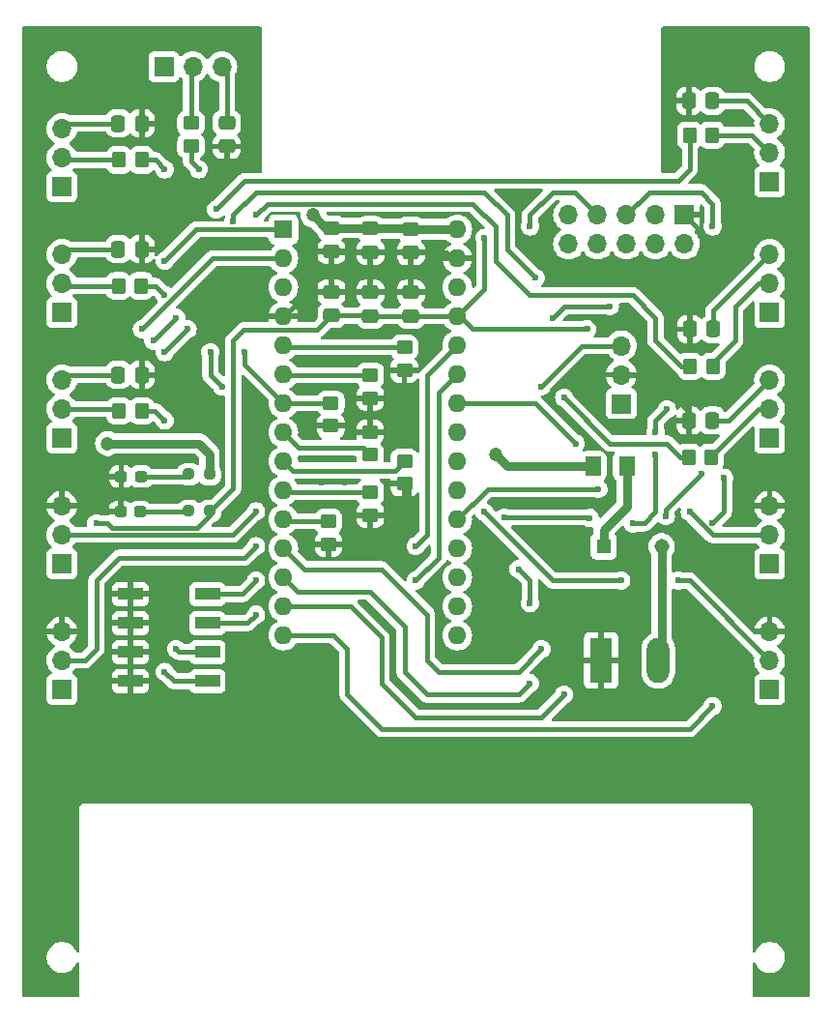
<source format=gbr>
%TF.GenerationSoftware,KiCad,Pcbnew,8.0.4*%
%TF.CreationDate,2025-01-16T20:27:33-05:00*%
%TF.ProjectId,eclipseControlPCB,65636c69-7073-4654-936f-6e74726f6c50,rev?*%
%TF.SameCoordinates,Original*%
%TF.FileFunction,Copper,L1,Top*%
%TF.FilePolarity,Positive*%
%FSLAX46Y46*%
G04 Gerber Fmt 4.6, Leading zero omitted, Abs format (unit mm)*
G04 Created by KiCad (PCBNEW 8.0.4) date 2025-01-16 20:27:33*
%MOMM*%
%LPD*%
G01*
G04 APERTURE LIST*
G04 Aperture macros list*
%AMRoundRect*
0 Rectangle with rounded corners*
0 $1 Rounding radius*
0 $2 $3 $4 $5 $6 $7 $8 $9 X,Y pos of 4 corners*
0 Add a 4 corners polygon primitive as box body*
4,1,4,$2,$3,$4,$5,$6,$7,$8,$9,$2,$3,0*
0 Add four circle primitives for the rounded corners*
1,1,$1+$1,$2,$3*
1,1,$1+$1,$4,$5*
1,1,$1+$1,$6,$7*
1,1,$1+$1,$8,$9*
0 Add four rect primitives between the rounded corners*
20,1,$1+$1,$2,$3,$4,$5,0*
20,1,$1+$1,$4,$5,$6,$7,0*
20,1,$1+$1,$6,$7,$8,$9,0*
20,1,$1+$1,$8,$9,$2,$3,0*%
G04 Aperture macros list end*
%TA.AperFunction,SMDPad,CuDef*%
%ADD10RoundRect,0.250000X-0.350000X-0.450000X0.350000X-0.450000X0.350000X0.450000X-0.350000X0.450000X0*%
%TD*%
%TA.AperFunction,ComponentPad*%
%ADD11R,1.700000X1.700000*%
%TD*%
%TA.AperFunction,ComponentPad*%
%ADD12O,1.700000X1.700000*%
%TD*%
%TA.AperFunction,SMDPad,CuDef*%
%ADD13RoundRect,0.237500X-0.300000X-0.237500X0.300000X-0.237500X0.300000X0.237500X-0.300000X0.237500X0*%
%TD*%
%TA.AperFunction,SMDPad,CuDef*%
%ADD14RoundRect,0.250000X0.450000X-0.350000X0.450000X0.350000X-0.450000X0.350000X-0.450000X-0.350000X0*%
%TD*%
%TA.AperFunction,SMDPad,CuDef*%
%ADD15RoundRect,0.250000X0.475000X-0.337500X0.475000X0.337500X-0.475000X0.337500X-0.475000X-0.337500X0*%
%TD*%
%TA.AperFunction,SMDPad,CuDef*%
%ADD16RoundRect,0.250000X-0.450000X0.350000X-0.450000X-0.350000X0.450000X-0.350000X0.450000X0.350000X0*%
%TD*%
%TA.AperFunction,SMDPad,CuDef*%
%ADD17RoundRect,0.250000X-0.337500X-0.475000X0.337500X-0.475000X0.337500X0.475000X-0.337500X0.475000X0*%
%TD*%
%TA.AperFunction,SMDPad,CuDef*%
%ADD18RoundRect,0.250001X0.462499X0.624999X-0.462499X0.624999X-0.462499X-0.624999X0.462499X-0.624999X0*%
%TD*%
%TA.AperFunction,SMDPad,CuDef*%
%ADD19RoundRect,0.250000X-0.475000X0.337500X-0.475000X-0.337500X0.475000X-0.337500X0.475000X0.337500X0*%
%TD*%
%TA.AperFunction,SMDPad,CuDef*%
%ADD20RoundRect,0.250000X0.350000X0.450000X-0.350000X0.450000X-0.350000X-0.450000X0.350000X-0.450000X0*%
%TD*%
%TA.AperFunction,SMDPad,CuDef*%
%ADD21R,2.160000X1.120000*%
%TD*%
%TA.AperFunction,SMDPad,CuDef*%
%ADD22RoundRect,0.250000X0.337500X0.475000X-0.337500X0.475000X-0.337500X-0.475000X0.337500X-0.475000X0*%
%TD*%
%TA.AperFunction,ComponentPad*%
%ADD23R,1.600000X1.600000*%
%TD*%
%TA.AperFunction,ComponentPad*%
%ADD24O,1.600000X1.600000*%
%TD*%
%TA.AperFunction,ComponentPad*%
%ADD25R,1.980000X3.960000*%
%TD*%
%TA.AperFunction,ComponentPad*%
%ADD26O,1.980000X3.960000*%
%TD*%
%TA.AperFunction,SMDPad,CuDef*%
%ADD27RoundRect,0.237500X0.250000X0.237500X-0.250000X0.237500X-0.250000X-0.237500X0.250000X-0.237500X0*%
%TD*%
%TA.AperFunction,ComponentPad*%
%ADD28R,1.308000X1.308000*%
%TD*%
%TA.AperFunction,ComponentPad*%
%ADD29C,1.308000*%
%TD*%
%TA.AperFunction,ViaPad*%
%ADD30C,0.600000*%
%TD*%
%TA.AperFunction,ViaPad*%
%ADD31C,1.200000*%
%TD*%
%TA.AperFunction,Conductor*%
%ADD32C,0.400000*%
%TD*%
%TA.AperFunction,Conductor*%
%ADD33C,0.800000*%
%TD*%
G04 APERTURE END LIST*
D10*
%TO.P,R6,1*%
%TO.N,DIST_CL_INT*%
X30977500Y-32185400D03*
%TO.P,R6,2*%
%TO.N,ODIST_CL_INT*%
X32977500Y-32185400D03*
%TD*%
D11*
%TO.P,J12,1,Pin_1*%
%TO.N,ArduinoVIN*%
X26000000Y-34525000D03*
D12*
%TO.P,J12,2,Pin_2*%
%TO.N,DIST_CL_INT*%
X26000000Y-31985000D03*
%TO.P,J12,3,Pin_3*%
%TO.N,Net-(J12-Pin_3)*%
X26000000Y-29445000D03*
%TD*%
D11*
%TO.P,J3,1,Pin_1*%
%TO.N,ArduinoVIN*%
X88000000Y-56525000D03*
D12*
%TO.P,J3,2,Pin_2*%
%TO.N,DIST_R_INT*%
X88000000Y-53985000D03*
%TO.P,J3,3,Pin_3*%
%TO.N,Net-(J3-Pin_3)*%
X88000000Y-51445000D03*
%TD*%
D13*
%TO.P,D1,1,K*%
%TO.N,GND*%
X31188300Y-59901200D03*
%TO.P,D1,2,A*%
%TO.N,Net-(D1-A)*%
X32913300Y-59901200D03*
%TD*%
D14*
%TO.P,R15,1*%
%TO.N,GND*%
X53010000Y-53021600D03*
%TO.P,R15,2*%
%TO.N,ODIST_LM_INT*%
X53010000Y-51021600D03*
%TD*%
D11*
%TO.P,J8,1,Pin_1*%
%TO.N,Arduino5V*%
X75000000Y-53525000D03*
D12*
%TO.P,J8,2,Pin_2*%
%TO.N,GND*%
X75000000Y-50985000D03*
%TO.P,J8,3,Pin_3*%
%TO.N,START_SIGNAL*%
X75000000Y-48445000D03*
%TD*%
D15*
%TO.P,C4,1*%
%TO.N,Arduino5V*%
X56566000Y-45845500D03*
%TO.P,C4,2*%
%TO.N,GND*%
X56566000Y-43770500D03*
%TD*%
D16*
%TO.P,R14,1*%
%TO.N,GND*%
X53000000Y-56000000D03*
%TO.P,R14,2*%
%TO.N,ODIST_CR_INT*%
X53000000Y-58000000D03*
%TD*%
D11*
%TO.P,J2,1,Pin_1*%
%TO.N,ArduinoVIN*%
X26000000Y-56525000D03*
D12*
%TO.P,J2,2,Pin_2*%
%TO.N,DIST_L_INT*%
X26000000Y-53985000D03*
%TO.P,J2,3,Pin_3*%
%TO.N,Net-(J2-Pin_3)*%
X26000000Y-51445000D03*
%TD*%
D11*
%TO.P,J10,1,Pin_1*%
%TO.N,Arduino5V*%
X88000000Y-78555000D03*
D12*
%TO.P,J10,2,Pin_2*%
%TO.N,RB_INT*%
X88000000Y-76015000D03*
%TO.P,J10,3,Pin_3*%
%TO.N,GND*%
X88000000Y-73475000D03*
%TD*%
D17*
%TO.P,C9,1*%
%TO.N,Net-(J12-Pin_3)*%
X30925000Y-28985000D03*
%TO.P,C9,2*%
%TO.N,GND*%
X33000000Y-28985000D03*
%TD*%
D10*
%TO.P,R8,1*%
%TO.N,DIST_LM_INT*%
X30942700Y-43200400D03*
%TO.P,R8,2*%
%TO.N,ODIST_LM_INT*%
X32942700Y-43200400D03*
%TD*%
D11*
%TO.P,J6,1,Pin_1*%
%TO.N,ArduinoVIN*%
X26000000Y-45540000D03*
D12*
%TO.P,J6,2,Pin_2*%
%TO.N,DIST_LM_INT*%
X26000000Y-43000000D03*
%TO.P,J6,3,Pin_3*%
%TO.N,Net-(J6-Pin_3)*%
X26000000Y-40460000D03*
%TD*%
D18*
%TO.P,F1,1*%
%TO.N,Net-(SW2-A)*%
X75487500Y-59000000D03*
%TO.P,F1,2*%
%TO.N,ArduinoVIN*%
X72512500Y-59000000D03*
%TD*%
D19*
%TO.P,C3,1*%
%TO.N,ArduinoVIN*%
X49606400Y-38131700D03*
%TO.P,C3,2*%
%TO.N,GND*%
X49606400Y-40206700D03*
%TD*%
D16*
%TO.P,R9,1*%
%TO.N,DIST_C_INT*%
X37295400Y-28942700D03*
%TO.P,R9,2*%
%TO.N,ODIST_C_INT*%
X37295400Y-30942700D03*
%TD*%
D20*
%TO.P,R13,1*%
%TO.N,DIST_CR_INT*%
X82976800Y-30000000D03*
%TO.P,R13,2*%
%TO.N,ODIST_CR_INT*%
X80976800Y-30000000D03*
%TD*%
%TO.P,R4,1*%
%TO.N,DIST_R_INT*%
X82898400Y-58200400D03*
%TO.P,R4,2*%
%TO.N,ODIST_R_INT*%
X80898400Y-58200400D03*
%TD*%
D11*
%TO.P,J15,1,Pin_1*%
%TO.N,ArduinoVIN*%
X88000000Y-34080000D03*
D12*
%TO.P,J15,2,Pin_2*%
%TO.N,DIST_CR_INT*%
X88000000Y-31540000D03*
%TO.P,J15,3,Pin_3*%
%TO.N,Net-(J15-Pin_3)*%
X88000000Y-29000000D03*
%TD*%
D14*
%TO.P,R5,1*%
%TO.N,GND*%
X49555600Y-55460000D03*
%TO.P,R5,2*%
%TO.N,ODIST_R_INT*%
X49555600Y-53460000D03*
%TD*%
D11*
%TO.P,J5,1,Pin_1*%
%TO.N,Arduino5V*%
X26000000Y-67540000D03*
D12*
%TO.P,J5,2,Pin_2*%
%TO.N,LF_INT*%
X26000000Y-65000000D03*
%TO.P,J5,3,Pin_3*%
%TO.N,GND*%
X26000000Y-62460000D03*
%TD*%
D15*
%TO.P,C5,1*%
%TO.N,Arduino5V*%
X53010000Y-45845500D03*
%TO.P,C5,2*%
%TO.N,GND*%
X53010000Y-43770500D03*
%TD*%
D14*
%TO.P,R16,1*%
%TO.N,GND*%
X56000000Y-60540000D03*
%TO.P,R16,2*%
%TO.N,ODIST_C_INT*%
X56000000Y-58540000D03*
%TD*%
D21*
%TO.P,SW1,1*%
%TO.N,GND*%
X32000000Y-70190000D03*
%TO.P,SW1,2*%
X32000000Y-72730000D03*
%TO.P,SW1,3*%
X32000000Y-75270000D03*
%TO.P,SW1,4*%
X32000000Y-77810000D03*
%TO.P,SW1,5*%
%TO.N,PS4*%
X38730000Y-77810000D03*
%TO.P,SW1,6*%
%TO.N,PS3*%
X38730000Y-75270000D03*
%TO.P,SW1,7*%
%TO.N,PS2*%
X38730000Y-72730000D03*
%TO.P,SW1,8*%
%TO.N,PS1*%
X38730000Y-70190000D03*
%TD*%
D15*
%TO.P,C6,1*%
%TO.N,Arduino5V*%
X49606400Y-45816200D03*
%TO.P,C6,2*%
%TO.N,GND*%
X49606400Y-43741200D03*
%TD*%
D22*
%TO.P,C12,1*%
%TO.N,Net-(J15-Pin_3)*%
X83000000Y-27000000D03*
%TO.P,C12,2*%
%TO.N,GND*%
X80925000Y-27000000D03*
%TD*%
D14*
%TO.P,R10,1*%
%TO.N,GND*%
X56000000Y-50583200D03*
%TO.P,R10,2*%
%TO.N,ODIST_RM_INT*%
X56000000Y-48583200D03*
%TD*%
D11*
%TO.P,J11,1,Pin_1*%
%TO.N,Arduino5V*%
X26000000Y-78525000D03*
D12*
%TO.P,J11,2,Pin_2*%
%TO.N,LB_INT*%
X26000000Y-75985000D03*
%TO.P,J11,3,Pin_3*%
%TO.N,GND*%
X26000000Y-73445000D03*
%TD*%
D14*
%TO.P,R12,1*%
%TO.N,GND*%
X53010000Y-63283200D03*
%TO.P,R12,2*%
%TO.N,ODIST_CL_INT*%
X53010000Y-61283200D03*
%TD*%
D10*
%TO.P,R3,1*%
%TO.N,DIST_L_INT*%
X30977500Y-54149600D03*
%TO.P,R3,2*%
%TO.N,ODIST_L_INT*%
X32977500Y-54149600D03*
%TD*%
D11*
%TO.P,J4,1,Pin_1*%
%TO.N,ArduinoVIN*%
X34920000Y-24000000D03*
D12*
%TO.P,J4,2,Pin_2*%
%TO.N,DIST_C_INT*%
X37460000Y-24000000D03*
%TO.P,J4,3,Pin_3*%
%TO.N,Net-(J4-Pin_3)*%
X40000000Y-24000000D03*
%TD*%
D23*
%TO.P,A1,1,D1/TX*%
%TO.N,PS4*%
X45390000Y-38254800D03*
D24*
%TO.P,A1,2,D0/RX*%
%TO.N,PS3*%
X45390000Y-40794800D03*
%TO.P,A1,3,~{RESET}*%
%TO.N,unconnected-(A1-~{RESET}-Pad3)*%
X45390000Y-43334800D03*
%TO.P,A1,4,GND*%
%TO.N,GND*%
X45390000Y-45874800D03*
%TO.P,A1,5,D2*%
%TO.N,ODIST_RM_INT*%
X45390000Y-48414800D03*
%TO.P,A1,6,D3*%
%TO.N,ODIST_LM_INT*%
X45390000Y-50954800D03*
%TO.P,A1,7,D4*%
%TO.N,ODIST_R_INT*%
X45390000Y-53494800D03*
%TO.P,A1,8,D5*%
%TO.N,ODIST_CR_INT*%
X45390000Y-56034800D03*
%TO.P,A1,9,D6*%
%TO.N,ODIST_C_INT*%
X45390000Y-58574800D03*
%TO.P,A1,10,D7*%
%TO.N,ODIST_CL_INT*%
X45390000Y-61114800D03*
%TO.P,A1,11,D8*%
%TO.N,ODIST_L_INT*%
X45390000Y-63654800D03*
%TO.P,A1,12,D9*%
%TO.N,MDC2_1*%
X45390000Y-66194800D03*
%TO.P,A1,13,D10*%
%TO.N,MDC1PWM*%
X45390000Y-68734800D03*
%TO.P,A1,14,D11*%
%TO.N,MDC2PWM*%
X45390000Y-71274800D03*
%TO.P,A1,15,D12*%
%TO.N,MDC1_1*%
X45390000Y-73814800D03*
%TO.P,A1,16,D13*%
%TO.N,START_SIGNAL*%
X60630000Y-73814800D03*
%TO.P,A1,17,3V3*%
%TO.N,unconnected-(A1-3V3-Pad17)*%
X60630000Y-71274800D03*
%TO.P,A1,18,AREF*%
%TO.N,unconnected-(A1-AREF-Pad18)*%
X60630000Y-68734800D03*
%TO.P,A1,19,A0*%
%TO.N,MDC1_2*%
X60630000Y-66194800D03*
%TO.P,A1,20,A1*%
%TO.N,MDC2_2*%
X60630000Y-63654800D03*
%TO.P,A1,21,A2*%
%TO.N,LB_INT*%
X60630000Y-61114800D03*
%TO.P,A1,22,A3*%
%TO.N,LF_INT*%
X60630000Y-58574800D03*
%TO.P,A1,23,A4*%
%TO.N,RB_INT*%
X60630000Y-56034800D03*
%TO.P,A1,24,A5*%
%TO.N,RF_INT*%
X60630000Y-53494800D03*
%TO.P,A1,25,A6*%
%TO.N,PS2*%
X60630000Y-50954800D03*
%TO.P,A1,26,A7*%
%TO.N,PS1*%
X60630000Y-48414800D03*
%TO.P,A1,27,+5V*%
%TO.N,Arduino5V*%
X60630000Y-45874800D03*
%TO.P,A1,28,~{RESET}*%
%TO.N,unconnected-(A1-~{RESET}-Pad28)*%
X60630000Y-43334800D03*
%TO.P,A1,29,GND*%
%TO.N,GND*%
X60630000Y-40794800D03*
%TO.P,A1,30,VIN*%
%TO.N,ArduinoVIN*%
X60630000Y-38254800D03*
%TD*%
D17*
%TO.P,C10,1*%
%TO.N,Net-(J6-Pin_3)*%
X30925000Y-40000000D03*
%TO.P,C10,2*%
%TO.N,GND*%
X33000000Y-40000000D03*
%TD*%
D25*
%TO.P,J9,1,Pin_1*%
%TO.N,GND*%
X73235000Y-76000000D03*
D26*
%TO.P,J9,2,Pin_2*%
%TO.N,Net-(J9-Pin_2)*%
X78235000Y-76000000D03*
%TD*%
D27*
%TO.P,R2,1*%
%TO.N,Arduino5V*%
X38934700Y-62901200D03*
%TO.P,R2,2*%
%TO.N,Net-(D2-A)*%
X37109700Y-62901200D03*
%TD*%
D19*
%TO.P,C1,1*%
%TO.N,ArduinoVIN*%
X56566000Y-38233300D03*
%TO.P,C1,2*%
%TO.N,GND*%
X56566000Y-40308300D03*
%TD*%
D13*
%TO.P,D2,1,K*%
%TO.N,GND*%
X31137500Y-63000000D03*
%TO.P,D2,2,A*%
%TO.N,Net-(D2-A)*%
X32862500Y-63000000D03*
%TD*%
D19*
%TO.P,C2,1*%
%TO.N,ArduinoVIN*%
X53010000Y-38182500D03*
%TO.P,C2,2*%
%TO.N,GND*%
X53010000Y-40257500D03*
%TD*%
D20*
%TO.P,R7,1*%
%TO.N,DIST_RM_INT*%
X83037500Y-50251200D03*
%TO.P,R7,2*%
%TO.N,ODIST_RM_INT*%
X81037500Y-50251200D03*
%TD*%
D27*
%TO.P,R1,1*%
%TO.N,ArduinoVIN*%
X38925700Y-59700800D03*
%TO.P,R1,2*%
%TO.N,Net-(D1-A)*%
X37100700Y-59700800D03*
%TD*%
D14*
%TO.P,R11,1*%
%TO.N,GND*%
X49352400Y-65823200D03*
%TO.P,R11,2*%
%TO.N,ODIST_L_INT*%
X49352400Y-63823200D03*
%TD*%
D11*
%TO.P,J7,1,Pin_1*%
%TO.N,ArduinoVIN*%
X88000000Y-45540000D03*
D12*
%TO.P,J7,2,Pin_2*%
%TO.N,DIST_RM_INT*%
X88000000Y-43000000D03*
%TO.P,J7,3,Pin_3*%
%TO.N,Net-(J7-Pin_3)*%
X88000000Y-40460000D03*
%TD*%
D19*
%TO.P,C13,1*%
%TO.N,Net-(J4-Pin_3)*%
X40445000Y-28925000D03*
%TO.P,C13,2*%
%TO.N,GND*%
X40445000Y-31000000D03*
%TD*%
D28*
%TO.P,SW2,1,A*%
%TO.N,Net-(SW2-A)*%
X73460000Y-66000000D03*
D29*
%TO.P,SW2,3,B*%
%TO.N,Net-(J9-Pin_2)*%
X78540000Y-66000000D03*
%TD*%
D11*
%TO.P,J1,1,Pin_1*%
%TO.N,Arduino5V*%
X88000000Y-67555000D03*
D12*
%TO.P,J1,2,Pin_2*%
%TO.N,RF_INT*%
X88000000Y-65015000D03*
%TO.P,J1,3,Pin_3*%
%TO.N,GND*%
X88000000Y-62475000D03*
%TD*%
D22*
%TO.P,C11,1*%
%TO.N,Net-(J7-Pin_3)*%
X83075000Y-47000000D03*
%TO.P,C11,2*%
%TO.N,GND*%
X81000000Y-47000000D03*
%TD*%
%TO.P,C8,1*%
%TO.N,Net-(J3-Pin_3)*%
X83000000Y-55000000D03*
%TO.P,C8,2*%
%TO.N,GND*%
X80925000Y-55000000D03*
%TD*%
D17*
%TO.P,C7,1*%
%TO.N,Net-(J2-Pin_3)*%
X30925000Y-51000000D03*
%TO.P,C7,2*%
%TO.N,GND*%
X33000000Y-51000000D03*
%TD*%
D11*
%TO.P,J16,1,Pin_1*%
%TO.N,GND*%
X80540000Y-37000000D03*
D12*
%TO.P,J16,2,Pin_2*%
%TO.N,unconnected-(J16-Pin_2-Pad2)*%
X80540000Y-39540000D03*
%TO.P,J16,3,Pin_3*%
%TO.N,MDC1_2*%
X78000000Y-37000000D03*
%TO.P,J16,4,Pin_4*%
%TO.N,MDC2_2*%
X78000000Y-39540000D03*
%TO.P,J16,5,Pin_5*%
%TO.N,MDC1_1*%
X75460000Y-37000000D03*
%TO.P,J16,6,Pin_6*%
%TO.N,MDC2_1*%
X75460000Y-39540000D03*
%TO.P,J16,7,Pin_7*%
%TO.N,MDC1PWM*%
X72920000Y-37000000D03*
%TO.P,J16,8,Pin_8*%
%TO.N,MDC2PWM*%
X72920000Y-39540000D03*
%TO.P,J16,9,Pin_9*%
%TO.N,Arduino5V*%
X70380000Y-37000000D03*
%TO.P,J16,10,Pin_10*%
%TO.N,unconnected-(J16-Pin_10-Pad10)*%
X70380000Y-39540000D03*
%TD*%
D30*
%TO.N,ODIST_CR_INT*%
X40000000Y-52000000D03*
X39000000Y-49000000D03*
X39500000Y-36500000D03*
%TO.N,GND*%
X54485640Y-58184428D03*
X90002113Y-83538960D03*
X51391268Y-54874169D03*
X48000000Y-42000000D03*
X55960481Y-56693012D03*
X27723057Y-81714582D03*
X63000000Y-68000000D03*
X54615977Y-66088704D03*
X51000000Y-42000000D03*
X58000000Y-42000000D03*
X58000000Y-48000000D03*
X47457337Y-55857652D03*
X90000000Y-82000000D03*
X48766771Y-60399426D03*
X50813406Y-60399426D03*
X56000000Y-55000000D03*
X50815316Y-58348723D03*
X56338016Y-63661983D03*
X63000000Y-70000000D03*
X55000000Y-42000000D03*
X56000000Y-53000000D03*
X47562254Y-52206011D03*
X47481324Y-54802207D03*
X54613232Y-61547863D03*
X24507355Y-81714582D03*
X48786379Y-58317021D03*
%TO.N,ODIST_L_INT*%
X35000000Y-55000000D03*
%TO.N,ODIST_RM_INT*%
X43000000Y-37000000D03*
%TO.N,ODIST_C_INT*%
X38000000Y-33000000D03*
X35000000Y-49000000D03*
X37000000Y-47000000D03*
%TO.N,ODIST_LM_INT*%
X35000000Y-44000000D03*
%TO.N,ODIST_CL_INT*%
X35000000Y-33000000D03*
X36000000Y-46000000D03*
X34000000Y-48000000D03*
%TO.N,ODIST_R_INT*%
X42000000Y-49000000D03*
X67500000Y-42500000D03*
X41000000Y-37554800D03*
X70000000Y-53000000D03*
%TO.N,Arduino5V*%
X29000000Y-64000000D03*
X63000000Y-39000000D03*
X72000000Y-47000000D03*
%TO.N,LB_INT*%
X43000000Y-66000000D03*
%TO.N,RF_INT*%
X81000000Y-63000000D03*
X71000000Y-57000000D03*
%TO.N,MDC2_1*%
X68000000Y-75000000D03*
X69000000Y-46000000D03*
X74000000Y-45000000D03*
%TO.N,MDC1_2*%
X64733545Y-63483125D03*
X78904183Y-63348917D03*
X72244155Y-63525252D03*
X82000000Y-59685297D03*
%TO.N,MDC1_1*%
X84000000Y-60000000D03*
X83000000Y-38000000D03*
X83000000Y-64000000D03*
X83000000Y-80000000D03*
%TO.N,PS4*%
X35000000Y-77000000D03*
X35000000Y-41000000D03*
%TO.N,PS2*%
X57000000Y-69000000D03*
X43000000Y-72000000D03*
%TO.N,RB_INT*%
X63000000Y-63000000D03*
X75000000Y-69000000D03*
X80000000Y-69000000D03*
%TO.N,LF_INT*%
X43000000Y-62954800D03*
%TO.N,MDC2_2*%
X79000000Y-54000000D03*
X73000000Y-61000000D03*
X78000000Y-58000000D03*
X78000000Y-56000000D03*
X76000000Y-64000000D03*
%TO.N,PS3*%
X36000000Y-75000000D03*
X33000000Y-47000000D03*
%TO.N,PS1*%
X57000000Y-66000000D03*
X43000000Y-69000000D03*
%TO.N,START_SIGNAL*%
X68000000Y-52000000D03*
D31*
%TO.N,ArduinoVIN*%
X64000000Y-58000000D03*
X48000000Y-37000000D03*
X30000000Y-57000000D03*
D30*
%TO.N,MDC2PWM*%
X70000000Y-79000000D03*
%TO.N,MDC1PWM*%
X67000000Y-71000000D03*
X66000000Y-68000000D03*
X67000000Y-38000000D03*
X67000000Y-78000000D03*
%TD*%
D32*
%TO.N,GND*%
X81000000Y-43000000D02*
X81000000Y-47000000D01*
X83000000Y-41000000D02*
X81000000Y-43000000D01*
X83000000Y-39460000D02*
X83000000Y-41000000D01*
X80540000Y-37000000D02*
X83000000Y-39460000D01*
%TO.N,DIST_CR_INT*%
X86460000Y-30000000D02*
X88000000Y-31540000D01*
X82976800Y-30000000D02*
X86460000Y-30000000D01*
%TO.N,ODIST_CR_INT*%
X39000000Y-51000000D02*
X40000000Y-52000000D01*
X39000000Y-49000000D02*
X39000000Y-51000000D01*
X42000000Y-34000000D02*
X80000000Y-34000000D01*
X80976800Y-31013149D02*
X80976800Y-30000000D01*
X80000000Y-34000000D02*
X81000000Y-33000000D01*
X81000000Y-33000000D02*
X81000000Y-31036349D01*
X52374800Y-57374800D02*
X46730000Y-57374800D01*
X81000000Y-31036349D02*
X80976800Y-31013149D01*
X39500000Y-36500000D02*
X42000000Y-34000000D01*
X46730000Y-57374800D02*
X45390000Y-56034800D01*
X53000000Y-58000000D02*
X52374800Y-57374800D01*
%TO.N,GND*%
X40125200Y-45874800D02*
X36000000Y-50000000D01*
X54613232Y-61558969D02*
X56054263Y-63000000D01*
X34000000Y-51000000D02*
X33000000Y-51000000D01*
X80925000Y-55000000D02*
X80925000Y-54275000D01*
X49657200Y-40257500D02*
X49606400Y-40206700D01*
X56338016Y-63661983D02*
X56338016Y-63000000D01*
X56054263Y-63000000D02*
X56338016Y-63000000D01*
X35000000Y-50000000D02*
X34000000Y-51000000D01*
X54615977Y-66088704D02*
X54615977Y-65384022D01*
X56338016Y-60878016D02*
X56000000Y-60540000D01*
X59718700Y-40308300D02*
X56566000Y-40308300D01*
X56338016Y-63000000D02*
X56338016Y-60878016D01*
X46264800Y-45000000D02*
X47000000Y-45000000D01*
X53010000Y-43770500D02*
X56566000Y-43770500D01*
X54602066Y-61547803D02*
X54602126Y-61547863D01*
X60794800Y-40794800D02*
X61000000Y-41000000D01*
X56566000Y-43770500D02*
X56566000Y-40308300D01*
X54615977Y-65384022D02*
X56338016Y-63661983D01*
X45390000Y-45874800D02*
X40125200Y-45874800D01*
X60630000Y-40794800D02*
X60205200Y-40794800D01*
X49606400Y-40206700D02*
X49606400Y-43741200D01*
X53010000Y-40257500D02*
X49657200Y-40257500D01*
X53060800Y-40308300D02*
X53010000Y-40257500D01*
X49606400Y-43741200D02*
X52980700Y-43741200D01*
X36000000Y-50000000D02*
X35000000Y-50000000D01*
X47000000Y-45000000D02*
X48258800Y-43741200D01*
X53010000Y-40257500D02*
X53010000Y-43770500D01*
X54602126Y-61547863D02*
X54613232Y-61547863D01*
X60630000Y-40794800D02*
X60794800Y-40794800D01*
X48258800Y-43741200D02*
X49606400Y-43741200D01*
X56566000Y-40308300D02*
X53060800Y-40308300D01*
X60205200Y-40794800D02*
X59718700Y-40308300D01*
X77635000Y-50985000D02*
X75000000Y-50985000D01*
X54613232Y-61547863D02*
X54613232Y-61558969D01*
X45390000Y-45874800D02*
X46264800Y-45000000D01*
X80925000Y-54275000D02*
X77635000Y-50985000D01*
X52980700Y-43741200D02*
X53010000Y-43770500D01*
%TO.N,ODIST_L_INT*%
X32977500Y-54149600D02*
X34149600Y-54149600D01*
X34149600Y-54149600D02*
X35000000Y-55000000D01*
X45558400Y-63823200D02*
X45390000Y-63654800D01*
X49352400Y-63823200D02*
X45558400Y-63823200D01*
%TO.N,ODIST_RM_INT*%
X76000000Y-44000000D02*
X67000000Y-44000000D01*
X45558400Y-48583200D02*
X45390000Y-48414800D01*
X44000000Y-36000000D02*
X43000000Y-37000000D01*
X78000000Y-48000000D02*
X78000000Y-46000000D01*
X78000000Y-46000000D02*
X76000000Y-44000000D01*
X56000000Y-48583200D02*
X45558400Y-48583200D01*
X64000000Y-41000000D02*
X64000000Y-38000000D01*
X78000000Y-48000000D02*
X80251200Y-50251200D01*
X64000000Y-41000000D02*
X67000000Y-44000000D01*
X81037500Y-50251200D02*
X80251200Y-50251200D01*
X64000000Y-38000000D02*
X62000000Y-36000000D01*
X62000000Y-36000000D02*
X44000000Y-36000000D01*
%TO.N,ODIST_C_INT*%
X55165201Y-59374799D02*
X46189999Y-59374799D01*
X37295400Y-30942700D02*
X37295400Y-32295400D01*
X37295400Y-32295400D02*
X38000000Y-33000000D01*
X56000000Y-58540000D02*
X55165201Y-59374799D01*
X37000000Y-47000000D02*
X35000000Y-49000000D01*
X46189999Y-59374799D02*
X45390000Y-58574800D01*
%TO.N,DIST_C_INT*%
X37295400Y-24164600D02*
X37460000Y-24000000D01*
X37295400Y-28942700D02*
X37295400Y-24164600D01*
%TO.N,DIST_LM_INT*%
X30942700Y-43200400D02*
X26200400Y-43200400D01*
X26200400Y-43200400D02*
X26000000Y-43000000D01*
%TO.N,ODIST_LM_INT*%
X34200400Y-43200400D02*
X32942700Y-43200400D01*
X45456800Y-51021600D02*
X45390000Y-50954800D01*
X35000000Y-44000000D02*
X34200400Y-43200400D01*
X53010000Y-51021600D02*
X45456800Y-51021600D01*
%TO.N,ODIST_CL_INT*%
X34185400Y-32185400D02*
X35000000Y-33000000D01*
X36000000Y-46000000D02*
X34000000Y-48000000D01*
X53010000Y-61283200D02*
X45558400Y-61283200D01*
X32977500Y-32185400D02*
X34185400Y-32185400D01*
X45558400Y-61283200D02*
X45390000Y-61114800D01*
%TO.N,DIST_RM_INT*%
X88000000Y-43000000D02*
X87000000Y-43000000D01*
X83037500Y-49962500D02*
X83037500Y-50251200D01*
X85000000Y-48000000D02*
X83037500Y-49962500D01*
X87000000Y-43000000D02*
X85000000Y-45000000D01*
X85000000Y-45000000D02*
X85000000Y-48000000D01*
%TO.N,DIST_CL_INT*%
X26200400Y-32185400D02*
X26000000Y-31985000D01*
X30977500Y-32185400D02*
X26200400Y-32185400D01*
%TO.N,ODIST_R_INT*%
X41000000Y-37000000D02*
X41000000Y-37554800D01*
X80898400Y-58200400D02*
X80200400Y-58200400D01*
X67500000Y-42500000D02*
X65000000Y-40000000D01*
X63000000Y-35000000D02*
X43000000Y-35000000D01*
X80200400Y-58200400D02*
X79000000Y-57000000D01*
X43000000Y-35000000D02*
X41000000Y-37000000D01*
X79000000Y-57000000D02*
X74000000Y-57000000D01*
X42000000Y-50104800D02*
X45390000Y-53494800D01*
X65000000Y-40000000D02*
X65000000Y-37000000D01*
X45424800Y-53460000D02*
X45390000Y-53494800D01*
X42000000Y-49000000D02*
X42000000Y-50104800D01*
X74000000Y-57000000D02*
X70000000Y-53000000D01*
X49555600Y-53460000D02*
X45424800Y-53460000D01*
X65000000Y-37000000D02*
X63000000Y-35000000D01*
%TO.N,DIST_R_INT*%
X82898400Y-58101600D02*
X82898400Y-58200400D01*
X88000000Y-53985000D02*
X87015000Y-53985000D01*
X87015000Y-53985000D02*
X82898400Y-58101600D01*
%TO.N,DIST_L_INT*%
X30812900Y-53985000D02*
X30977500Y-54149600D01*
X26000000Y-53985000D02*
X30812900Y-53985000D01*
%TO.N,Arduino5V*%
X37809600Y-64400000D02*
X38934700Y-63274900D01*
X39054400Y-62901200D02*
X38934700Y-62901200D01*
X41000000Y-60955600D02*
X39054400Y-62901200D01*
X60630000Y-45874800D02*
X60874800Y-45874800D01*
X49606400Y-45816200D02*
X52980700Y-45816200D01*
X41000000Y-48000000D02*
X41000000Y-60955600D01*
X60630000Y-45874800D02*
X63000000Y-43504800D01*
X29000000Y-64000000D02*
X30000000Y-64000000D01*
X63000000Y-43504800D02*
X63000000Y-39000000D01*
X56566000Y-45845500D02*
X60600700Y-45845500D01*
X52980700Y-45816200D02*
X53010000Y-45845500D01*
X30000000Y-64000000D02*
X30400000Y-64400000D01*
X62000000Y-47000000D02*
X72000000Y-47000000D01*
X60600700Y-45845500D02*
X60630000Y-45874800D01*
X41925200Y-47074800D02*
X41000000Y-48000000D01*
X30400000Y-64400000D02*
X37809600Y-64400000D01*
X60874800Y-45874800D02*
X62000000Y-47000000D01*
X38934700Y-63274900D02*
X38934700Y-62901200D01*
X48347800Y-47074800D02*
X41925200Y-47074800D01*
X56566000Y-45845500D02*
X53010000Y-45845500D01*
X49606400Y-45816200D02*
X48347800Y-47074800D01*
%TO.N,LB_INT*%
X26000000Y-75985000D02*
X27985000Y-75985000D01*
X29000000Y-69000000D02*
X31000000Y-67000000D01*
X42000000Y-67000000D02*
X43000000Y-66000000D01*
X28000000Y-76000000D02*
X29000000Y-75000000D01*
X27985000Y-75985000D02*
X28000000Y-76000000D01*
X31000000Y-67000000D02*
X42000000Y-67000000D01*
X29000000Y-75000000D02*
X29000000Y-69000000D01*
%TO.N,RF_INT*%
X83015000Y-65015000D02*
X88000000Y-65015000D01*
X67494800Y-53494800D02*
X60630000Y-53494800D01*
X81000000Y-63000000D02*
X83015000Y-65015000D01*
X71000000Y-57000000D02*
X67494800Y-53494800D01*
%TO.N,MDC2_1*%
X70000000Y-45000000D02*
X74000000Y-45000000D01*
X58000000Y-76000000D02*
X59000000Y-77000000D01*
X59000000Y-77000000D02*
X66000000Y-77000000D01*
X58000000Y-72000000D02*
X58000000Y-76000000D01*
X66000000Y-77000000D02*
X68000000Y-75000000D01*
X69000000Y-46000000D02*
X70000000Y-45000000D01*
X47195200Y-68000000D02*
X54000000Y-68000000D01*
X45390000Y-66194800D02*
X47195200Y-68000000D01*
X54000000Y-68000000D02*
X58000000Y-72000000D01*
%TO.N,MDC1_2*%
X64733545Y-63483125D02*
X72202028Y-63483125D01*
X78904183Y-63348917D02*
X78904183Y-62781114D01*
X72202028Y-63483125D02*
X72244155Y-63525252D01*
X78904183Y-62781114D02*
X82000000Y-59685297D01*
%TO.N,MDC1_1*%
X51000000Y-79000000D02*
X54000000Y-82000000D01*
X49814800Y-73814800D02*
X51000000Y-75000000D01*
X54000000Y-82000000D02*
X81000000Y-82000000D01*
X83000000Y-64000000D02*
X84000000Y-63000000D01*
X81000000Y-82000000D02*
X83000000Y-80000000D01*
X84000000Y-63000000D02*
X84000000Y-60000000D01*
X51000000Y-75000000D02*
X51000000Y-79000000D01*
X45390000Y-73814800D02*
X49814800Y-73814800D01*
%TO.N,PS4*%
X38730000Y-77810000D02*
X35810000Y-77810000D01*
X35810000Y-77810000D02*
X35000000Y-77000000D01*
X35000000Y-41000000D02*
X37745200Y-38254800D01*
X37745200Y-38254800D02*
X45390000Y-38254800D01*
%TO.N,PS2*%
X38730000Y-72730000D02*
X42270000Y-72730000D01*
X42270000Y-72730000D02*
X43000000Y-72000000D01*
X59000000Y-52584800D02*
X60630000Y-50954800D01*
X57000000Y-69000000D02*
X59000000Y-67000000D01*
X59000000Y-67000000D02*
X59000000Y-52584800D01*
%TO.N,RB_INT*%
X75000000Y-69000000D02*
X69000000Y-69000000D01*
X88000000Y-76015000D02*
X80985000Y-69000000D01*
X69000000Y-69000000D02*
X63000000Y-63000000D01*
X80985000Y-69000000D02*
X80000000Y-69000000D01*
%TO.N,LF_INT*%
X26000000Y-65000000D02*
X40954800Y-65000000D01*
X40954800Y-65000000D02*
X43000000Y-62954800D01*
%TO.N,MDC2_2*%
X76000000Y-64000000D02*
X77000000Y-64000000D01*
X78000000Y-55000000D02*
X79000000Y-54000000D01*
X77000000Y-64000000D02*
X78000000Y-63000000D01*
X78000000Y-63000000D02*
X78000000Y-58000000D01*
X60630000Y-63654800D02*
X63284800Y-61000000D01*
X63284800Y-61000000D02*
X73000000Y-61000000D01*
X78000000Y-56000000D02*
X78000000Y-55000000D01*
%TO.N,PS3*%
X33000000Y-47000000D02*
X39205200Y-40794800D01*
X39205200Y-40794800D02*
X45390000Y-40794800D01*
X36270000Y-75270000D02*
X36000000Y-75000000D01*
X38730000Y-75270000D02*
X36270000Y-75270000D01*
%TO.N,PS1*%
X58000000Y-65000000D02*
X58000000Y-51044800D01*
X38730000Y-70190000D02*
X41810000Y-70190000D01*
X41810000Y-70190000D02*
X43000000Y-69000000D01*
X57000000Y-66000000D02*
X58000000Y-65000000D01*
X58000000Y-51044800D02*
X60630000Y-48414800D01*
%TO.N,START_SIGNAL*%
X75000000Y-48445000D02*
X71555000Y-48445000D01*
X71555000Y-48445000D02*
X68000000Y-52000000D01*
D33*
%TO.N,ArduinoVIN*%
X56566000Y-38233300D02*
X60608500Y-38233300D01*
X38000000Y-57000000D02*
X38925700Y-57925700D01*
X49606400Y-38131700D02*
X49131700Y-38131700D01*
X72512500Y-59000000D02*
X65000000Y-59000000D01*
D32*
X52959200Y-38131700D02*
X53010000Y-38182500D01*
D33*
X49131700Y-38131700D02*
X48000000Y-37000000D01*
X38925700Y-57925700D02*
X38925700Y-59700800D01*
X49606400Y-38131700D02*
X52959200Y-38131700D01*
X30000000Y-57000000D02*
X38000000Y-57000000D01*
D32*
X56515200Y-38182500D02*
X56566000Y-38233300D01*
X60608500Y-38233300D02*
X60630000Y-38254800D01*
D33*
X53010000Y-38182500D02*
X56515200Y-38182500D01*
X65000000Y-59000000D02*
X64000000Y-58000000D01*
%TO.N,Net-(SW2-A)*%
X75487500Y-62512500D02*
X75487500Y-59000000D01*
X73460000Y-66000000D02*
X73460000Y-64540000D01*
X73460000Y-64540000D02*
X75487500Y-62512500D01*
D32*
%TO.N,Net-(D2-A)*%
X32862500Y-63000000D02*
X36898400Y-63000000D01*
X36898400Y-63000000D02*
X36997200Y-62901200D01*
%TO.N,Net-(D1-A)*%
X36787800Y-59901200D02*
X36988200Y-59700800D01*
X32913300Y-59901200D02*
X36787800Y-59901200D01*
%TO.N,Net-(J4-Pin_3)*%
X40445000Y-24445000D02*
X40000000Y-24000000D01*
X40445000Y-28925000D02*
X40445000Y-24445000D01*
%TO.N,Net-(J6-Pin_3)*%
X30925000Y-40000000D02*
X26460000Y-40000000D01*
X26460000Y-40000000D02*
X26000000Y-40460000D01*
%TO.N,Net-(J7-Pin_3)*%
X83075000Y-45385000D02*
X83075000Y-47000000D01*
X88000000Y-40460000D02*
X83075000Y-45385000D01*
%TO.N,Net-(J12-Pin_3)*%
X26460000Y-28985000D02*
X26000000Y-29445000D01*
X30925000Y-28985000D02*
X26460000Y-28985000D01*
%TO.N,Net-(J15-Pin_3)*%
X83000000Y-27000000D02*
X86000000Y-27000000D01*
X86000000Y-27000000D02*
X88000000Y-29000000D01*
%TO.N,Net-(J2-Pin_3)*%
X30925000Y-51000000D02*
X26445000Y-51000000D01*
X26445000Y-51000000D02*
X26000000Y-51445000D01*
%TO.N,Net-(J3-Pin_3)*%
X83000000Y-55000000D02*
X84445000Y-55000000D01*
X84445000Y-55000000D02*
X88000000Y-51445000D01*
%TO.N,Net-(J9-Pin_2)*%
X78540000Y-75695000D02*
X78235000Y-76000000D01*
D33*
X78540000Y-66000000D02*
X78540000Y-75695000D01*
D32*
%TO.N,MDC2PWM*%
X45390000Y-71274800D02*
X51274800Y-71274800D01*
X68000000Y-81000000D02*
X70000000Y-79000000D01*
X54000000Y-78000000D02*
X57000000Y-81000000D01*
X51274800Y-71274800D02*
X54000000Y-74000000D01*
X57000000Y-81000000D02*
X68000000Y-81000000D01*
X54000000Y-74000000D02*
X54000000Y-78000000D01*
%TO.N,MDC1PWM*%
X46655200Y-70000000D02*
X53000000Y-70000000D01*
X53000000Y-70000000D02*
X56000000Y-73000000D01*
X69000000Y-35000000D02*
X70920000Y-35000000D01*
X67000000Y-71000000D02*
X67000000Y-69000000D01*
X67000000Y-37000000D02*
X69000000Y-35000000D01*
X56000000Y-73000000D02*
X56000000Y-77000000D01*
X45390000Y-68734800D02*
X46655200Y-70000000D01*
X70920000Y-35000000D02*
X72920000Y-37000000D01*
X66000000Y-79000000D02*
X67000000Y-78000000D01*
X67000000Y-38000000D02*
X67000000Y-37000000D01*
X58000000Y-79000000D02*
X66000000Y-79000000D01*
X67000000Y-69000000D02*
X66000000Y-68000000D01*
X56000000Y-77000000D02*
X58000000Y-79000000D01*
%TO.N,MDC1_1*%
X77460000Y-35000000D02*
X75460000Y-37000000D01*
X82000000Y-35000000D02*
X77460000Y-35000000D01*
X82000000Y-35000000D02*
X83000000Y-36000000D01*
X83000000Y-36000000D02*
X83000000Y-38000000D01*
%TD*%
%TA.AperFunction,Conductor*%
%TO.N,GND*%
G36*
X43442539Y-20520185D02*
G01*
X43488294Y-20572989D01*
X43499500Y-20624500D01*
X43499500Y-32934108D01*
X43499500Y-33065892D01*
X43517870Y-33134449D01*
X43520270Y-33143407D01*
X43518607Y-33213257D01*
X43479444Y-33271119D01*
X43415216Y-33298623D01*
X43400495Y-33299500D01*
X41931004Y-33299500D01*
X41795677Y-33326418D01*
X41795667Y-33326421D01*
X41668192Y-33379222D01*
X41553454Y-33455887D01*
X39300709Y-35708632D01*
X39253984Y-35737992D01*
X39150476Y-35774211D01*
X39150475Y-35774212D01*
X38997737Y-35870184D01*
X38870184Y-35997737D01*
X38774211Y-36150476D01*
X38714631Y-36320745D01*
X38714630Y-36320750D01*
X38694435Y-36499996D01*
X38694435Y-36500003D01*
X38714630Y-36679249D01*
X38714631Y-36679254D01*
X38774211Y-36849523D01*
X38825411Y-36931007D01*
X38870184Y-37002262D01*
X38997738Y-37129816D01*
X39053781Y-37165030D01*
X39129282Y-37212471D01*
X39150478Y-37225789D01*
X39289629Y-37274480D01*
X39320745Y-37285368D01*
X39320750Y-37285369D01*
X39499996Y-37305565D01*
X39500000Y-37305565D01*
X39500004Y-37305565D01*
X39679249Y-37285369D01*
X39679252Y-37285368D01*
X39679255Y-37285368D01*
X39849522Y-37225789D01*
X40002262Y-37129816D01*
X40083370Y-37048707D01*
X40144689Y-37015225D01*
X40214381Y-37020209D01*
X40270315Y-37062080D01*
X40294732Y-37127544D01*
X40279881Y-37195817D01*
X40276047Y-37202355D01*
X40274211Y-37205276D01*
X40214630Y-37375550D01*
X40206898Y-37444183D01*
X40179832Y-37508597D01*
X40122237Y-37548152D01*
X40083678Y-37554300D01*
X37676204Y-37554300D01*
X37540877Y-37581218D01*
X37540867Y-37581221D01*
X37413392Y-37634022D01*
X37298654Y-37710687D01*
X34800709Y-40208632D01*
X34753984Y-40237992D01*
X34650476Y-40274211D01*
X34650475Y-40274212D01*
X34497737Y-40370184D01*
X34370184Y-40497737D01*
X34316494Y-40583185D01*
X34264159Y-40629476D01*
X34195105Y-40640124D01*
X34131257Y-40611749D01*
X34092885Y-40553359D01*
X34087500Y-40517213D01*
X34087500Y-40250000D01*
X33250000Y-40250000D01*
X33250000Y-41224999D01*
X33387472Y-41224999D01*
X33387486Y-41224998D01*
X33490197Y-41214505D01*
X33656619Y-41159358D01*
X33656624Y-41159356D01*
X33805845Y-41067315D01*
X33929817Y-40943343D01*
X33970612Y-40877204D01*
X34022560Y-40830479D01*
X34091522Y-40819256D01*
X34155604Y-40847099D01*
X34194461Y-40905168D01*
X34199371Y-40956182D01*
X34194435Y-40999994D01*
X34194435Y-41000003D01*
X34214630Y-41179249D01*
X34214631Y-41179254D01*
X34274211Y-41349523D01*
X34335638Y-41447282D01*
X34370184Y-41502262D01*
X34497738Y-41629816D01*
X34522134Y-41645145D01*
X34623169Y-41708630D01*
X34650478Y-41725789D01*
X34788860Y-41774211D01*
X34820745Y-41785368D01*
X34820750Y-41785369D01*
X34999996Y-41805565D01*
X35000000Y-41805565D01*
X35000004Y-41805565D01*
X35179249Y-41785369D01*
X35179252Y-41785368D01*
X35179255Y-41785368D01*
X35349522Y-41725789D01*
X35502262Y-41629816D01*
X35629816Y-41502262D01*
X35725789Y-41349522D01*
X35762007Y-41246013D01*
X35791365Y-41199290D01*
X37999038Y-38991619D01*
X38060361Y-38958134D01*
X38086719Y-38955300D01*
X43965501Y-38955300D01*
X44032540Y-38974985D01*
X44078295Y-39027789D01*
X44089501Y-39079300D01*
X44089501Y-39102676D01*
X44095908Y-39162283D01*
X44146202Y-39297128D01*
X44146206Y-39297135D01*
X44232452Y-39412344D01*
X44232455Y-39412347D01*
X44347664Y-39498593D01*
X44347671Y-39498597D01*
X44392618Y-39515361D01*
X44482517Y-39548891D01*
X44517596Y-39552662D01*
X44582144Y-39579399D01*
X44621993Y-39636791D01*
X44624488Y-39706616D01*
X44588836Y-39766705D01*
X44575464Y-39777525D01*
X44550858Y-39794754D01*
X44389954Y-39955658D01*
X44329902Y-40041423D01*
X44275325Y-40085048D01*
X44228327Y-40094300D01*
X39136204Y-40094300D01*
X39000877Y-40121218D01*
X39000867Y-40121221D01*
X38873392Y-40174022D01*
X38758654Y-40250687D01*
X35656256Y-43353085D01*
X35594933Y-43386570D01*
X35525241Y-43381586D01*
X35502603Y-43370398D01*
X35349519Y-43274209D01*
X35246013Y-43237990D01*
X35199287Y-43208630D01*
X34646946Y-42656288D01*
X34646945Y-42656287D01*
X34532207Y-42579622D01*
X34404732Y-42526821D01*
X34404722Y-42526818D01*
X34269396Y-42499900D01*
X34269394Y-42499900D01*
X34269393Y-42499900D01*
X34088608Y-42499900D01*
X34021569Y-42480215D01*
X33983063Y-42436128D01*
X33981305Y-42437213D01*
X33975811Y-42428305D01*
X33885412Y-42281744D01*
X33761356Y-42157688D01*
X33612034Y-42065586D01*
X33445497Y-42010401D01*
X33445495Y-42010400D01*
X33342710Y-41999900D01*
X32542698Y-41999900D01*
X32542680Y-41999901D01*
X32439903Y-42010400D01*
X32439900Y-42010401D01*
X32273368Y-42065585D01*
X32273363Y-42065587D01*
X32124042Y-42157689D01*
X32030381Y-42251351D01*
X31969058Y-42284836D01*
X31899366Y-42279852D01*
X31855019Y-42251351D01*
X31761357Y-42157689D01*
X31761356Y-42157688D01*
X31612034Y-42065586D01*
X31445497Y-42010401D01*
X31445495Y-42010400D01*
X31342710Y-41999900D01*
X30542698Y-41999900D01*
X30542680Y-41999901D01*
X30439903Y-42010400D01*
X30439900Y-42010401D01*
X30273368Y-42065585D01*
X30273363Y-42065587D01*
X30124042Y-42157689D01*
X29999989Y-42281742D01*
X29904095Y-42437213D01*
X29902300Y-42436106D01*
X29863013Y-42480737D01*
X29796792Y-42499900D01*
X27335909Y-42499900D01*
X27268870Y-42480215D01*
X27223527Y-42428305D01*
X27174035Y-42322171D01*
X27174034Y-42322169D01*
X27038494Y-42128597D01*
X26871402Y-41961506D01*
X26871396Y-41961501D01*
X26685842Y-41831575D01*
X26642217Y-41776998D01*
X26635023Y-41707500D01*
X26666546Y-41645145D01*
X26685842Y-41628425D01*
X26708026Y-41612891D01*
X26871401Y-41498495D01*
X27038495Y-41331401D01*
X27174035Y-41137830D01*
X27273903Y-40923663D01*
X27294418Y-40847099D01*
X27309073Y-40792407D01*
X27345438Y-40732746D01*
X27408285Y-40702217D01*
X27428848Y-40700500D01*
X29782051Y-40700500D01*
X29849090Y-40720185D01*
X29894845Y-40772989D01*
X29899756Y-40785493D01*
X29902686Y-40794334D01*
X29994788Y-40943656D01*
X30118844Y-41067712D01*
X30268166Y-41159814D01*
X30434703Y-41214999D01*
X30537491Y-41225500D01*
X31312508Y-41225499D01*
X31312516Y-41225498D01*
X31312519Y-41225498D01*
X31373173Y-41219302D01*
X31415297Y-41214999D01*
X31581834Y-41159814D01*
X31731156Y-41067712D01*
X31855212Y-40943656D01*
X31857252Y-40940347D01*
X31859245Y-40938555D01*
X31859693Y-40937989D01*
X31859789Y-40938065D01*
X31909194Y-40893623D01*
X31978156Y-40882395D01*
X32042240Y-40910234D01*
X32068329Y-40940339D01*
X32070181Y-40943341D01*
X32070183Y-40943344D01*
X32194154Y-41067315D01*
X32343375Y-41159356D01*
X32343380Y-41159358D01*
X32509802Y-41214505D01*
X32509809Y-41214506D01*
X32612519Y-41224999D01*
X32749999Y-41224999D01*
X32750000Y-41224998D01*
X32750000Y-39750000D01*
X33250000Y-39750000D01*
X34087499Y-39750000D01*
X34087499Y-39475028D01*
X34087498Y-39475013D01*
X34077005Y-39372302D01*
X34021858Y-39205880D01*
X34021856Y-39205875D01*
X33929815Y-39056654D01*
X33805845Y-38932684D01*
X33656624Y-38840643D01*
X33656619Y-38840641D01*
X33490197Y-38785494D01*
X33490190Y-38785493D01*
X33387486Y-38775000D01*
X33250000Y-38775000D01*
X33250000Y-39750000D01*
X32750000Y-39750000D01*
X32750000Y-38775000D01*
X32612527Y-38775000D01*
X32612512Y-38775001D01*
X32509802Y-38785494D01*
X32343380Y-38840641D01*
X32343375Y-38840643D01*
X32194154Y-38932684D01*
X32070183Y-39056655D01*
X32070179Y-39056660D01*
X32068326Y-39059665D01*
X32066518Y-39061290D01*
X32065702Y-39062323D01*
X32065525Y-39062183D01*
X32016374Y-39106385D01*
X31947411Y-39117601D01*
X31883331Y-39089752D01*
X31857253Y-39059653D01*
X31857237Y-39059628D01*
X31855212Y-39056344D01*
X31731156Y-38932288D01*
X31617474Y-38862169D01*
X31581836Y-38840187D01*
X31581831Y-38840185D01*
X31580362Y-38839698D01*
X31415297Y-38785001D01*
X31415295Y-38785000D01*
X31312510Y-38774500D01*
X30537498Y-38774500D01*
X30537480Y-38774501D01*
X30434703Y-38785000D01*
X30434700Y-38785001D01*
X30268168Y-38840185D01*
X30268163Y-38840187D01*
X30118842Y-38932289D01*
X29994789Y-39056342D01*
X29902685Y-39205667D01*
X29899756Y-39214507D01*
X29859982Y-39271951D01*
X29795465Y-39298772D01*
X29782051Y-39299500D01*
X26734345Y-39299500D01*
X26681940Y-39287882D01*
X26677832Y-39285966D01*
X26677830Y-39285965D01*
X26463663Y-39186097D01*
X26463659Y-39186096D01*
X26463655Y-39186094D01*
X26235413Y-39124938D01*
X26235403Y-39124936D01*
X26000001Y-39104341D01*
X25999999Y-39104341D01*
X25764596Y-39124936D01*
X25764586Y-39124938D01*
X25536344Y-39186094D01*
X25536335Y-39186098D01*
X25322171Y-39285964D01*
X25322169Y-39285965D01*
X25128597Y-39421505D01*
X24961505Y-39588597D01*
X24825965Y-39782169D01*
X24825964Y-39782171D01*
X24726098Y-39996335D01*
X24726094Y-39996344D01*
X24664938Y-40224586D01*
X24664936Y-40224596D01*
X24644341Y-40459999D01*
X24644341Y-40460000D01*
X24664936Y-40695403D01*
X24664938Y-40695413D01*
X24726094Y-40923655D01*
X24726096Y-40923659D01*
X24726097Y-40923663D01*
X24825352Y-41136515D01*
X24825965Y-41137830D01*
X24825967Y-41137834D01*
X24961501Y-41331395D01*
X24961506Y-41331402D01*
X25128597Y-41498493D01*
X25128603Y-41498498D01*
X25314158Y-41628425D01*
X25357783Y-41683002D01*
X25364977Y-41752500D01*
X25333454Y-41814855D01*
X25314158Y-41831575D01*
X25128597Y-41961505D01*
X24961505Y-42128597D01*
X24825965Y-42322169D01*
X24825964Y-42322171D01*
X24726098Y-42536335D01*
X24726094Y-42536344D01*
X24664938Y-42764586D01*
X24664936Y-42764596D01*
X24644341Y-42999999D01*
X24644341Y-43000000D01*
X24664936Y-43235403D01*
X24664938Y-43235413D01*
X24726094Y-43463655D01*
X24726096Y-43463659D01*
X24726097Y-43463663D01*
X24738938Y-43491200D01*
X24825965Y-43677830D01*
X24825967Y-43677834D01*
X24898413Y-43781297D01*
X24961501Y-43871396D01*
X24961506Y-43871402D01*
X25083430Y-43993326D01*
X25116915Y-44054649D01*
X25111931Y-44124341D01*
X25070059Y-44180274D01*
X25039083Y-44197189D01*
X24907669Y-44246203D01*
X24907664Y-44246206D01*
X24792455Y-44332452D01*
X24792452Y-44332455D01*
X24706206Y-44447664D01*
X24706202Y-44447671D01*
X24655908Y-44582517D01*
X24651795Y-44620777D01*
X24649501Y-44642123D01*
X24649500Y-44642135D01*
X24649500Y-46437870D01*
X24649501Y-46437876D01*
X24655908Y-46497483D01*
X24706202Y-46632328D01*
X24706206Y-46632335D01*
X24792452Y-46747544D01*
X24792455Y-46747547D01*
X24907664Y-46833793D01*
X24907671Y-46833797D01*
X25042517Y-46884091D01*
X25042516Y-46884091D01*
X25049444Y-46884835D01*
X25102127Y-46890500D01*
X26897872Y-46890499D01*
X26957483Y-46884091D01*
X27092331Y-46833796D01*
X27207546Y-46747546D01*
X27293796Y-46632331D01*
X27344091Y-46497483D01*
X27350500Y-46437873D01*
X27350499Y-44642128D01*
X27344091Y-44582517D01*
X27339687Y-44570710D01*
X27293797Y-44447671D01*
X27293793Y-44447664D01*
X27207547Y-44332455D01*
X27207544Y-44332452D01*
X27092335Y-44246206D01*
X27092328Y-44246202D01*
X26960917Y-44197189D01*
X26904983Y-44155318D01*
X26880566Y-44089853D01*
X26895418Y-44021580D01*
X26916567Y-43993328D01*
X26972678Y-43937218D01*
X27034001Y-43903734D01*
X27060358Y-43900900D01*
X29796792Y-43900900D01*
X29863831Y-43920585D01*
X29902336Y-43964671D01*
X29904095Y-43963587D01*
X29907885Y-43969732D01*
X29907886Y-43969734D01*
X29999988Y-44119056D01*
X30124044Y-44243112D01*
X30273366Y-44335214D01*
X30439903Y-44390399D01*
X30542691Y-44400900D01*
X31342708Y-44400899D01*
X31342716Y-44400898D01*
X31342719Y-44400898D01*
X31399002Y-44395148D01*
X31445497Y-44390399D01*
X31612034Y-44335214D01*
X31761356Y-44243112D01*
X31855019Y-44149449D01*
X31916342Y-44115964D01*
X31986034Y-44120948D01*
X32030381Y-44149449D01*
X32124044Y-44243112D01*
X32273366Y-44335214D01*
X32439903Y-44390399D01*
X32542691Y-44400900D01*
X33342708Y-44400899D01*
X33342716Y-44400898D01*
X33342719Y-44400898D01*
X33399002Y-44395148D01*
X33445497Y-44390399D01*
X33612034Y-44335214D01*
X33761356Y-44243112D01*
X33885412Y-44119056D01*
X33895782Y-44102243D01*
X33947724Y-44055520D01*
X34016686Y-44044295D01*
X34080770Y-44072135D01*
X34089001Y-44079658D01*
X34208630Y-44199287D01*
X34237990Y-44246013D01*
X34274209Y-44349519D01*
X34370398Y-44502603D01*
X34389398Y-44569840D01*
X34369030Y-44636675D01*
X34353085Y-44656256D01*
X32800709Y-46208632D01*
X32753984Y-46237992D01*
X32650476Y-46274211D01*
X32650475Y-46274212D01*
X32497737Y-46370184D01*
X32370184Y-46497737D01*
X32274211Y-46650476D01*
X32214631Y-46820745D01*
X32214630Y-46820750D01*
X32194435Y-46999996D01*
X32194435Y-47000003D01*
X32214630Y-47179249D01*
X32214631Y-47179254D01*
X32274211Y-47349523D01*
X32310016Y-47406506D01*
X32370184Y-47502262D01*
X32497738Y-47629816D01*
X32543358Y-47658481D01*
X32648927Y-47724815D01*
X32650478Y-47725789D01*
X32820745Y-47785368D01*
X32820750Y-47785369D01*
X32999996Y-47805565D01*
X33000000Y-47805565D01*
X33000002Y-47805565D01*
X33029449Y-47802246D01*
X33064610Y-47798285D01*
X33133432Y-47810339D01*
X33184811Y-47857688D01*
X33202436Y-47925298D01*
X33201714Y-47935388D01*
X33194435Y-47999995D01*
X33194435Y-48000003D01*
X33214630Y-48179249D01*
X33214631Y-48179254D01*
X33274211Y-48349523D01*
X33335175Y-48446546D01*
X33370184Y-48502262D01*
X33497738Y-48629816D01*
X33650478Y-48725789D01*
X33820745Y-48785368D01*
X33820750Y-48785369D01*
X33999996Y-48805565D01*
X34000000Y-48805565D01*
X34000002Y-48805565D01*
X34029449Y-48802246D01*
X34064610Y-48798285D01*
X34133432Y-48810339D01*
X34184811Y-48857688D01*
X34202436Y-48925298D01*
X34201714Y-48935388D01*
X34194435Y-48999995D01*
X34194435Y-49000003D01*
X34214630Y-49179249D01*
X34214631Y-49179254D01*
X34274211Y-49349523D01*
X34358391Y-49483493D01*
X34370184Y-49502262D01*
X34497738Y-49629816D01*
X34650478Y-49725789D01*
X34762128Y-49764857D01*
X34820745Y-49785368D01*
X34820750Y-49785369D01*
X34999996Y-49805565D01*
X35000000Y-49805565D01*
X35000004Y-49805565D01*
X35179249Y-49785369D01*
X35179252Y-49785368D01*
X35179255Y-49785368D01*
X35349522Y-49725789D01*
X35502262Y-49629816D01*
X35629816Y-49502262D01*
X35725789Y-49349522D01*
X35762007Y-49246013D01*
X35791365Y-49199290D01*
X37199290Y-47791365D01*
X37246013Y-47762007D01*
X37349522Y-47725789D01*
X37502262Y-47629816D01*
X37629816Y-47502262D01*
X37725789Y-47349522D01*
X37785368Y-47179255D01*
X37786287Y-47171098D01*
X37805565Y-47000003D01*
X37805565Y-46999996D01*
X37785369Y-46820750D01*
X37785368Y-46820745D01*
X37769610Y-46775712D01*
X37725789Y-46650478D01*
X37714386Y-46632331D01*
X37686582Y-46588080D01*
X37629816Y-46497738D01*
X37502262Y-46370184D01*
X37456642Y-46341519D01*
X37349523Y-46274211D01*
X37179254Y-46214631D01*
X37179249Y-46214630D01*
X37000004Y-46194435D01*
X36999996Y-46194435D01*
X36935388Y-46201714D01*
X36866566Y-46189659D01*
X36815187Y-46142310D01*
X36797563Y-46074699D01*
X36798285Y-46064610D01*
X36798587Y-46061935D01*
X36805565Y-46000000D01*
X36798875Y-45940626D01*
X36785369Y-45820750D01*
X36785368Y-45820745D01*
X36736751Y-45681807D01*
X36725789Y-45650478D01*
X36709654Y-45624800D01*
X36677997Y-45574417D01*
X36629816Y-45497738D01*
X36502262Y-45370184D01*
X36469379Y-45349522D01*
X36349523Y-45274211D01*
X36179254Y-45214631D01*
X36179250Y-45214630D01*
X36072725Y-45202628D01*
X36008311Y-45175561D01*
X35968756Y-45117966D01*
X35966619Y-45048129D01*
X35998926Y-44991729D01*
X39459038Y-41531619D01*
X39520361Y-41498134D01*
X39546719Y-41495300D01*
X44228327Y-41495300D01*
X44295366Y-41514985D01*
X44329902Y-41548177D01*
X44389954Y-41633941D01*
X44550858Y-41794845D01*
X44550861Y-41794847D01*
X44737266Y-41925368D01*
X44794681Y-41952141D01*
X44795275Y-41952418D01*
X44847714Y-41998591D01*
X44866866Y-42065784D01*
X44846650Y-42132665D01*
X44795275Y-42177182D01*
X44737267Y-42204231D01*
X44737265Y-42204232D01*
X44550858Y-42334754D01*
X44389954Y-42495658D01*
X44259432Y-42682065D01*
X44259431Y-42682067D01*
X44163261Y-42888302D01*
X44163258Y-42888311D01*
X44104366Y-43108102D01*
X44104364Y-43108113D01*
X44084532Y-43334798D01*
X44084532Y-43334801D01*
X44104364Y-43561486D01*
X44104366Y-43561497D01*
X44163258Y-43781288D01*
X44163261Y-43781297D01*
X44259431Y-43987532D01*
X44259432Y-43987534D01*
X44389954Y-44173941D01*
X44550858Y-44334845D01*
X44550861Y-44334847D01*
X44737266Y-44465368D01*
X44795865Y-44492693D01*
X44848305Y-44538865D01*
X44867457Y-44606058D01*
X44847242Y-44672939D01*
X44795867Y-44717457D01*
X44737515Y-44744667D01*
X44551179Y-44875142D01*
X44390342Y-45035979D01*
X44259865Y-45222317D01*
X44163734Y-45428473D01*
X44163730Y-45428482D01*
X44111127Y-45624799D01*
X44111128Y-45624800D01*
X44956988Y-45624800D01*
X44924075Y-45681807D01*
X44890000Y-45808974D01*
X44890000Y-45940626D01*
X44924075Y-46067793D01*
X44956988Y-46124800D01*
X44111128Y-46124800D01*
X44136156Y-46218206D01*
X44134493Y-46288056D01*
X44095331Y-46345919D01*
X44031102Y-46373423D01*
X44016381Y-46374300D01*
X41856203Y-46374300D01*
X41747790Y-46395865D01*
X41747789Y-46395865D01*
X41720871Y-46401220D01*
X41678157Y-46418913D01*
X41678156Y-46418913D01*
X41593393Y-46454022D01*
X41593391Y-46454023D01*
X41483381Y-46527529D01*
X41483382Y-46527530D01*
X41478655Y-46530688D01*
X40455888Y-47553453D01*
X40455887Y-47553454D01*
X40379222Y-47668192D01*
X40326421Y-47795667D01*
X40326418Y-47795679D01*
X40302910Y-47913863D01*
X40302909Y-47913868D01*
X40299500Y-47931002D01*
X40299500Y-51009481D01*
X40279815Y-51076520D01*
X40227011Y-51122275D01*
X40157853Y-51132219D01*
X40094297Y-51103194D01*
X40087819Y-51097162D01*
X39736819Y-50746162D01*
X39703334Y-50684839D01*
X39700500Y-50658481D01*
X39700500Y-49425493D01*
X39719508Y-49359519D01*
X39725787Y-49349525D01*
X39725788Y-49349523D01*
X39725789Y-49349522D01*
X39785368Y-49179255D01*
X39785369Y-49179249D01*
X39805565Y-49000003D01*
X39805565Y-48999996D01*
X39785369Y-48820750D01*
X39785368Y-48820745D01*
X39752141Y-48725788D01*
X39725789Y-48650478D01*
X39629816Y-48497738D01*
X39502262Y-48370184D01*
X39441192Y-48331811D01*
X39349523Y-48274211D01*
X39179254Y-48214631D01*
X39179249Y-48214630D01*
X39000004Y-48194435D01*
X38999996Y-48194435D01*
X38820750Y-48214630D01*
X38820745Y-48214631D01*
X38650476Y-48274211D01*
X38497737Y-48370184D01*
X38370184Y-48497737D01*
X38274211Y-48650476D01*
X38214631Y-48820745D01*
X38214630Y-48820750D01*
X38194435Y-48999996D01*
X38194435Y-49000003D01*
X38214630Y-49179249D01*
X38214631Y-49179254D01*
X38274212Y-49349525D01*
X38280492Y-49359519D01*
X38299500Y-49425493D01*
X38299500Y-50931006D01*
X38299500Y-51068994D01*
X38299500Y-51068996D01*
X38299499Y-51068996D01*
X38326418Y-51204322D01*
X38326421Y-51204332D01*
X38379222Y-51331807D01*
X38455887Y-51446545D01*
X38455888Y-51446546D01*
X39208630Y-52199287D01*
X39237990Y-52246013D01*
X39274209Y-52349519D01*
X39326453Y-52432664D01*
X39370184Y-52502262D01*
X39497738Y-52629816D01*
X39538870Y-52655661D01*
X39619975Y-52706623D01*
X39650478Y-52725789D01*
X39790015Y-52774615D01*
X39820745Y-52785368D01*
X39820750Y-52785369D01*
X39999996Y-52805565D01*
X40000000Y-52805565D01*
X40000004Y-52805565D01*
X40161617Y-52787356D01*
X40230439Y-52799411D01*
X40281818Y-52846760D01*
X40299500Y-52910576D01*
X40299500Y-60614080D01*
X40279815Y-60681119D01*
X40263181Y-60701761D01*
X39075560Y-61889381D01*
X39014237Y-61922866D01*
X38987879Y-61925700D01*
X38635530Y-61925700D01*
X38635512Y-61925701D01*
X38534447Y-61936025D01*
X38370684Y-61990292D01*
X38370681Y-61990293D01*
X38223848Y-62080861D01*
X38109881Y-62194829D01*
X38048558Y-62228314D01*
X37978866Y-62223330D01*
X37934519Y-62194829D01*
X37820551Y-62080861D01*
X37820550Y-62080860D01*
X37679955Y-61994140D01*
X37673718Y-61990293D01*
X37673713Y-61990291D01*
X37627568Y-61975000D01*
X37509953Y-61936026D01*
X37509951Y-61936025D01*
X37408878Y-61925700D01*
X36810530Y-61925700D01*
X36810512Y-61925701D01*
X36709447Y-61936025D01*
X36545684Y-61990292D01*
X36545681Y-61990293D01*
X36398848Y-62080861D01*
X36276861Y-62202848D01*
X36276860Y-62202850D01*
X36263199Y-62224999D01*
X36253578Y-62240597D01*
X36201630Y-62287321D01*
X36148039Y-62299500D01*
X33794552Y-62299500D01*
X33727513Y-62279815D01*
X33706871Y-62263181D01*
X33623351Y-62179661D01*
X33623350Y-62179660D01*
X33518273Y-62114848D01*
X33476518Y-62089093D01*
X33476513Y-62089091D01*
X33473634Y-62088137D01*
X33312753Y-62034826D01*
X33312751Y-62034825D01*
X33211678Y-62024500D01*
X32513330Y-62024500D01*
X32513312Y-62024501D01*
X32412247Y-62034825D01*
X32248484Y-62089092D01*
X32248481Y-62089093D01*
X32101648Y-62179661D01*
X32087325Y-62193984D01*
X32026001Y-62227468D01*
X31956309Y-62222482D01*
X31911965Y-62193982D01*
X31898038Y-62180055D01*
X31898034Y-62180052D01*
X31751311Y-62089551D01*
X31751300Y-62089546D01*
X31587652Y-62035319D01*
X31486654Y-62025000D01*
X31387500Y-62025000D01*
X31387500Y-63126000D01*
X31367815Y-63193039D01*
X31315011Y-63238794D01*
X31263500Y-63250000D01*
X30100001Y-63250000D01*
X30086820Y-63263181D01*
X30025497Y-63296666D01*
X29999139Y-63299500D01*
X29425494Y-63299500D01*
X29359523Y-63280494D01*
X29349525Y-63274212D01*
X29179254Y-63214631D01*
X29179249Y-63214630D01*
X29000004Y-63194435D01*
X28999996Y-63194435D01*
X28820750Y-63214630D01*
X28820745Y-63214631D01*
X28650476Y-63274211D01*
X28497737Y-63370184D01*
X28370184Y-63497737D01*
X28274211Y-63650476D01*
X28214631Y-63820745D01*
X28214630Y-63820750D01*
X28194435Y-63999996D01*
X28194435Y-64000003D01*
X28212644Y-64161617D01*
X28200589Y-64230439D01*
X28153240Y-64281818D01*
X28089424Y-64299500D01*
X27222711Y-64299500D01*
X27155672Y-64279815D01*
X27121136Y-64246623D01*
X27104741Y-64223209D01*
X27069482Y-64172853D01*
X27038494Y-64128597D01*
X26871402Y-63961506D01*
X26871401Y-63961505D01*
X26685405Y-63831269D01*
X26641781Y-63776692D01*
X26634588Y-63707193D01*
X26666110Y-63644839D01*
X26685405Y-63628119D01*
X26871082Y-63498105D01*
X27038105Y-63331082D01*
X27173600Y-63137578D01*
X27273429Y-62923492D01*
X27273432Y-62923486D01*
X27329740Y-62713345D01*
X30100000Y-62713345D01*
X30100000Y-62750000D01*
X30887500Y-62750000D01*
X30887500Y-62024999D01*
X30788360Y-62025000D01*
X30788344Y-62025001D01*
X30687347Y-62035319D01*
X30523699Y-62089546D01*
X30523688Y-62089551D01*
X30376965Y-62180052D01*
X30376961Y-62180055D01*
X30255055Y-62301961D01*
X30255052Y-62301965D01*
X30164551Y-62448688D01*
X30164546Y-62448699D01*
X30110319Y-62612347D01*
X30100000Y-62713345D01*
X27329740Y-62713345D01*
X27330636Y-62710000D01*
X26433012Y-62710000D01*
X26465925Y-62652993D01*
X26500000Y-62525826D01*
X26500000Y-62394174D01*
X26465925Y-62267007D01*
X26433012Y-62210000D01*
X27330636Y-62210000D01*
X27330635Y-62209999D01*
X27273432Y-61996513D01*
X27273429Y-61996507D01*
X27173600Y-61782422D01*
X27173599Y-61782420D01*
X27038113Y-61588926D01*
X27038108Y-61588920D01*
X26871082Y-61421894D01*
X26677578Y-61286399D01*
X26463492Y-61186570D01*
X26463486Y-61186567D01*
X26250000Y-61129364D01*
X26250000Y-62026988D01*
X26192993Y-61994075D01*
X26065826Y-61960000D01*
X25934174Y-61960000D01*
X25807007Y-61994075D01*
X25750000Y-62026988D01*
X25750000Y-61129364D01*
X25749999Y-61129364D01*
X25536513Y-61186567D01*
X25536507Y-61186570D01*
X25322422Y-61286399D01*
X25322420Y-61286400D01*
X25128926Y-61421886D01*
X25128920Y-61421891D01*
X24961891Y-61588920D01*
X24961886Y-61588926D01*
X24826400Y-61782420D01*
X24826399Y-61782422D01*
X24726570Y-61996507D01*
X24726567Y-61996513D01*
X24669364Y-62209999D01*
X24669364Y-62210000D01*
X25566988Y-62210000D01*
X25534075Y-62267007D01*
X25500000Y-62394174D01*
X25500000Y-62525826D01*
X25534075Y-62652993D01*
X25566988Y-62710000D01*
X24669364Y-62710000D01*
X24726567Y-62923486D01*
X24726570Y-62923492D01*
X24826399Y-63137578D01*
X24961894Y-63331082D01*
X25128917Y-63498105D01*
X25314595Y-63628119D01*
X25358219Y-63682696D01*
X25365412Y-63752195D01*
X25333890Y-63814549D01*
X25314595Y-63831269D01*
X25128594Y-63961508D01*
X24961505Y-64128597D01*
X24825965Y-64322169D01*
X24825964Y-64322171D01*
X24726098Y-64536335D01*
X24726094Y-64536344D01*
X24664938Y-64764586D01*
X24664936Y-64764596D01*
X24644341Y-64999999D01*
X24644341Y-65000000D01*
X24664936Y-65235403D01*
X24664938Y-65235413D01*
X24726094Y-65463655D01*
X24726096Y-65463659D01*
X24726097Y-65463663D01*
X24763611Y-65544111D01*
X24825965Y-65677830D01*
X24825967Y-65677834D01*
X24961501Y-65871395D01*
X24961506Y-65871402D01*
X25083430Y-65993326D01*
X25116915Y-66054649D01*
X25111931Y-66124341D01*
X25070059Y-66180274D01*
X25039083Y-66197189D01*
X24907669Y-66246203D01*
X24907664Y-66246206D01*
X24792455Y-66332452D01*
X24792452Y-66332455D01*
X24706206Y-66447664D01*
X24706202Y-66447671D01*
X24655908Y-66582517D01*
X24649501Y-66642116D01*
X24649501Y-66642123D01*
X24649500Y-66642135D01*
X24649500Y-68437870D01*
X24649501Y-68437876D01*
X24655908Y-68497483D01*
X24706202Y-68632328D01*
X24706206Y-68632335D01*
X24792452Y-68747544D01*
X24792455Y-68747547D01*
X24907664Y-68833793D01*
X24907671Y-68833797D01*
X25042517Y-68884091D01*
X25042516Y-68884091D01*
X25049444Y-68884835D01*
X25102127Y-68890500D01*
X26897872Y-68890499D01*
X26957483Y-68884091D01*
X27092331Y-68833796D01*
X27207546Y-68747546D01*
X27293796Y-68632331D01*
X27344091Y-68497483D01*
X27350500Y-68437873D01*
X27350499Y-66642128D01*
X27344091Y-66582517D01*
X27310451Y-66492324D01*
X27293797Y-66447671D01*
X27293793Y-66447664D01*
X27207547Y-66332455D01*
X27207544Y-66332452D01*
X27092335Y-66246206D01*
X27092328Y-66246202D01*
X26960917Y-66197189D01*
X26904983Y-66155318D01*
X26880566Y-66089853D01*
X26895418Y-66021580D01*
X26916563Y-65993332D01*
X27038495Y-65871401D01*
X27121136Y-65753376D01*
X27175713Y-65709752D01*
X27222711Y-65700500D01*
X41023796Y-65700500D01*
X41137762Y-65677830D01*
X41159128Y-65673580D01*
X41250405Y-65635772D01*
X41286607Y-65620777D01*
X41286608Y-65620776D01*
X41286611Y-65620775D01*
X41401343Y-65544114D01*
X43199290Y-63746165D01*
X43246013Y-63716807D01*
X43349522Y-63680589D01*
X43502262Y-63584616D01*
X43629816Y-63457062D01*
X43725789Y-63304322D01*
X43785368Y-63134055D01*
X43786276Y-63126000D01*
X43805565Y-62954803D01*
X43805565Y-62954796D01*
X43785369Y-62775550D01*
X43785368Y-62775545D01*
X43767863Y-62725519D01*
X43725789Y-62605278D01*
X43629816Y-62452538D01*
X43502262Y-62324984D01*
X43489452Y-62316935D01*
X43349523Y-62229011D01*
X43179254Y-62169431D01*
X43179249Y-62169430D01*
X43000004Y-62149235D01*
X42999996Y-62149235D01*
X42820750Y-62169430D01*
X42820745Y-62169431D01*
X42650476Y-62229011D01*
X42497737Y-62324984D01*
X42370184Y-62452537D01*
X42274212Y-62605275D01*
X42274211Y-62605276D01*
X42237992Y-62708784D01*
X42208632Y-62755509D01*
X40700962Y-64263181D01*
X40639639Y-64296666D01*
X40613281Y-64299500D01*
X39200119Y-64299500D01*
X39133080Y-64279815D01*
X39087325Y-64227011D01*
X39077381Y-64157853D01*
X39106406Y-64094297D01*
X39112430Y-64087826D01*
X39312573Y-63887682D01*
X39361244Y-63857661D01*
X39498716Y-63812108D01*
X39645550Y-63721540D01*
X39767540Y-63599550D01*
X39858108Y-63452716D01*
X39912374Y-63288953D01*
X39922700Y-63187877D01*
X39922699Y-63074917D01*
X39942383Y-63007879D01*
X39959013Y-62987242D01*
X41544114Y-61402143D01*
X41620775Y-61287411D01*
X41621195Y-61286399D01*
X41656333Y-61201567D01*
X41673580Y-61159928D01*
X41700500Y-61024594D01*
X41700500Y-60886606D01*
X41700500Y-51095319D01*
X41720185Y-51028280D01*
X41772989Y-50982525D01*
X41842147Y-50972581D01*
X41905703Y-51001606D01*
X41912181Y-51007638D01*
X44068972Y-53164429D01*
X44102457Y-53225752D01*
X44104819Y-53262917D01*
X44084532Y-53494798D01*
X44084532Y-53494801D01*
X44104364Y-53721486D01*
X44104366Y-53721497D01*
X44163258Y-53941288D01*
X44163261Y-53941297D01*
X44259431Y-54147532D01*
X44259432Y-54147534D01*
X44389954Y-54333941D01*
X44550858Y-54494845D01*
X44550861Y-54494847D01*
X44737266Y-54625368D01*
X44795275Y-54652418D01*
X44847714Y-54698591D01*
X44866866Y-54765784D01*
X44846650Y-54832665D01*
X44795275Y-54877182D01*
X44737267Y-54904231D01*
X44737265Y-54904232D01*
X44550858Y-55034754D01*
X44389954Y-55195658D01*
X44259432Y-55382065D01*
X44259431Y-55382067D01*
X44163261Y-55588302D01*
X44163258Y-55588311D01*
X44104366Y-55808102D01*
X44104364Y-55808113D01*
X44084532Y-56034798D01*
X44084532Y-56034801D01*
X44104364Y-56261486D01*
X44104366Y-56261497D01*
X44163258Y-56481288D01*
X44163261Y-56481297D01*
X44259431Y-56687532D01*
X44259432Y-56687534D01*
X44389954Y-56873941D01*
X44550858Y-57034845D01*
X44550861Y-57034847D01*
X44737266Y-57165368D01*
X44795275Y-57192418D01*
X44847714Y-57238591D01*
X44866866Y-57305784D01*
X44846650Y-57372665D01*
X44795275Y-57417181D01*
X44783090Y-57422864D01*
X44737267Y-57444231D01*
X44737265Y-57444232D01*
X44550858Y-57574754D01*
X44389954Y-57735658D01*
X44259432Y-57922065D01*
X44259431Y-57922067D01*
X44163261Y-58128302D01*
X44163258Y-58128311D01*
X44104366Y-58348102D01*
X44104364Y-58348113D01*
X44084532Y-58574798D01*
X44084532Y-58574801D01*
X44104364Y-58801486D01*
X44104366Y-58801497D01*
X44163258Y-59021288D01*
X44163261Y-59021297D01*
X44259431Y-59227532D01*
X44259432Y-59227534D01*
X44389954Y-59413941D01*
X44550858Y-59574845D01*
X44550861Y-59574847D01*
X44737266Y-59705368D01*
X44795275Y-59732418D01*
X44847714Y-59778591D01*
X44866866Y-59845784D01*
X44846650Y-59912665D01*
X44795275Y-59957182D01*
X44737267Y-59984231D01*
X44737265Y-59984232D01*
X44550858Y-60114754D01*
X44389954Y-60275658D01*
X44259432Y-60462065D01*
X44259431Y-60462067D01*
X44163261Y-60668302D01*
X44163258Y-60668311D01*
X44104366Y-60888102D01*
X44104364Y-60888113D01*
X44084532Y-61114798D01*
X44084532Y-61114801D01*
X44099633Y-61287411D01*
X44104365Y-61341492D01*
X44106517Y-61349522D01*
X44163258Y-61561288D01*
X44163261Y-61561297D01*
X44259431Y-61767532D01*
X44259432Y-61767534D01*
X44389954Y-61953941D01*
X44550858Y-62114845D01*
X44550861Y-62114847D01*
X44737266Y-62245368D01*
X44783671Y-62267007D01*
X44795275Y-62272418D01*
X44847714Y-62318591D01*
X44866866Y-62385784D01*
X44846650Y-62452665D01*
X44795275Y-62497181D01*
X44778272Y-62505110D01*
X44737267Y-62524231D01*
X44737265Y-62524232D01*
X44550858Y-62654754D01*
X44389954Y-62815658D01*
X44259432Y-63002065D01*
X44259431Y-63002067D01*
X44163261Y-63208302D01*
X44163258Y-63208311D01*
X44104366Y-63428102D01*
X44104364Y-63428113D01*
X44084532Y-63654798D01*
X44084532Y-63654801D01*
X44104364Y-63881486D01*
X44104366Y-63881497D01*
X44163258Y-64101288D01*
X44163261Y-64101297D01*
X44259431Y-64307532D01*
X44259432Y-64307534D01*
X44389954Y-64493941D01*
X44550858Y-64654845D01*
X44577612Y-64673578D01*
X44737266Y-64785368D01*
X44795275Y-64812418D01*
X44847714Y-64858591D01*
X44866866Y-64925784D01*
X44846650Y-64992665D01*
X44795275Y-65037182D01*
X44737267Y-65064231D01*
X44737265Y-65064232D01*
X44550858Y-65194754D01*
X44389954Y-65355658D01*
X44259432Y-65542065D01*
X44259431Y-65542067D01*
X44163261Y-65748302D01*
X44163258Y-65748311D01*
X44104366Y-65968102D01*
X44104364Y-65968113D01*
X44084532Y-66194798D01*
X44084532Y-66194801D01*
X44104364Y-66421486D01*
X44104366Y-66421497D01*
X44163258Y-66641288D01*
X44163261Y-66641297D01*
X44259431Y-66847532D01*
X44259432Y-66847534D01*
X44389954Y-67033941D01*
X44550858Y-67194845D01*
X44564401Y-67204328D01*
X44737266Y-67325368D01*
X44795275Y-67352418D01*
X44847714Y-67398591D01*
X44866866Y-67465784D01*
X44846650Y-67532665D01*
X44795275Y-67577182D01*
X44737267Y-67604231D01*
X44737265Y-67604232D01*
X44550858Y-67734754D01*
X44389954Y-67895658D01*
X44259432Y-68082065D01*
X44259431Y-68082067D01*
X44163261Y-68288302D01*
X44163258Y-68288311D01*
X44104366Y-68508102D01*
X44104364Y-68508113D01*
X44084532Y-68734798D01*
X44084532Y-68734801D01*
X44104364Y-68961486D01*
X44104366Y-68961497D01*
X44163258Y-69181288D01*
X44163261Y-69181297D01*
X44259431Y-69387532D01*
X44259432Y-69387534D01*
X44389954Y-69573941D01*
X44550858Y-69734845D01*
X44550861Y-69734847D01*
X44737266Y-69865368D01*
X44795275Y-69892418D01*
X44847714Y-69938591D01*
X44866866Y-70005784D01*
X44846650Y-70072665D01*
X44795275Y-70117182D01*
X44737267Y-70144231D01*
X44737265Y-70144232D01*
X44550858Y-70274754D01*
X44389954Y-70435658D01*
X44259432Y-70622065D01*
X44259431Y-70622067D01*
X44163261Y-70828302D01*
X44163258Y-70828311D01*
X44104366Y-71048102D01*
X44104364Y-71048113D01*
X44084532Y-71274798D01*
X44084532Y-71274801D01*
X44104364Y-71501486D01*
X44104366Y-71501497D01*
X44163258Y-71721288D01*
X44163261Y-71721297D01*
X44259431Y-71927532D01*
X44259432Y-71927534D01*
X44389954Y-72113941D01*
X44550858Y-72274845D01*
X44550861Y-72274847D01*
X44737266Y-72405368D01*
X44795275Y-72432418D01*
X44847714Y-72478591D01*
X44866866Y-72545784D01*
X44846650Y-72612665D01*
X44795275Y-72657182D01*
X44737267Y-72684231D01*
X44737265Y-72684232D01*
X44550860Y-72814753D01*
X44389954Y-72975658D01*
X44259432Y-73162065D01*
X44259431Y-73162067D01*
X44163261Y-73368302D01*
X44163258Y-73368311D01*
X44104366Y-73588102D01*
X44104364Y-73588113D01*
X44084532Y-73814798D01*
X44084532Y-73814801D01*
X44104364Y-74041486D01*
X44104366Y-74041497D01*
X44163258Y-74261288D01*
X44163261Y-74261297D01*
X44259431Y-74467532D01*
X44259432Y-74467534D01*
X44389954Y-74653941D01*
X44550858Y-74814845D01*
X44550861Y-74814847D01*
X44737266Y-74945368D01*
X44943504Y-75041539D01*
X45163308Y-75100435D01*
X45313773Y-75113599D01*
X45389998Y-75120268D01*
X45390000Y-75120268D01*
X45390002Y-75120268D01*
X45446673Y-75115309D01*
X45616692Y-75100435D01*
X45836496Y-75041539D01*
X46042734Y-74945368D01*
X46229139Y-74814847D01*
X46390047Y-74653939D01*
X46426053Y-74602516D01*
X46450098Y-74568177D01*
X46504675Y-74524552D01*
X46551673Y-74515300D01*
X49473281Y-74515300D01*
X49540320Y-74534985D01*
X49560962Y-74551619D01*
X50263181Y-75253838D01*
X50296666Y-75315161D01*
X50299500Y-75341519D01*
X50299500Y-78931006D01*
X50299500Y-79068994D01*
X50299500Y-79068996D01*
X50299499Y-79068996D01*
X50326418Y-79204322D01*
X50326421Y-79204332D01*
X50379222Y-79331807D01*
X50455887Y-79446545D01*
X53553454Y-82544112D01*
X53668192Y-82620777D01*
X53795667Y-82673578D01*
X53795672Y-82673580D01*
X53795676Y-82673580D01*
X53795677Y-82673581D01*
X53931003Y-82700500D01*
X53931006Y-82700500D01*
X81068996Y-82700500D01*
X81160040Y-82682389D01*
X81204328Y-82673580D01*
X81268069Y-82647177D01*
X81331807Y-82620777D01*
X81331808Y-82620776D01*
X81331811Y-82620775D01*
X81446543Y-82544114D01*
X83199290Y-80791365D01*
X83246013Y-80762007D01*
X83349522Y-80725789D01*
X83502262Y-80629816D01*
X83629816Y-80502262D01*
X83725789Y-80349522D01*
X83785368Y-80179255D01*
X83805565Y-80000000D01*
X83794917Y-79905499D01*
X83785369Y-79820750D01*
X83785368Y-79820745D01*
X83765003Y-79762546D01*
X83725789Y-79650478D01*
X83704959Y-79617328D01*
X83686582Y-79588080D01*
X83629816Y-79497738D01*
X83502262Y-79370184D01*
X83441192Y-79331811D01*
X83349523Y-79274211D01*
X83179254Y-79214631D01*
X83179249Y-79214630D01*
X83000004Y-79194435D01*
X82999996Y-79194435D01*
X82820750Y-79214630D01*
X82820745Y-79214631D01*
X82650476Y-79274211D01*
X82497737Y-79370184D01*
X82370184Y-79497737D01*
X82274212Y-79650475D01*
X82274211Y-79650476D01*
X82237992Y-79753984D01*
X82208632Y-79800709D01*
X80746162Y-81263181D01*
X80684839Y-81296666D01*
X80658481Y-81299500D01*
X68990519Y-81299500D01*
X68923480Y-81279815D01*
X68877725Y-81227011D01*
X68867781Y-81157853D01*
X68896806Y-81094297D01*
X68902838Y-81087819D01*
X69219303Y-80771354D01*
X70199290Y-79791365D01*
X70246013Y-79762007D01*
X70349522Y-79725789D01*
X70502262Y-79629816D01*
X70629816Y-79502262D01*
X70725789Y-79349522D01*
X70785368Y-79179255D01*
X70797791Y-79068996D01*
X70805565Y-79000003D01*
X70805565Y-78999996D01*
X70785369Y-78820750D01*
X70785368Y-78820745D01*
X70759270Y-78746162D01*
X70725789Y-78650478D01*
X70629816Y-78497738D01*
X70502262Y-78370184D01*
X70469379Y-78349522D01*
X70349523Y-78274211D01*
X70179254Y-78214631D01*
X70179249Y-78214630D01*
X70000004Y-78194435D01*
X69999996Y-78194435D01*
X69820750Y-78214630D01*
X69820745Y-78214631D01*
X69650476Y-78274211D01*
X69497737Y-78370184D01*
X69370184Y-78497737D01*
X69274212Y-78650475D01*
X69274211Y-78650476D01*
X69237992Y-78753984D01*
X69208632Y-78800709D01*
X67746162Y-80263181D01*
X67684839Y-80296666D01*
X67658481Y-80299500D01*
X57341519Y-80299500D01*
X57274480Y-80279815D01*
X57253838Y-80263181D01*
X54736819Y-77746162D01*
X54703334Y-77684839D01*
X54700500Y-77658481D01*
X54700500Y-73931006D01*
X54691108Y-73883794D01*
X54691108Y-73883791D01*
X54677385Y-73814801D01*
X54673580Y-73795672D01*
X54620775Y-73668189D01*
X54544114Y-73553457D01*
X54544112Y-73553454D01*
X51902839Y-70912181D01*
X51869354Y-70850858D01*
X51874338Y-70781166D01*
X51916210Y-70725233D01*
X51981674Y-70700816D01*
X51990520Y-70700500D01*
X52658481Y-70700500D01*
X52725520Y-70720185D01*
X52746162Y-70736819D01*
X55263181Y-73253838D01*
X55296666Y-73315161D01*
X55299500Y-73341519D01*
X55299500Y-76931006D01*
X55299500Y-77068994D01*
X55299500Y-77068996D01*
X55299499Y-77068996D01*
X55326418Y-77204322D01*
X55326421Y-77204332D01*
X55379222Y-77331807D01*
X55455887Y-77446545D01*
X57553454Y-79544112D01*
X57585420Y-79565471D01*
X57585419Y-79565471D01*
X57668186Y-79620774D01*
X57668190Y-79620776D01*
X57795667Y-79673578D01*
X57795672Y-79673580D01*
X57795676Y-79673580D01*
X57795677Y-79673581D01*
X57931004Y-79700500D01*
X57931007Y-79700500D01*
X66068996Y-79700500D01*
X66160040Y-79682389D01*
X66204328Y-79673580D01*
X66268069Y-79647177D01*
X66331807Y-79620777D01*
X66331808Y-79620776D01*
X66331811Y-79620775D01*
X66446543Y-79544114D01*
X67199290Y-78791365D01*
X67246013Y-78762007D01*
X67349522Y-78725789D01*
X67502262Y-78629816D01*
X67629816Y-78502262D01*
X67725789Y-78349522D01*
X67785368Y-78179255D01*
X67797791Y-78068996D01*
X67805565Y-78000003D01*
X67805565Y-77999996D01*
X67785369Y-77820750D01*
X67785368Y-77820745D01*
X67752141Y-77725788D01*
X67725789Y-77650478D01*
X67720824Y-77642577D01*
X67658955Y-77544112D01*
X67629816Y-77497738D01*
X67502262Y-77370184D01*
X67466089Y-77347455D01*
X67349523Y-77274211D01*
X67179254Y-77214631D01*
X67179250Y-77214630D01*
X67072725Y-77202628D01*
X67008311Y-77175561D01*
X66968756Y-77117966D01*
X66966619Y-77048129D01*
X66998926Y-76991729D01*
X68199290Y-75791365D01*
X68246013Y-75762007D01*
X68349522Y-75725789D01*
X68502262Y-75629816D01*
X68629816Y-75502262D01*
X68725789Y-75349522D01*
X68785368Y-75179255D01*
X68785369Y-75179249D01*
X68805565Y-75000003D01*
X68805565Y-74999996D01*
X68785369Y-74820750D01*
X68785368Y-74820745D01*
X68783304Y-74814847D01*
X68725789Y-74650478D01*
X68695652Y-74602516D01*
X68674907Y-74569500D01*
X68629816Y-74497738D01*
X68502262Y-74370184D01*
X68474610Y-74352809D01*
X68349523Y-74274211D01*
X68179254Y-74214631D01*
X68179249Y-74214630D01*
X68000004Y-74194435D01*
X67999996Y-74194435D01*
X67820750Y-74214630D01*
X67820745Y-74214631D01*
X67650476Y-74274211D01*
X67497737Y-74370184D01*
X67370184Y-74497737D01*
X67274212Y-74650475D01*
X67274211Y-74650476D01*
X67237992Y-74753984D01*
X67208632Y-74800709D01*
X65746162Y-76263181D01*
X65684839Y-76296666D01*
X65658481Y-76299500D01*
X59341519Y-76299500D01*
X59274480Y-76279815D01*
X59253838Y-76263181D01*
X58736819Y-75746162D01*
X58703334Y-75684839D01*
X58700500Y-75658481D01*
X58700500Y-71931004D01*
X58673581Y-71795677D01*
X58673580Y-71795676D01*
X58673580Y-71795672D01*
X58654129Y-71748714D01*
X58644805Y-71726204D01*
X58620778Y-71668196D01*
X58620777Y-71668195D01*
X58620775Y-71668189D01*
X58544114Y-71553457D01*
X58544112Y-71553454D01*
X58544111Y-71553453D01*
X56998929Y-70008272D01*
X56965444Y-69946949D01*
X56970428Y-69877257D01*
X57012300Y-69821324D01*
X57072727Y-69797371D01*
X57179249Y-69785369D01*
X57179252Y-69785368D01*
X57179255Y-69785368D01*
X57349522Y-69725789D01*
X57502262Y-69629816D01*
X57629816Y-69502262D01*
X57725789Y-69349522D01*
X57762007Y-69246013D01*
X57791365Y-69199290D01*
X59544114Y-67446543D01*
X59620775Y-67331811D01*
X59643867Y-67276059D01*
X59687707Y-67221658D01*
X59754000Y-67199592D01*
X59821700Y-67216870D01*
X59829551Y-67221938D01*
X59977266Y-67325368D01*
X60035275Y-67352418D01*
X60087714Y-67398591D01*
X60106866Y-67465784D01*
X60086650Y-67532665D01*
X60035275Y-67577182D01*
X59977267Y-67604231D01*
X59977265Y-67604232D01*
X59790858Y-67734754D01*
X59629954Y-67895658D01*
X59499432Y-68082065D01*
X59499431Y-68082067D01*
X59403261Y-68288302D01*
X59403258Y-68288311D01*
X59344366Y-68508102D01*
X59344364Y-68508113D01*
X59324532Y-68734798D01*
X59324532Y-68734801D01*
X59344364Y-68961486D01*
X59344366Y-68961497D01*
X59403258Y-69181288D01*
X59403261Y-69181297D01*
X59499431Y-69387532D01*
X59499432Y-69387534D01*
X59629954Y-69573941D01*
X59790858Y-69734845D01*
X59790861Y-69734847D01*
X59977266Y-69865368D01*
X60035275Y-69892418D01*
X60087714Y-69938591D01*
X60106866Y-70005784D01*
X60086650Y-70072665D01*
X60035275Y-70117182D01*
X59977267Y-70144231D01*
X59977265Y-70144232D01*
X59790858Y-70274754D01*
X59629954Y-70435658D01*
X59499432Y-70622065D01*
X59499431Y-70622067D01*
X59403261Y-70828302D01*
X59403258Y-70828311D01*
X59344366Y-71048102D01*
X59344364Y-71048113D01*
X59324532Y-71274798D01*
X59324532Y-71274801D01*
X59344364Y-71501486D01*
X59344366Y-71501497D01*
X59403258Y-71721288D01*
X59403261Y-71721297D01*
X59499431Y-71927532D01*
X59499432Y-71927534D01*
X59629954Y-72113941D01*
X59790858Y-72274845D01*
X59790861Y-72274847D01*
X59977266Y-72405368D01*
X60035275Y-72432418D01*
X60087714Y-72478591D01*
X60106866Y-72545784D01*
X60086650Y-72612665D01*
X60035275Y-72657182D01*
X59977267Y-72684231D01*
X59977265Y-72684232D01*
X59790860Y-72814753D01*
X59629954Y-72975658D01*
X59499432Y-73162065D01*
X59499431Y-73162067D01*
X59403261Y-73368302D01*
X59403258Y-73368311D01*
X59344366Y-73588102D01*
X59344364Y-73588113D01*
X59324532Y-73814798D01*
X59324532Y-73814801D01*
X59344364Y-74041486D01*
X59344366Y-74041497D01*
X59403258Y-74261288D01*
X59403261Y-74261297D01*
X59499431Y-74467532D01*
X59499432Y-74467534D01*
X59629954Y-74653941D01*
X59790858Y-74814845D01*
X59790861Y-74814847D01*
X59977266Y-74945368D01*
X60183504Y-75041539D01*
X60403308Y-75100435D01*
X60553773Y-75113599D01*
X60629998Y-75120268D01*
X60630000Y-75120268D01*
X60630002Y-75120268D01*
X60686673Y-75115309D01*
X60856692Y-75100435D01*
X61076496Y-75041539D01*
X61282734Y-74945368D01*
X61469139Y-74814847D01*
X61630047Y-74653939D01*
X61760568Y-74467534D01*
X61856739Y-74261296D01*
X61915635Y-74041492D01*
X61921701Y-73972155D01*
X71745000Y-73972155D01*
X71745000Y-75750000D01*
X72624175Y-75750000D01*
X72600364Y-75807485D01*
X72575000Y-75934996D01*
X72575000Y-76065004D01*
X72600364Y-76192515D01*
X72624175Y-76250000D01*
X71745000Y-76250000D01*
X71745000Y-78027844D01*
X71751401Y-78087372D01*
X71751403Y-78087379D01*
X71801645Y-78222086D01*
X71801649Y-78222093D01*
X71887809Y-78337187D01*
X71887812Y-78337190D01*
X72002906Y-78423350D01*
X72002913Y-78423354D01*
X72137620Y-78473596D01*
X72137627Y-78473598D01*
X72197155Y-78479999D01*
X72197172Y-78480000D01*
X72985000Y-78480000D01*
X72985000Y-76610824D01*
X73042485Y-76634636D01*
X73169996Y-76660000D01*
X73300004Y-76660000D01*
X73427515Y-76634636D01*
X73485000Y-76610824D01*
X73485000Y-78480000D01*
X74272828Y-78480000D01*
X74272844Y-78479999D01*
X74332372Y-78473598D01*
X74332379Y-78473596D01*
X74467086Y-78423354D01*
X74467093Y-78423350D01*
X74582187Y-78337190D01*
X74582190Y-78337187D01*
X74668350Y-78222093D01*
X74668354Y-78222086D01*
X74718596Y-78087379D01*
X74718598Y-78087372D01*
X74724999Y-78027844D01*
X74725000Y-78027827D01*
X74725000Y-76250000D01*
X73845825Y-76250000D01*
X73869636Y-76192515D01*
X73895000Y-76065004D01*
X73895000Y-75934996D01*
X73869636Y-75807485D01*
X73845825Y-75750000D01*
X74725000Y-75750000D01*
X74725000Y-74892695D01*
X76744500Y-74892695D01*
X76744500Y-77107305D01*
X76759519Y-77202129D01*
X76781201Y-77339027D01*
X76853697Y-77562150D01*
X76888175Y-77629816D01*
X76955529Y-77762006D01*
X76960212Y-77771195D01*
X77098104Y-77960989D01*
X77098108Y-77960994D01*
X77264005Y-78126891D01*
X77264010Y-78126895D01*
X77384771Y-78214632D01*
X77453808Y-78264790D01*
X77629110Y-78354111D01*
X77662849Y-78371302D01*
X77774410Y-78407550D01*
X77885974Y-78443799D01*
X78117695Y-78480500D01*
X78117696Y-78480500D01*
X78352304Y-78480500D01*
X78352305Y-78480500D01*
X78584026Y-78443799D01*
X78807153Y-78371301D01*
X79016192Y-78264790D01*
X79205996Y-78126890D01*
X79371890Y-77960996D01*
X79509790Y-77771192D01*
X79616301Y-77562153D01*
X79688799Y-77339026D01*
X79725500Y-77107305D01*
X79725500Y-74892695D01*
X79688799Y-74660974D01*
X79635761Y-74497738D01*
X79616302Y-74437849D01*
X79572973Y-74352812D01*
X79509790Y-74228808D01*
X79464182Y-74166033D01*
X79440702Y-74100227D01*
X79440500Y-74093148D01*
X79440500Y-69818212D01*
X79460185Y-69751173D01*
X79512989Y-69705418D01*
X79582147Y-69695474D01*
X79630471Y-69713218D01*
X79650475Y-69725787D01*
X79650478Y-69725789D01*
X79820745Y-69785368D01*
X79820750Y-69785369D01*
X79999996Y-69805565D01*
X80000000Y-69805565D01*
X80000004Y-69805565D01*
X80179249Y-69785369D01*
X80179252Y-69785368D01*
X80179255Y-69785368D01*
X80349522Y-69725789D01*
X80350488Y-69725181D01*
X80359523Y-69719506D01*
X80425494Y-69700500D01*
X80643481Y-69700500D01*
X80710520Y-69720185D01*
X80731162Y-69736819D01*
X86637348Y-75643005D01*
X86670833Y-75704328D01*
X86669442Y-75762778D01*
X86664939Y-75779584D01*
X86664936Y-75779597D01*
X86644341Y-76014999D01*
X86644341Y-76015000D01*
X86664936Y-76250403D01*
X86664938Y-76250413D01*
X86726094Y-76478655D01*
X86726096Y-76478659D01*
X86726097Y-76478663D01*
X86775629Y-76584884D01*
X86825965Y-76692830D01*
X86825967Y-76692834D01*
X86934281Y-76847521D01*
X86961501Y-76886396D01*
X86961506Y-76886402D01*
X87083430Y-77008326D01*
X87116915Y-77069649D01*
X87111931Y-77139341D01*
X87070059Y-77195274D01*
X87039083Y-77212189D01*
X86907669Y-77261203D01*
X86907664Y-77261206D01*
X86792455Y-77347452D01*
X86792452Y-77347455D01*
X86706206Y-77462664D01*
X86706202Y-77462671D01*
X86655908Y-77597517D01*
X86652436Y-77629815D01*
X86649501Y-77657123D01*
X86649500Y-77657135D01*
X86649500Y-79452870D01*
X86649501Y-79452876D01*
X86655908Y-79512483D01*
X86706202Y-79647328D01*
X86706206Y-79647335D01*
X86792452Y-79762544D01*
X86792455Y-79762547D01*
X86907664Y-79848793D01*
X86907671Y-79848797D01*
X87042517Y-79899091D01*
X87042516Y-79899091D01*
X87049444Y-79899835D01*
X87102127Y-79905500D01*
X88897872Y-79905499D01*
X88957483Y-79899091D01*
X89092331Y-79848796D01*
X89207546Y-79762546D01*
X89293796Y-79647331D01*
X89344091Y-79512483D01*
X89350500Y-79452873D01*
X89350499Y-77657128D01*
X89344091Y-77597517D01*
X89332901Y-77567516D01*
X89293797Y-77462671D01*
X89293793Y-77462664D01*
X89207547Y-77347455D01*
X89207544Y-77347452D01*
X89092335Y-77261206D01*
X89092328Y-77261202D01*
X88960917Y-77212189D01*
X88904983Y-77170318D01*
X88880566Y-77104853D01*
X88895418Y-77036580D01*
X88916563Y-77008332D01*
X89038495Y-76886401D01*
X89174035Y-76692830D01*
X89273903Y-76478663D01*
X89335063Y-76250408D01*
X89355659Y-76015000D01*
X89335063Y-75779592D01*
X89273903Y-75551337D01*
X89174035Y-75337171D01*
X89170280Y-75331807D01*
X89038494Y-75143597D01*
X88871402Y-74976506D01*
X88871401Y-74976505D01*
X88685405Y-74846269D01*
X88641781Y-74791692D01*
X88634588Y-74722193D01*
X88666110Y-74659839D01*
X88685405Y-74643119D01*
X88871082Y-74513105D01*
X89038105Y-74346082D01*
X89173600Y-74152578D01*
X89273429Y-73938492D01*
X89273432Y-73938486D01*
X89330636Y-73725000D01*
X88433012Y-73725000D01*
X88465925Y-73667993D01*
X88500000Y-73540826D01*
X88500000Y-73409174D01*
X88465925Y-73282007D01*
X88433012Y-73225000D01*
X89330636Y-73225000D01*
X89330635Y-73224999D01*
X89273432Y-73011513D01*
X89273429Y-73011507D01*
X89173600Y-72797422D01*
X89173599Y-72797420D01*
X89038113Y-72603926D01*
X89038108Y-72603920D01*
X88871082Y-72436894D01*
X88677578Y-72301399D01*
X88463492Y-72201570D01*
X88463486Y-72201567D01*
X88250000Y-72144364D01*
X88250000Y-73041988D01*
X88192993Y-73009075D01*
X88065826Y-72975000D01*
X87934174Y-72975000D01*
X87807007Y-73009075D01*
X87750000Y-73041988D01*
X87750000Y-72144364D01*
X87749999Y-72144364D01*
X87536513Y-72201567D01*
X87536507Y-72201570D01*
X87322422Y-72301399D01*
X87322420Y-72301400D01*
X87128926Y-72436886D01*
X87128920Y-72436891D01*
X86961891Y-72603920D01*
X86961886Y-72603926D01*
X86826400Y-72797420D01*
X86826399Y-72797422D01*
X86726570Y-73011507D01*
X86726567Y-73011513D01*
X86669364Y-73224999D01*
X86669364Y-73225000D01*
X87566988Y-73225000D01*
X87534075Y-73282007D01*
X87500000Y-73409174D01*
X87500000Y-73540826D01*
X87534075Y-73667993D01*
X87566988Y-73725000D01*
X86752019Y-73725000D01*
X86684980Y-73705315D01*
X86664338Y-73688681D01*
X81431546Y-68455888D01*
X81431545Y-68455887D01*
X81316807Y-68379222D01*
X81189332Y-68326421D01*
X81189322Y-68326418D01*
X81053996Y-68299500D01*
X81053994Y-68299500D01*
X81053993Y-68299500D01*
X80425494Y-68299500D01*
X80359523Y-68280494D01*
X80349525Y-68274212D01*
X80179254Y-68214631D01*
X80179249Y-68214630D01*
X80000004Y-68194435D01*
X79999996Y-68194435D01*
X79820750Y-68214630D01*
X79820745Y-68214631D01*
X79650474Y-68274212D01*
X79630471Y-68286781D01*
X79563234Y-68305781D01*
X79496399Y-68285413D01*
X79451186Y-68232144D01*
X79440500Y-68181787D01*
X79440500Y-66764860D01*
X79460185Y-66697821D01*
X79465538Y-66690143D01*
X79525781Y-66610370D01*
X79621151Y-66418840D01*
X79621151Y-66418837D01*
X79621153Y-66418835D01*
X79666002Y-66261204D01*
X79679704Y-66213048D01*
X79699446Y-66000000D01*
X79698827Y-65993325D01*
X79679704Y-65786952D01*
X79679703Y-65786949D01*
X79621153Y-65581164D01*
X79621150Y-65581158D01*
X79579612Y-65497738D01*
X79525781Y-65389630D01*
X79396841Y-65218886D01*
X79238722Y-65074742D01*
X79238716Y-65074738D01*
X79238713Y-65074736D01*
X79056813Y-64962108D01*
X79056807Y-64962106D01*
X78857297Y-64884815D01*
X78646980Y-64845500D01*
X78433020Y-64845500D01*
X78222703Y-64884815D01*
X78156937Y-64910293D01*
X78023192Y-64962106D01*
X78023186Y-64962108D01*
X77841286Y-65074736D01*
X77841283Y-65074738D01*
X77841279Y-65074740D01*
X77841278Y-65074742D01*
X77683159Y-65218886D01*
X77683158Y-65218887D01*
X77554219Y-65389629D01*
X77458849Y-65581158D01*
X77458846Y-65581164D01*
X77400296Y-65786949D01*
X77400295Y-65786952D01*
X77380554Y-65999999D01*
X77380554Y-66000000D01*
X77400295Y-66213047D01*
X77400296Y-66213050D01*
X77458846Y-66418835D01*
X77458849Y-66418841D01*
X77547819Y-66597517D01*
X77554219Y-66610370D01*
X77614454Y-66690134D01*
X77639146Y-66755494D01*
X77639500Y-66764860D01*
X77639500Y-73564606D01*
X77619815Y-73631645D01*
X77571796Y-73675090D01*
X77453806Y-73735210D01*
X77264010Y-73873104D01*
X77264005Y-73873108D01*
X77098108Y-74039005D01*
X77098104Y-74039010D01*
X76960212Y-74228804D01*
X76853697Y-74437849D01*
X76781201Y-74660972D01*
X76765249Y-74761692D01*
X76744500Y-74892695D01*
X74725000Y-74892695D01*
X74725000Y-73972172D01*
X74724999Y-73972155D01*
X74718598Y-73912627D01*
X74718596Y-73912620D01*
X74668354Y-73777913D01*
X74668350Y-73777906D01*
X74582190Y-73662812D01*
X74582187Y-73662809D01*
X74467093Y-73576649D01*
X74467086Y-73576645D01*
X74332379Y-73526403D01*
X74332372Y-73526401D01*
X74272844Y-73520000D01*
X73485000Y-73520000D01*
X73485000Y-75389175D01*
X73427515Y-75365364D01*
X73300004Y-75340000D01*
X73169996Y-75340000D01*
X73042485Y-75365364D01*
X72985000Y-75389175D01*
X72985000Y-73520000D01*
X72197155Y-73520000D01*
X72137627Y-73526401D01*
X72137620Y-73526403D01*
X72002913Y-73576645D01*
X72002906Y-73576649D01*
X71887812Y-73662809D01*
X71887809Y-73662812D01*
X71801649Y-73777906D01*
X71801645Y-73777913D01*
X71751403Y-73912620D01*
X71751401Y-73912627D01*
X71745000Y-73972155D01*
X61921701Y-73972155D01*
X61935468Y-73814800D01*
X61915635Y-73588108D01*
X61866191Y-73403578D01*
X61856741Y-73368311D01*
X61856738Y-73368302D01*
X61812817Y-73274114D01*
X61760568Y-73162066D01*
X61633085Y-72980000D01*
X61630045Y-72975658D01*
X61469140Y-72814753D01*
X61282734Y-72684232D01*
X61282728Y-72684229D01*
X61224725Y-72657182D01*
X61172285Y-72611010D01*
X61153133Y-72543817D01*
X61173348Y-72476935D01*
X61224725Y-72432418D01*
X61282734Y-72405368D01*
X61469139Y-72274847D01*
X61630047Y-72113939D01*
X61760568Y-71927534D01*
X61856739Y-71721296D01*
X61915635Y-71501492D01*
X61935468Y-71274800D01*
X61935416Y-71274211D01*
X61920804Y-71107190D01*
X61915635Y-71048108D01*
X61866191Y-70863578D01*
X61856741Y-70828311D01*
X61856738Y-70828302D01*
X61834758Y-70781166D01*
X61760568Y-70622066D01*
X61630047Y-70435661D01*
X61630045Y-70435658D01*
X61469141Y-70274754D01*
X61282734Y-70144232D01*
X61282728Y-70144229D01*
X61224725Y-70117182D01*
X61172285Y-70071010D01*
X61153133Y-70003817D01*
X61173348Y-69936935D01*
X61224725Y-69892418D01*
X61282734Y-69865368D01*
X61469139Y-69734847D01*
X61630047Y-69573939D01*
X61760568Y-69387534D01*
X61856739Y-69181296D01*
X61915635Y-68961492D01*
X61935468Y-68734800D01*
X61915635Y-68508108D01*
X61856739Y-68288304D01*
X61760568Y-68082066D01*
X61630047Y-67895661D01*
X61630045Y-67895658D01*
X61469141Y-67734754D01*
X61282734Y-67604232D01*
X61282728Y-67604229D01*
X61224725Y-67577182D01*
X61172285Y-67531010D01*
X61153133Y-67463817D01*
X61173348Y-67396935D01*
X61224725Y-67352418D01*
X61282734Y-67325368D01*
X61469139Y-67194847D01*
X61630047Y-67033939D01*
X61760568Y-66847534D01*
X61856739Y-66641296D01*
X61915635Y-66421492D01*
X61935468Y-66194800D01*
X61935004Y-66189501D01*
X61924829Y-66073200D01*
X61915635Y-65968108D01*
X61856739Y-65748304D01*
X61760568Y-65542066D01*
X61630047Y-65355661D01*
X61630045Y-65355658D01*
X61469141Y-65194754D01*
X61282734Y-65064232D01*
X61282728Y-65064229D01*
X61224725Y-65037182D01*
X61172285Y-64991010D01*
X61153133Y-64923817D01*
X61173348Y-64856935D01*
X61224725Y-64812418D01*
X61282734Y-64785368D01*
X61469139Y-64654847D01*
X61630047Y-64493939D01*
X61760568Y-64307534D01*
X61856739Y-64101296D01*
X61915635Y-63881492D01*
X61935468Y-63654800D01*
X61915635Y-63428108D01*
X61915633Y-63428103D01*
X61915180Y-63422917D01*
X61928946Y-63354417D01*
X61951024Y-63324431D01*
X62044391Y-63231064D01*
X62105712Y-63197581D01*
X62175404Y-63202565D01*
X62231337Y-63244437D01*
X62249112Y-63277793D01*
X62274210Y-63349521D01*
X62335173Y-63446543D01*
X62370184Y-63502262D01*
X62497738Y-63629816D01*
X62544727Y-63659341D01*
X62650477Y-63725789D01*
X62708716Y-63746167D01*
X62753983Y-63762006D01*
X62800711Y-63791367D01*
X66001070Y-66991727D01*
X66034555Y-67053050D01*
X66029571Y-67122742D01*
X65987699Y-67178675D01*
X65927273Y-67202628D01*
X65820749Y-67214630D01*
X65820745Y-67214631D01*
X65650476Y-67274211D01*
X65497737Y-67370184D01*
X65370184Y-67497737D01*
X65274211Y-67650476D01*
X65214631Y-67820745D01*
X65214630Y-67820750D01*
X65194435Y-67999996D01*
X65194435Y-68000003D01*
X65214630Y-68179249D01*
X65214631Y-68179254D01*
X65274211Y-68349523D01*
X65341045Y-68455888D01*
X65370184Y-68502262D01*
X65497738Y-68629816D01*
X65650478Y-68725789D01*
X65753984Y-68762007D01*
X65800710Y-68791367D01*
X66263181Y-69253838D01*
X66296666Y-69315161D01*
X66299500Y-69341519D01*
X66299500Y-70574507D01*
X66280494Y-70640478D01*
X66274209Y-70650479D01*
X66214633Y-70820737D01*
X66214630Y-70820750D01*
X66194435Y-70999996D01*
X66194435Y-71000003D01*
X66214630Y-71179249D01*
X66214631Y-71179254D01*
X66274211Y-71349523D01*
X66367341Y-71497737D01*
X66370184Y-71502262D01*
X66497738Y-71629816D01*
X66571093Y-71675908D01*
X66643314Y-71721288D01*
X66650478Y-71725789D01*
X66715994Y-71748714D01*
X66820745Y-71785368D01*
X66820750Y-71785369D01*
X66999996Y-71805565D01*
X67000000Y-71805565D01*
X67000004Y-71805565D01*
X67179249Y-71785369D01*
X67179252Y-71785368D01*
X67179255Y-71785368D01*
X67349522Y-71725789D01*
X67502262Y-71629816D01*
X67629816Y-71502262D01*
X67725789Y-71349522D01*
X67785368Y-71179255D01*
X67785369Y-71179249D01*
X67805565Y-71000003D01*
X67805565Y-70999996D01*
X67785369Y-70820750D01*
X67785366Y-70820737D01*
X67725790Y-70650479D01*
X67719506Y-70640478D01*
X67700500Y-70574507D01*
X67700500Y-68990518D01*
X67720185Y-68923479D01*
X67772989Y-68877724D01*
X67842147Y-68867780D01*
X67905703Y-68896805D01*
X67912181Y-68902837D01*
X68455886Y-69446542D01*
X68511606Y-69502262D01*
X68553459Y-69544115D01*
X68668184Y-69620772D01*
X68668185Y-69620772D01*
X68668189Y-69620775D01*
X68728813Y-69645886D01*
X68795671Y-69673580D01*
X68795680Y-69673581D01*
X68795681Y-69673582D01*
X68822545Y-69678925D01*
X68822551Y-69678926D01*
X68822591Y-69678934D01*
X68912937Y-69696905D01*
X68931006Y-69700500D01*
X68931007Y-69700500D01*
X74574506Y-69700500D01*
X74640477Y-69719506D01*
X74650474Y-69725787D01*
X74650475Y-69725787D01*
X74650478Y-69725789D01*
X74820745Y-69785368D01*
X74820750Y-69785369D01*
X74999996Y-69805565D01*
X75000000Y-69805565D01*
X75000004Y-69805565D01*
X75179249Y-69785369D01*
X75179252Y-69785368D01*
X75179255Y-69785368D01*
X75349522Y-69725789D01*
X75502262Y-69629816D01*
X75629816Y-69502262D01*
X75725789Y-69349522D01*
X75785368Y-69179255D01*
X75785369Y-69179249D01*
X75805565Y-69000003D01*
X75805565Y-68999996D01*
X75785369Y-68820750D01*
X75785368Y-68820745D01*
X75765003Y-68762546D01*
X75725789Y-68650478D01*
X75714386Y-68632331D01*
X75686582Y-68588080D01*
X75629816Y-68497738D01*
X75502262Y-68370184D01*
X75432614Y-68326421D01*
X75349523Y-68274211D01*
X75179254Y-68214631D01*
X75179249Y-68214630D01*
X75000004Y-68194435D01*
X74999996Y-68194435D01*
X74820750Y-68214630D01*
X74820745Y-68214631D01*
X74650474Y-68274212D01*
X74640477Y-68280494D01*
X74574506Y-68299500D01*
X69341518Y-68299500D01*
X69274479Y-68279815D01*
X69253837Y-68263181D01*
X65385963Y-64395306D01*
X65352478Y-64333983D01*
X65357462Y-64264291D01*
X65399334Y-64208358D01*
X65464798Y-64183941D01*
X65473644Y-64183625D01*
X71751617Y-64183625D01*
X71817589Y-64202631D01*
X71887601Y-64246623D01*
X71894633Y-64251041D01*
X71982589Y-64281818D01*
X72064900Y-64310620D01*
X72064905Y-64310621D01*
X72244151Y-64330817D01*
X72244155Y-64330817D01*
X72244158Y-64330817D01*
X72422728Y-64310697D01*
X72491550Y-64322751D01*
X72542930Y-64370100D01*
X72560554Y-64437711D01*
X72560016Y-64446061D01*
X72559500Y-64451304D01*
X72559500Y-64843254D01*
X72539815Y-64910293D01*
X72509812Y-64942520D01*
X72448457Y-64988450D01*
X72448451Y-64988457D01*
X72362206Y-65103664D01*
X72362202Y-65103671D01*
X72311908Y-65238517D01*
X72308071Y-65274211D01*
X72305501Y-65298123D01*
X72305500Y-65298135D01*
X72305500Y-66701870D01*
X72305501Y-66701876D01*
X72311908Y-66761483D01*
X72362202Y-66896328D01*
X72362206Y-66896335D01*
X72448452Y-67011544D01*
X72448455Y-67011547D01*
X72563664Y-67097793D01*
X72563671Y-67097797D01*
X72698517Y-67148091D01*
X72698516Y-67148091D01*
X72705444Y-67148835D01*
X72758127Y-67154500D01*
X74161872Y-67154499D01*
X74221483Y-67148091D01*
X74356331Y-67097796D01*
X74471546Y-67011546D01*
X74557796Y-66896331D01*
X74608091Y-66761483D01*
X74614500Y-66701873D01*
X74614499Y-65298128D01*
X74608091Y-65238517D01*
X74607895Y-65237992D01*
X74557797Y-65103671D01*
X74557793Y-65103664D01*
X74471547Y-64988455D01*
X74465976Y-64982884D01*
X74432491Y-64921561D01*
X74437475Y-64851869D01*
X74465974Y-64807524D01*
X75043883Y-64229615D01*
X75105204Y-64196132D01*
X75174896Y-64201116D01*
X75230829Y-64242988D01*
X75248603Y-64276343D01*
X75274208Y-64349519D01*
X75338165Y-64451304D01*
X75370184Y-64502262D01*
X75497738Y-64629816D01*
X75567385Y-64673578D01*
X75650474Y-64725787D01*
X75650478Y-64725789D01*
X75761371Y-64764592D01*
X75820745Y-64785368D01*
X75820750Y-64785369D01*
X75999996Y-64805565D01*
X76000000Y-64805565D01*
X76000004Y-64805565D01*
X76179249Y-64785369D01*
X76179252Y-64785368D01*
X76179255Y-64785368D01*
X76349522Y-64725789D01*
X76350488Y-64725181D01*
X76359523Y-64719506D01*
X76425494Y-64700500D01*
X77068996Y-64700500D01*
X77160040Y-64682389D01*
X77204328Y-64673580D01*
X77268069Y-64647177D01*
X77331807Y-64620777D01*
X77331808Y-64620776D01*
X77331811Y-64620775D01*
X77446543Y-64544114D01*
X78119241Y-63871414D01*
X78180564Y-63837930D01*
X78250255Y-63842914D01*
X78294603Y-63871415D01*
X78401921Y-63978733D01*
X78554661Y-64074706D01*
X78708673Y-64128597D01*
X78724928Y-64134285D01*
X78724933Y-64134286D01*
X78904179Y-64154482D01*
X78904183Y-64154482D01*
X78904187Y-64154482D01*
X79083432Y-64134286D01*
X79083435Y-64134285D01*
X79083438Y-64134285D01*
X79253705Y-64074706D01*
X79406445Y-63978733D01*
X79533999Y-63851179D01*
X79629972Y-63698439D01*
X79689551Y-63528172D01*
X79691278Y-63512847D01*
X79709748Y-63348920D01*
X79709748Y-63348913D01*
X79689552Y-63169667D01*
X79689551Y-63169665D01*
X79689551Y-63169662D01*
X79667779Y-63107444D01*
X79664217Y-63037669D01*
X79697138Y-62978813D01*
X80023941Y-62652010D01*
X80085262Y-62618527D01*
X80154954Y-62623511D01*
X80210887Y-62665383D01*
X80235304Y-62730847D01*
X80228662Y-62780646D01*
X80214633Y-62820739D01*
X80214630Y-62820750D01*
X80194435Y-62999996D01*
X80194435Y-63000003D01*
X80214630Y-63179249D01*
X80214631Y-63179254D01*
X80274211Y-63349523D01*
X80335175Y-63446546D01*
X80370184Y-63502262D01*
X80497738Y-63629816D01*
X80553633Y-63664937D01*
X80643715Y-63721540D01*
X80650478Y-63725789D01*
X80694226Y-63741097D01*
X80753986Y-63762008D01*
X80800712Y-63791369D01*
X81639159Y-64629815D01*
X82470886Y-65461542D01*
X82551409Y-65542065D01*
X82568459Y-65559115D01*
X82683184Y-65635772D01*
X82683185Y-65635772D01*
X82683189Y-65635775D01*
X82724248Y-65652782D01*
X82810671Y-65688580D01*
X82823627Y-65691157D01*
X82832011Y-65692825D01*
X82832024Y-65692827D01*
X82832038Y-65692830D01*
X82889022Y-65704165D01*
X82946005Y-65715500D01*
X82946007Y-65715500D01*
X86777289Y-65715500D01*
X86844328Y-65735185D01*
X86878864Y-65768377D01*
X86961503Y-65886399D01*
X86961504Y-65886400D01*
X86961505Y-65886401D01*
X87083431Y-66008327D01*
X87116915Y-66069648D01*
X87111931Y-66139340D01*
X87070060Y-66195274D01*
X87039083Y-66212189D01*
X86907669Y-66261203D01*
X86907664Y-66261206D01*
X86792455Y-66347452D01*
X86792452Y-66347455D01*
X86706206Y-66462664D01*
X86706202Y-66462671D01*
X86655908Y-66597517D01*
X86649501Y-66657116D01*
X86649501Y-66657123D01*
X86649500Y-66657135D01*
X86649500Y-68452870D01*
X86649501Y-68452876D01*
X86655908Y-68512483D01*
X86706202Y-68647328D01*
X86706206Y-68647335D01*
X86792452Y-68762544D01*
X86792455Y-68762547D01*
X86907664Y-68848793D01*
X86907671Y-68848797D01*
X87042517Y-68899091D01*
X87042516Y-68899091D01*
X87049444Y-68899835D01*
X87102127Y-68905500D01*
X88897872Y-68905499D01*
X88957483Y-68899091D01*
X89092331Y-68848796D01*
X89207546Y-68762546D01*
X89293796Y-68647331D01*
X89344091Y-68512483D01*
X89350500Y-68452873D01*
X89350499Y-66657128D01*
X89344091Y-66597517D01*
X89338496Y-66582517D01*
X89293797Y-66462671D01*
X89293793Y-66462664D01*
X89207547Y-66347455D01*
X89207544Y-66347452D01*
X89092335Y-66261206D01*
X89092328Y-66261202D01*
X88960917Y-66212189D01*
X88904983Y-66170318D01*
X88880566Y-66104853D01*
X88895418Y-66036580D01*
X88916563Y-66008332D01*
X89038495Y-65886401D01*
X89174035Y-65692830D01*
X89273903Y-65478663D01*
X89335063Y-65250408D01*
X89355659Y-65015000D01*
X89353336Y-64988454D01*
X89342700Y-64866887D01*
X89335063Y-64779592D01*
X89273903Y-64551337D01*
X89174035Y-64337171D01*
X89160301Y-64317556D01*
X89038494Y-64143597D01*
X88871402Y-63976506D01*
X88871401Y-63976505D01*
X88685405Y-63846269D01*
X88641781Y-63791692D01*
X88634588Y-63722193D01*
X88666110Y-63659839D01*
X88685405Y-63643119D01*
X88871082Y-63513105D01*
X89038105Y-63346082D01*
X89173600Y-63152578D01*
X89273429Y-62938492D01*
X89273432Y-62938486D01*
X89330636Y-62725000D01*
X88433012Y-62725000D01*
X88465925Y-62667993D01*
X88500000Y-62540826D01*
X88500000Y-62409174D01*
X88465925Y-62282007D01*
X88433012Y-62225000D01*
X89330636Y-62225000D01*
X89330635Y-62224999D01*
X89273432Y-62011513D01*
X89273429Y-62011507D01*
X89173600Y-61797422D01*
X89173599Y-61797420D01*
X89038113Y-61603926D01*
X89038108Y-61603920D01*
X88871082Y-61436894D01*
X88677578Y-61301399D01*
X88463492Y-61201570D01*
X88463486Y-61201567D01*
X88250000Y-61144364D01*
X88250000Y-62041988D01*
X88192993Y-62009075D01*
X88065826Y-61975000D01*
X87934174Y-61975000D01*
X87807007Y-62009075D01*
X87750000Y-62041988D01*
X87750000Y-61144364D01*
X87749999Y-61144364D01*
X87536513Y-61201567D01*
X87536507Y-61201570D01*
X87322422Y-61301399D01*
X87322420Y-61301400D01*
X87128926Y-61436886D01*
X87128920Y-61436891D01*
X86961891Y-61603920D01*
X86961886Y-61603926D01*
X86826400Y-61797420D01*
X86826399Y-61797422D01*
X86726570Y-62011507D01*
X86726567Y-62011513D01*
X86669364Y-62224999D01*
X86669364Y-62225000D01*
X87566988Y-62225000D01*
X87534075Y-62282007D01*
X87500000Y-62409174D01*
X87500000Y-62540826D01*
X87534075Y-62667993D01*
X87566988Y-62725000D01*
X86669364Y-62725000D01*
X86726567Y-62938486D01*
X86726570Y-62938492D01*
X86826399Y-63152578D01*
X86961894Y-63346082D01*
X87128917Y-63513105D01*
X87314595Y-63643119D01*
X87358219Y-63697696D01*
X87365412Y-63767195D01*
X87333890Y-63829549D01*
X87314595Y-63846269D01*
X87128594Y-63976508D01*
X86961506Y-64143596D01*
X86878864Y-64261623D01*
X86824287Y-64305248D01*
X86777289Y-64314500D01*
X83975518Y-64314500D01*
X83908479Y-64294815D01*
X83862724Y-64242011D01*
X83852780Y-64172853D01*
X83881805Y-64109297D01*
X83887837Y-64102819D01*
X84159388Y-63831269D01*
X84544114Y-63446543D01*
X84620775Y-63331811D01*
X84625501Y-63320403D01*
X84662505Y-63231066D01*
X84673580Y-63204328D01*
X84697011Y-63086536D01*
X84700500Y-63068996D01*
X84700500Y-60425493D01*
X84719508Y-60359519D01*
X84725787Y-60349525D01*
X84725786Y-60349525D01*
X84725789Y-60349522D01*
X84785368Y-60179255D01*
X84785369Y-60179249D01*
X84805565Y-60000003D01*
X84805565Y-59999996D01*
X84785369Y-59820750D01*
X84785368Y-59820745D01*
X84778648Y-59801541D01*
X84725789Y-59650478D01*
X84711686Y-59628034D01*
X84657971Y-59542546D01*
X84629816Y-59497738D01*
X84502262Y-59370184D01*
X84469961Y-59349888D01*
X84349523Y-59274211D01*
X84179254Y-59214631D01*
X84179250Y-59214630D01*
X84002269Y-59194690D01*
X83937856Y-59167624D01*
X83898300Y-59110029D01*
X83896163Y-59040192D01*
X83910615Y-59006373D01*
X83921116Y-58989348D01*
X83933214Y-58969734D01*
X83988399Y-58803197D01*
X83998900Y-58700409D01*
X83998899Y-58043117D01*
X84018583Y-57976079D01*
X84035213Y-57955442D01*
X86437821Y-55552834D01*
X86499142Y-55519351D01*
X86568834Y-55524335D01*
X86624767Y-55566207D01*
X86649184Y-55631671D01*
X86649500Y-55640517D01*
X86649500Y-57422870D01*
X86649501Y-57422876D01*
X86655908Y-57482483D01*
X86706202Y-57617328D01*
X86706206Y-57617335D01*
X86792452Y-57732544D01*
X86792455Y-57732547D01*
X86907662Y-57818792D01*
X86907671Y-57818797D01*
X87042517Y-57869091D01*
X87042516Y-57869091D01*
X87049444Y-57869835D01*
X87102127Y-57875500D01*
X88897872Y-57875499D01*
X88957483Y-57869091D01*
X89092331Y-57818796D01*
X89092333Y-57818794D01*
X89092338Y-57818792D01*
X89174574Y-57757228D01*
X89207546Y-57732546D01*
X89293796Y-57617331D01*
X89344091Y-57482483D01*
X89350500Y-57422873D01*
X89350499Y-55627128D01*
X89344091Y-55567517D01*
X89343602Y-55566207D01*
X89293797Y-55432671D01*
X89293793Y-55432664D01*
X89207547Y-55317455D01*
X89207544Y-55317452D01*
X89092335Y-55231206D01*
X89092328Y-55231202D01*
X88960917Y-55182189D01*
X88904983Y-55140318D01*
X88880566Y-55074853D01*
X88895418Y-55006580D01*
X88916563Y-54978332D01*
X89038495Y-54856401D01*
X89174035Y-54662830D01*
X89273903Y-54448663D01*
X89335063Y-54220408D01*
X89355659Y-53985000D01*
X89335063Y-53749592D01*
X89273903Y-53521337D01*
X89174035Y-53307171D01*
X89150957Y-53274211D01*
X89038494Y-53113597D01*
X88871402Y-52946506D01*
X88871396Y-52946501D01*
X88685842Y-52816575D01*
X88642217Y-52761998D01*
X88635023Y-52692500D01*
X88666546Y-52630145D01*
X88685842Y-52613425D01*
X88751405Y-52567517D01*
X88871401Y-52483495D01*
X89038495Y-52316401D01*
X89174035Y-52122830D01*
X89273903Y-51908663D01*
X89335063Y-51680408D01*
X89355659Y-51445000D01*
X89355326Y-51441199D01*
X89345302Y-51326622D01*
X89335063Y-51209592D01*
X89276498Y-50991022D01*
X89273905Y-50981344D01*
X89273904Y-50981343D01*
X89273903Y-50981337D01*
X89174035Y-50767171D01*
X89162864Y-50751216D01*
X89038494Y-50573597D01*
X88871402Y-50406506D01*
X88871395Y-50406501D01*
X88677834Y-50270967D01*
X88677830Y-50270965D01*
X88659027Y-50262197D01*
X88463663Y-50171097D01*
X88463659Y-50171096D01*
X88463655Y-50171094D01*
X88235413Y-50109938D01*
X88235403Y-50109936D01*
X88000001Y-50089341D01*
X87999999Y-50089341D01*
X87764596Y-50109936D01*
X87764586Y-50109938D01*
X87536344Y-50171094D01*
X87536335Y-50171098D01*
X87322171Y-50270964D01*
X87322169Y-50270965D01*
X87128597Y-50406505D01*
X86961505Y-50573597D01*
X86825965Y-50767169D01*
X86825964Y-50767171D01*
X86726098Y-50981335D01*
X86726094Y-50981344D01*
X86664938Y-51209586D01*
X86664936Y-51209596D01*
X86644341Y-51444999D01*
X86644341Y-51445000D01*
X86664937Y-51680409D01*
X86664937Y-51680410D01*
X86669442Y-51697225D01*
X86667776Y-51767075D01*
X86637347Y-51816994D01*
X84219522Y-54234820D01*
X84158199Y-54268305D01*
X84088507Y-54263321D01*
X84032574Y-54221449D01*
X84026618Y-54211496D01*
X84026105Y-54211813D01*
X84022314Y-54205666D01*
X83930212Y-54056344D01*
X83806156Y-53932288D01*
X83688984Y-53860016D01*
X83656836Y-53840187D01*
X83656831Y-53840185D01*
X83655362Y-53839698D01*
X83490297Y-53785001D01*
X83490295Y-53785000D01*
X83387510Y-53774500D01*
X82612498Y-53774500D01*
X82612480Y-53774501D01*
X82509703Y-53785000D01*
X82509700Y-53785001D01*
X82343168Y-53840185D01*
X82343163Y-53840187D01*
X82193842Y-53932289D01*
X82069788Y-54056343D01*
X82069783Y-54056349D01*
X82067741Y-54059661D01*
X82065747Y-54061453D01*
X82065307Y-54062011D01*
X82065211Y-54061935D01*
X82015791Y-54106383D01*
X81946828Y-54117602D01*
X81882747Y-54089755D01*
X81856668Y-54059656D01*
X81854819Y-54056659D01*
X81854816Y-54056655D01*
X81730845Y-53932684D01*
X81581624Y-53840643D01*
X81581619Y-53840641D01*
X81415197Y-53785494D01*
X81415190Y-53785493D01*
X81312486Y-53775000D01*
X81175000Y-53775000D01*
X81175000Y-56224999D01*
X81312472Y-56224999D01*
X81312486Y-56224998D01*
X81415197Y-56214505D01*
X81581619Y-56159358D01*
X81581624Y-56159356D01*
X81730845Y-56067315D01*
X81854818Y-55943342D01*
X81856665Y-55940348D01*
X81858469Y-55938724D01*
X81859298Y-55937677D01*
X81859476Y-55937818D01*
X81908610Y-55893621D01*
X81977573Y-55882396D01*
X82041656Y-55910236D01*
X82067743Y-55940341D01*
X82069788Y-55943656D01*
X82193844Y-56067712D01*
X82343166Y-56159814D01*
X82509703Y-56214999D01*
X82612491Y-56225500D01*
X83387508Y-56225499D01*
X83482195Y-56215826D01*
X83550886Y-56228595D01*
X83601770Y-56276476D01*
X83618691Y-56344266D01*
X83596276Y-56410442D01*
X83582476Y-56426865D01*
X83045760Y-56963581D01*
X82984437Y-56997066D01*
X82958079Y-56999900D01*
X82498398Y-56999900D01*
X82498380Y-56999901D01*
X82395603Y-57010400D01*
X82395600Y-57010401D01*
X82229068Y-57065585D01*
X82229063Y-57065587D01*
X82079742Y-57157689D01*
X81986081Y-57251351D01*
X81924758Y-57284836D01*
X81855066Y-57279852D01*
X81810719Y-57251351D01*
X81717057Y-57157689D01*
X81717056Y-57157688D01*
X81567734Y-57065586D01*
X81401197Y-57010401D01*
X81401195Y-57010400D01*
X81298410Y-56999900D01*
X80498398Y-56999900D01*
X80498380Y-56999901D01*
X80395603Y-57010400D01*
X80395600Y-57010401D01*
X80229068Y-57065585D01*
X80229059Y-57065589D01*
X80205622Y-57080046D01*
X80138230Y-57098486D01*
X80071566Y-57077563D01*
X80052845Y-57062188D01*
X79446546Y-56455888D01*
X79446545Y-56455887D01*
X79331807Y-56379222D01*
X79204332Y-56326421D01*
X79204322Y-56326418D01*
X79068996Y-56299500D01*
X79068994Y-56299500D01*
X79068993Y-56299500D01*
X78910576Y-56299500D01*
X78843537Y-56279815D01*
X78797782Y-56227011D01*
X78787356Y-56161617D01*
X78805565Y-56000003D01*
X78805565Y-55999996D01*
X78785369Y-55820750D01*
X78785366Y-55820737D01*
X78725790Y-55650479D01*
X78719506Y-55640478D01*
X78700500Y-55574507D01*
X78700500Y-55524986D01*
X79837501Y-55524986D01*
X79847994Y-55627697D01*
X79903141Y-55794119D01*
X79903143Y-55794124D01*
X79995184Y-55943345D01*
X80119154Y-56067315D01*
X80268375Y-56159356D01*
X80268380Y-56159358D01*
X80434802Y-56214505D01*
X80434809Y-56214506D01*
X80537519Y-56224999D01*
X80674999Y-56224999D01*
X80675000Y-56224998D01*
X80675000Y-55250000D01*
X79837501Y-55250000D01*
X79837501Y-55524986D01*
X78700500Y-55524986D01*
X78700500Y-55341518D01*
X78720185Y-55274479D01*
X78736815Y-55253841D01*
X79199290Y-54791365D01*
X79246013Y-54762007D01*
X79349522Y-54725789D01*
X79502262Y-54629816D01*
X79625819Y-54506259D01*
X79687142Y-54472774D01*
X79756834Y-54477758D01*
X79812767Y-54519630D01*
X79837184Y-54585094D01*
X79837500Y-54593940D01*
X79837500Y-54750000D01*
X80675000Y-54750000D01*
X80675000Y-53775000D01*
X80537527Y-53775000D01*
X80537512Y-53775001D01*
X80434802Y-53785494D01*
X80268380Y-53840641D01*
X80268375Y-53840643D01*
X80119157Y-53932682D01*
X80012575Y-54039264D01*
X79951252Y-54072748D01*
X79881560Y-54067764D01*
X79825627Y-54025892D01*
X79801674Y-53965465D01*
X79785369Y-53820750D01*
X79785368Y-53820745D01*
X79769361Y-53775000D01*
X79725789Y-53650478D01*
X79629816Y-53497738D01*
X79502262Y-53370184D01*
X79428479Y-53323823D01*
X79349523Y-53274211D01*
X79179254Y-53214631D01*
X79179249Y-53214630D01*
X79000004Y-53194435D01*
X78999996Y-53194435D01*
X78820750Y-53214630D01*
X78820745Y-53214631D01*
X78650476Y-53274211D01*
X78497737Y-53370184D01*
X78370184Y-53497737D01*
X78274212Y-53650475D01*
X78274211Y-53650476D01*
X78237992Y-53753984D01*
X78208632Y-53800709D01*
X77455887Y-54553454D01*
X77379223Y-54668192D01*
X77326421Y-54795668D01*
X77326421Y-54795669D01*
X77326420Y-54795672D01*
X77311311Y-54871632D01*
X77311311Y-54871633D01*
X77299500Y-54931005D01*
X77299500Y-55574507D01*
X77280494Y-55640478D01*
X77274209Y-55650479D01*
X77214633Y-55820737D01*
X77214630Y-55820750D01*
X77194435Y-55999996D01*
X77194435Y-56000003D01*
X77212644Y-56161617D01*
X77200589Y-56230439D01*
X77153240Y-56281818D01*
X77089424Y-56299500D01*
X74341519Y-56299500D01*
X74274480Y-56279815D01*
X74253838Y-56263181D01*
X70791367Y-52800710D01*
X70762006Y-52753983D01*
X70758265Y-52743292D01*
X70725789Y-52650478D01*
X70720048Y-52641342D01*
X70673660Y-52567516D01*
X70629816Y-52497738D01*
X70502262Y-52370184D01*
X70501969Y-52370000D01*
X70349523Y-52274211D01*
X70179254Y-52214631D01*
X70179249Y-52214630D01*
X70000004Y-52194435D01*
X69999996Y-52194435D01*
X69820750Y-52214630D01*
X69820745Y-52214631D01*
X69650476Y-52274211D01*
X69497737Y-52370184D01*
X69370184Y-52497737D01*
X69274211Y-52650476D01*
X69214631Y-52820745D01*
X69214630Y-52820750D01*
X69194435Y-52999996D01*
X69194435Y-53000003D01*
X69214630Y-53179249D01*
X69214631Y-53179254D01*
X69274211Y-53349523D01*
X69319492Y-53421586D01*
X69370184Y-53502262D01*
X69497738Y-53629816D01*
X69588080Y-53686582D01*
X69643629Y-53721486D01*
X69650478Y-53725789D01*
X69753984Y-53762007D01*
X69800710Y-53791367D01*
X73553453Y-57544111D01*
X73553454Y-57544112D01*
X73668190Y-57620776D01*
X73766790Y-57661617D01*
X73795671Y-57673580D01*
X73795672Y-57673580D01*
X73795677Y-57673582D01*
X73822545Y-57678925D01*
X73822551Y-57678926D01*
X73822591Y-57678934D01*
X73912937Y-57696905D01*
X73931006Y-57700500D01*
X73931007Y-57700500D01*
X74338925Y-57700500D01*
X74405964Y-57720185D01*
X74451719Y-57772989D01*
X74461663Y-57842147D01*
X74436189Y-57901414D01*
X74432291Y-57906342D01*
X74432289Y-57906345D01*
X74432287Y-57906348D01*
X74432284Y-57906352D01*
X74340187Y-58055662D01*
X74340186Y-58055664D01*
X74285001Y-58222203D01*
X74285000Y-58222204D01*
X74274500Y-58324984D01*
X74274500Y-59675015D01*
X74285000Y-59777795D01*
X74285001Y-59777797D01*
X74292869Y-59801541D01*
X74340186Y-59944335D01*
X74340187Y-59944337D01*
X74432286Y-60093651D01*
X74432289Y-60093655D01*
X74550681Y-60212047D01*
X74584166Y-60273370D01*
X74587000Y-60299728D01*
X74587000Y-62088137D01*
X74567315Y-62155176D01*
X74550681Y-62175818D01*
X73247136Y-63479362D01*
X73185813Y-63512847D01*
X73116121Y-63507863D01*
X73060188Y-63465991D01*
X73036235Y-63405564D01*
X73029524Y-63346002D01*
X73029523Y-63345997D01*
X73008766Y-63286676D01*
X72969944Y-63175730D01*
X72966134Y-63169667D01*
X72904243Y-63071168D01*
X72873971Y-63022990D01*
X72746417Y-62895436D01*
X72722629Y-62880489D01*
X72593678Y-62799463D01*
X72423409Y-62739883D01*
X72423404Y-62739882D01*
X72244159Y-62719687D01*
X72244151Y-62719687D01*
X72064905Y-62739882D01*
X72064900Y-62739883D01*
X71967394Y-62774002D01*
X71964073Y-62775165D01*
X71962638Y-62775667D01*
X71921683Y-62782625D01*
X65159039Y-62782625D01*
X65093068Y-62763619D01*
X65083070Y-62757337D01*
X64912799Y-62697756D01*
X64912794Y-62697755D01*
X64733549Y-62677560D01*
X64733541Y-62677560D01*
X64554295Y-62697755D01*
X64554290Y-62697756D01*
X64384021Y-62757336D01*
X64231284Y-62853308D01*
X64125305Y-62959287D01*
X64063982Y-62992771D01*
X63994290Y-62987787D01*
X63949944Y-62959288D01*
X63791365Y-62800709D01*
X63762006Y-62753983D01*
X63760612Y-62750000D01*
X63725789Y-62650478D01*
X63725789Y-62650477D01*
X63646463Y-62524232D01*
X63629816Y-62497738D01*
X63502262Y-62370184D01*
X63441491Y-62331999D01*
X63349521Y-62274210D01*
X63277793Y-62249112D01*
X63221017Y-62208390D01*
X63195269Y-62143438D01*
X63208725Y-62074876D01*
X63231059Y-62044396D01*
X63538640Y-61736816D01*
X63599961Y-61703334D01*
X63626319Y-61700500D01*
X72574506Y-61700500D01*
X72640477Y-61719506D01*
X72650474Y-61725787D01*
X72650475Y-61725787D01*
X72650478Y-61725789D01*
X72812320Y-61782420D01*
X72820745Y-61785368D01*
X72820750Y-61785369D01*
X72999996Y-61805565D01*
X73000000Y-61805565D01*
X73000004Y-61805565D01*
X73179249Y-61785369D01*
X73179252Y-61785368D01*
X73179255Y-61785368D01*
X73349522Y-61725789D01*
X73502262Y-61629816D01*
X73629816Y-61502262D01*
X73725789Y-61349522D01*
X73785368Y-61179255D01*
X73787546Y-61159928D01*
X73805565Y-61000003D01*
X73805565Y-60999996D01*
X73785369Y-60820750D01*
X73785368Y-60820745D01*
X73771251Y-60780400D01*
X73725789Y-60650478D01*
X73717960Y-60638019D01*
X73644519Y-60521138D01*
X73629816Y-60497738D01*
X73502262Y-60370184D01*
X73496816Y-60365841D01*
X73498004Y-60364350D01*
X73458003Y-60319133D01*
X73447349Y-60250080D01*
X73475719Y-60186230D01*
X73482557Y-60178808D01*
X73567711Y-60093655D01*
X73659814Y-59944334D01*
X73714999Y-59777797D01*
X73725500Y-59675008D01*
X73725500Y-58324992D01*
X73714999Y-58222203D01*
X73659814Y-58055666D01*
X73652074Y-58043118D01*
X73567713Y-57906348D01*
X73567710Y-57906344D01*
X73443655Y-57782289D01*
X73443651Y-57782286D01*
X73294337Y-57690187D01*
X73294335Y-57690186D01*
X73142626Y-57639915D01*
X73127797Y-57635001D01*
X73127795Y-57635000D01*
X73025015Y-57624500D01*
X73025008Y-57624500D01*
X71999992Y-57624500D01*
X71999984Y-57624500D01*
X71897204Y-57635000D01*
X71897203Y-57635001D01*
X71781790Y-57673245D01*
X71711961Y-57675647D01*
X71651919Y-57639915D01*
X71620727Y-57577394D01*
X71628288Y-57507935D01*
X71637793Y-57489566D01*
X71642245Y-57482482D01*
X71724442Y-57351666D01*
X71725788Y-57349524D01*
X71725789Y-57349522D01*
X71785368Y-57179255D01*
X71785369Y-57179249D01*
X71805565Y-57000003D01*
X71805565Y-56999996D01*
X71785369Y-56820750D01*
X71785368Y-56820745D01*
X71738755Y-56687532D01*
X71725789Y-56650478D01*
X71695209Y-56601811D01*
X71672502Y-56565672D01*
X71629816Y-56497738D01*
X71502262Y-56370184D01*
X71414990Y-56315347D01*
X71349524Y-56274212D01*
X71349520Y-56274210D01*
X71246013Y-56237991D01*
X71199287Y-56208631D01*
X67998930Y-53008272D01*
X67965445Y-52946949D01*
X67970429Y-52877257D01*
X68012301Y-52821324D01*
X68072728Y-52797371D01*
X68179249Y-52785369D01*
X68179252Y-52785368D01*
X68179255Y-52785368D01*
X68349522Y-52725789D01*
X68502262Y-52629816D01*
X68629816Y-52502262D01*
X68725789Y-52349522D01*
X68762007Y-52246013D01*
X68791365Y-52199290D01*
X71808838Y-49181819D01*
X71870161Y-49148334D01*
X71896519Y-49145500D01*
X73777289Y-49145500D01*
X73844328Y-49165185D01*
X73878864Y-49198377D01*
X73961505Y-49316402D01*
X74128597Y-49483493D01*
X74128603Y-49483498D01*
X74314594Y-49613730D01*
X74358219Y-49668307D01*
X74365413Y-49737805D01*
X74333890Y-49800160D01*
X74314595Y-49816880D01*
X74128922Y-49946890D01*
X74128920Y-49946891D01*
X73961891Y-50113920D01*
X73961886Y-50113926D01*
X73826400Y-50307420D01*
X73826399Y-50307422D01*
X73726570Y-50521507D01*
X73726567Y-50521513D01*
X73669364Y-50734999D01*
X73669364Y-50735000D01*
X74566988Y-50735000D01*
X74534075Y-50792007D01*
X74500000Y-50919174D01*
X74500000Y-51050826D01*
X74534075Y-51177993D01*
X74566988Y-51235000D01*
X73669364Y-51235000D01*
X73726567Y-51448486D01*
X73726570Y-51448492D01*
X73826399Y-51662578D01*
X73961894Y-51856082D01*
X74083946Y-51978134D01*
X74117431Y-52039457D01*
X74112447Y-52109149D01*
X74070575Y-52165082D01*
X74039598Y-52181997D01*
X73907671Y-52231202D01*
X73907664Y-52231206D01*
X73792455Y-52317452D01*
X73792452Y-52317455D01*
X73706206Y-52432664D01*
X73706202Y-52432671D01*
X73655908Y-52567517D01*
X73654285Y-52582619D01*
X73649501Y-52627123D01*
X73649500Y-52627135D01*
X73649500Y-54422870D01*
X73649501Y-54422876D01*
X73655908Y-54482483D01*
X73706202Y-54617328D01*
X73706206Y-54617335D01*
X73792452Y-54732544D01*
X73792455Y-54732547D01*
X73907664Y-54818793D01*
X73907671Y-54818797D01*
X74042517Y-54869091D01*
X74042516Y-54869091D01*
X74049444Y-54869835D01*
X74102127Y-54875500D01*
X75897872Y-54875499D01*
X75957483Y-54869091D01*
X76092331Y-54818796D01*
X76207546Y-54732546D01*
X76293796Y-54617331D01*
X76344091Y-54482483D01*
X76350500Y-54422873D01*
X76350499Y-52627128D01*
X76344091Y-52567517D01*
X76325961Y-52518909D01*
X76293797Y-52432671D01*
X76293793Y-52432664D01*
X76207547Y-52317455D01*
X76207544Y-52317452D01*
X76092335Y-52231206D01*
X76092328Y-52231202D01*
X75960401Y-52181997D01*
X75904467Y-52140126D01*
X75880050Y-52074662D01*
X75894902Y-52006389D01*
X75916053Y-51978133D01*
X76038108Y-51856078D01*
X76173600Y-51662578D01*
X76273429Y-51448492D01*
X76273432Y-51448486D01*
X76330636Y-51235000D01*
X75433012Y-51235000D01*
X75465925Y-51177993D01*
X75500000Y-51050826D01*
X75500000Y-50919174D01*
X75465925Y-50792007D01*
X75433012Y-50735000D01*
X76330636Y-50735000D01*
X76330635Y-50734999D01*
X76273432Y-50521513D01*
X76273429Y-50521507D01*
X76173600Y-50307422D01*
X76173599Y-50307420D01*
X76038113Y-50113926D01*
X76038108Y-50113920D01*
X75871078Y-49946890D01*
X75685405Y-49816879D01*
X75641780Y-49762302D01*
X75634588Y-49692804D01*
X75666110Y-49630449D01*
X75685406Y-49613730D01*
X75690860Y-49609911D01*
X75871401Y-49483495D01*
X76038495Y-49316401D01*
X76174035Y-49122830D01*
X76273903Y-48908663D01*
X76335063Y-48680408D01*
X76355659Y-48445000D01*
X76335063Y-48209592D01*
X76288626Y-48036285D01*
X76273905Y-47981344D01*
X76273904Y-47981343D01*
X76273903Y-47981337D01*
X76174035Y-47767171D01*
X76172195Y-47764542D01*
X76038494Y-47573597D01*
X75871402Y-47406506D01*
X75871395Y-47406501D01*
X75677834Y-47270967D01*
X75677830Y-47270965D01*
X75648272Y-47257182D01*
X75463663Y-47171097D01*
X75463659Y-47171096D01*
X75463655Y-47171094D01*
X75235413Y-47109938D01*
X75235403Y-47109936D01*
X75000001Y-47089341D01*
X74999999Y-47089341D01*
X74764596Y-47109936D01*
X74764586Y-47109938D01*
X74536344Y-47171094D01*
X74536335Y-47171098D01*
X74322171Y-47270964D01*
X74322169Y-47270965D01*
X74128597Y-47406505D01*
X73961506Y-47573596D01*
X73878864Y-47691623D01*
X73824287Y-47735248D01*
X73777289Y-47744500D01*
X72686940Y-47744500D01*
X72619901Y-47724815D01*
X72574146Y-47672011D01*
X72564202Y-47602853D01*
X72593227Y-47539297D01*
X72599259Y-47532819D01*
X72607092Y-47524986D01*
X72629816Y-47502262D01*
X72725789Y-47349522D01*
X72785368Y-47179255D01*
X72786287Y-47171098D01*
X72805565Y-47000003D01*
X72805565Y-46999996D01*
X72785369Y-46820750D01*
X72785368Y-46820745D01*
X72769610Y-46775712D01*
X72725789Y-46650478D01*
X72714386Y-46632331D01*
X72686582Y-46588080D01*
X72629816Y-46497738D01*
X72502262Y-46370184D01*
X72456642Y-46341519D01*
X72349523Y-46274211D01*
X72179254Y-46214631D01*
X72179249Y-46214630D01*
X72000004Y-46194435D01*
X71999996Y-46194435D01*
X71820750Y-46214630D01*
X71820745Y-46214631D01*
X71650474Y-46274212D01*
X71640477Y-46280494D01*
X71574506Y-46299500D01*
X69990518Y-46299500D01*
X69923479Y-46279815D01*
X69877724Y-46227011D01*
X69867780Y-46157853D01*
X69896805Y-46094297D01*
X69902837Y-46087819D01*
X70050031Y-45940626D01*
X70253838Y-45736819D01*
X70315161Y-45703334D01*
X70341519Y-45700500D01*
X73574506Y-45700500D01*
X73640477Y-45719506D01*
X73650474Y-45725787D01*
X73650475Y-45725787D01*
X73650478Y-45725789D01*
X73791115Y-45775000D01*
X73820745Y-45785368D01*
X73820750Y-45785369D01*
X73999996Y-45805565D01*
X74000000Y-45805565D01*
X74000004Y-45805565D01*
X74179249Y-45785369D01*
X74179252Y-45785368D01*
X74179255Y-45785368D01*
X74349522Y-45725789D01*
X74502262Y-45629816D01*
X74629816Y-45502262D01*
X74725789Y-45349522D01*
X74785368Y-45179255D01*
X74785369Y-45179249D01*
X74805565Y-45000003D01*
X74805565Y-44999996D01*
X74787356Y-44838383D01*
X74799411Y-44769561D01*
X74846760Y-44718182D01*
X74910576Y-44700500D01*
X75658481Y-44700500D01*
X75725520Y-44720185D01*
X75746162Y-44736819D01*
X77263181Y-46253838D01*
X77296666Y-46315161D01*
X77299500Y-46341519D01*
X77299500Y-47931006D01*
X77299500Y-48068994D01*
X77299500Y-48068996D01*
X77299499Y-48068996D01*
X77326418Y-48204322D01*
X77326421Y-48204332D01*
X77379222Y-48331807D01*
X77455887Y-48446545D01*
X79804654Y-50795312D01*
X79924454Y-50875359D01*
X79923401Y-50876933D01*
X79966961Y-50919724D01*
X79976368Y-50941113D01*
X80002686Y-51020534D01*
X80094788Y-51169856D01*
X80218844Y-51293912D01*
X80368166Y-51386014D01*
X80534703Y-51441199D01*
X80637491Y-51451700D01*
X81437508Y-51451699D01*
X81437516Y-51451698D01*
X81437519Y-51451698D01*
X81503097Y-51444999D01*
X81540297Y-51441199D01*
X81706834Y-51386014D01*
X81856156Y-51293912D01*
X81949819Y-51200249D01*
X82011142Y-51166764D01*
X82080834Y-51171748D01*
X82125181Y-51200249D01*
X82218844Y-51293912D01*
X82368166Y-51386014D01*
X82534703Y-51441199D01*
X82637491Y-51451700D01*
X83437508Y-51451699D01*
X83437516Y-51451698D01*
X83437519Y-51451698D01*
X83503097Y-51444999D01*
X83540297Y-51441199D01*
X83706834Y-51386014D01*
X83856156Y-51293912D01*
X83980212Y-51169856D01*
X84072314Y-51020534D01*
X84127499Y-50853997D01*
X84138000Y-50751209D01*
X84137999Y-49904017D01*
X84157683Y-49836979D01*
X84174313Y-49816342D01*
X85544114Y-48446543D01*
X85620775Y-48331811D01*
X85673580Y-48204328D01*
X85682525Y-48159356D01*
X85687040Y-48136661D01*
X85687040Y-48136658D01*
X85700500Y-48068993D01*
X85700500Y-45341518D01*
X85720185Y-45274479D01*
X85736814Y-45253842D01*
X86437819Y-44552836D01*
X86499142Y-44519352D01*
X86568834Y-44524336D01*
X86624767Y-44566208D01*
X86649184Y-44631672D01*
X86649500Y-44640518D01*
X86649500Y-46437870D01*
X86649501Y-46437876D01*
X86655908Y-46497483D01*
X86706202Y-46632328D01*
X86706206Y-46632335D01*
X86792452Y-46747544D01*
X86792455Y-46747547D01*
X86907664Y-46833793D01*
X86907671Y-46833797D01*
X87042517Y-46884091D01*
X87042516Y-46884091D01*
X87049444Y-46884835D01*
X87102127Y-46890500D01*
X88897872Y-46890499D01*
X88957483Y-46884091D01*
X89092331Y-46833796D01*
X89207546Y-46747546D01*
X89293796Y-46632331D01*
X89344091Y-46497483D01*
X89350500Y-46437873D01*
X89350499Y-44642128D01*
X89344091Y-44582517D01*
X89339687Y-44570710D01*
X89293797Y-44447671D01*
X89293793Y-44447664D01*
X89207547Y-44332455D01*
X89207544Y-44332452D01*
X89092335Y-44246206D01*
X89092328Y-44246202D01*
X88960917Y-44197189D01*
X88904983Y-44155318D01*
X88880566Y-44089853D01*
X88895418Y-44021580D01*
X88916563Y-43993332D01*
X89038495Y-43871401D01*
X89174035Y-43677830D01*
X89273903Y-43463663D01*
X89335063Y-43235408D01*
X89355659Y-43000000D01*
X89335063Y-42764592D01*
X89273903Y-42536337D01*
X89174035Y-42322171D01*
X89145727Y-42281742D01*
X89038494Y-42128597D01*
X88871402Y-41961506D01*
X88871396Y-41961501D01*
X88685842Y-41831575D01*
X88642217Y-41776998D01*
X88635023Y-41707500D01*
X88666546Y-41645145D01*
X88685842Y-41628425D01*
X88708026Y-41612891D01*
X88871401Y-41498495D01*
X89038495Y-41331401D01*
X89174035Y-41137830D01*
X89273903Y-40923663D01*
X89335063Y-40695408D01*
X89355659Y-40460000D01*
X89335063Y-40224592D01*
X89285984Y-40041423D01*
X89273905Y-39996344D01*
X89273904Y-39996343D01*
X89273903Y-39996337D01*
X89174035Y-39782171D01*
X89148822Y-39746162D01*
X89038494Y-39588597D01*
X88871402Y-39421506D01*
X88871395Y-39421501D01*
X88858320Y-39412346D01*
X88809959Y-39378483D01*
X88677834Y-39285967D01*
X88677830Y-39285965D01*
X88612742Y-39255614D01*
X88463663Y-39186097D01*
X88463659Y-39186096D01*
X88463655Y-39186094D01*
X88235413Y-39124938D01*
X88235403Y-39124936D01*
X88000001Y-39104341D01*
X87999999Y-39104341D01*
X87764596Y-39124936D01*
X87764586Y-39124938D01*
X87536344Y-39186094D01*
X87536335Y-39186098D01*
X87322171Y-39285964D01*
X87322169Y-39285965D01*
X87128597Y-39421505D01*
X86961505Y-39588597D01*
X86825965Y-39782169D01*
X86825964Y-39782171D01*
X86726098Y-39996335D01*
X86726094Y-39996344D01*
X86664938Y-40224586D01*
X86664936Y-40224596D01*
X86644341Y-40459999D01*
X86644341Y-40460000D01*
X86664937Y-40695409D01*
X86664937Y-40695410D01*
X86669442Y-40712225D01*
X86667776Y-40782075D01*
X86637347Y-40831994D01*
X82530887Y-44938454D01*
X82465937Y-45035659D01*
X82465937Y-45035661D01*
X82463477Y-45039343D01*
X82454222Y-45053193D01*
X82401421Y-45180667D01*
X82401418Y-45180677D01*
X82374500Y-45316004D01*
X82374500Y-45797911D01*
X82354815Y-45864950D01*
X82315598Y-45903449D01*
X82268844Y-45932287D01*
X82144788Y-46056343D01*
X82144783Y-46056349D01*
X82142741Y-46059661D01*
X82140747Y-46061453D01*
X82140307Y-46062011D01*
X82140211Y-46061935D01*
X82090791Y-46106383D01*
X82021828Y-46117602D01*
X81957747Y-46089755D01*
X81931668Y-46059656D01*
X81929819Y-46056659D01*
X81929816Y-46056655D01*
X81805845Y-45932684D01*
X81656624Y-45840643D01*
X81656619Y-45840641D01*
X81490197Y-45785494D01*
X81490190Y-45785493D01*
X81387486Y-45775000D01*
X81250000Y-45775000D01*
X81250000Y-48224999D01*
X81387472Y-48224999D01*
X81387486Y-48224998D01*
X81490197Y-48214505D01*
X81656619Y-48159358D01*
X81656624Y-48159356D01*
X81805845Y-48067315D01*
X81929818Y-47943342D01*
X81931665Y-47940348D01*
X81933469Y-47938724D01*
X81934298Y-47937677D01*
X81934476Y-47937818D01*
X81983610Y-47893621D01*
X82052573Y-47882396D01*
X82116656Y-47910236D01*
X82142743Y-47940341D01*
X82144788Y-47943656D01*
X82268844Y-48067712D01*
X82418166Y-48159814D01*
X82584703Y-48214999D01*
X82687491Y-48225500D01*
X83462508Y-48225499D01*
X83462516Y-48225498D01*
X83462519Y-48225498D01*
X83464635Y-48225281D01*
X83473654Y-48224360D01*
X83542346Y-48237125D01*
X83593234Y-48285003D01*
X83610158Y-48352792D01*
X83587747Y-48418969D01*
X83573943Y-48435398D01*
X82994960Y-49014381D01*
X82933637Y-49047866D01*
X82907279Y-49050700D01*
X82637499Y-49050700D01*
X82637480Y-49050701D01*
X82534703Y-49061200D01*
X82534700Y-49061201D01*
X82368168Y-49116385D01*
X82368163Y-49116387D01*
X82218842Y-49208489D01*
X82125181Y-49302151D01*
X82063858Y-49335636D01*
X81994166Y-49330652D01*
X81949819Y-49302151D01*
X81856157Y-49208489D01*
X81856156Y-49208488D01*
X81717288Y-49122834D01*
X81706836Y-49116387D01*
X81706831Y-49116385D01*
X81705362Y-49115898D01*
X81540297Y-49061201D01*
X81540295Y-49061200D01*
X81437510Y-49050700D01*
X80637498Y-49050700D01*
X80637480Y-49050701D01*
X80534703Y-49061200D01*
X80534700Y-49061201D01*
X80368168Y-49116385D01*
X80368159Y-49116389D01*
X80290108Y-49164532D01*
X80222716Y-49182972D01*
X80156052Y-49162049D01*
X80137331Y-49146674D01*
X78736819Y-47746162D01*
X78703334Y-47684839D01*
X78700500Y-47658481D01*
X78700500Y-47524986D01*
X79912501Y-47524986D01*
X79922994Y-47627697D01*
X79978141Y-47794119D01*
X79978143Y-47794124D01*
X80070184Y-47943345D01*
X80194154Y-48067315D01*
X80343375Y-48159356D01*
X80343380Y-48159358D01*
X80509802Y-48214505D01*
X80509809Y-48214506D01*
X80612519Y-48224999D01*
X80749999Y-48224999D01*
X80750000Y-48224998D01*
X80750000Y-47250000D01*
X79912501Y-47250000D01*
X79912501Y-47524986D01*
X78700500Y-47524986D01*
X78700500Y-46475013D01*
X79912500Y-46475013D01*
X79912500Y-46750000D01*
X80750000Y-46750000D01*
X80750000Y-45775000D01*
X80612527Y-45775000D01*
X80612512Y-45775001D01*
X80509802Y-45785494D01*
X80343380Y-45840641D01*
X80343375Y-45840643D01*
X80194154Y-45932684D01*
X80070184Y-46056654D01*
X79978143Y-46205875D01*
X79978141Y-46205880D01*
X79922994Y-46372302D01*
X79922993Y-46372309D01*
X79912500Y-46475013D01*
X78700500Y-46475013D01*
X78700500Y-45931004D01*
X78673581Y-45795677D01*
X78673580Y-45795676D01*
X78673580Y-45795672D01*
X78665018Y-45775001D01*
X78620778Y-45668195D01*
X78620776Y-45668191D01*
X78620775Y-45668189D01*
X78563830Y-45582965D01*
X78553693Y-45567793D01*
X78544116Y-45553459D01*
X78544114Y-45553457D01*
X76446546Y-43455888D01*
X76446545Y-43455887D01*
X76331807Y-43379222D01*
X76204332Y-43326421D01*
X76204322Y-43326418D01*
X76068996Y-43299500D01*
X76068994Y-43299500D01*
X76068993Y-43299500D01*
X68131940Y-43299500D01*
X68064901Y-43279815D01*
X68019146Y-43227011D01*
X68009202Y-43157853D01*
X68038227Y-43094297D01*
X68044259Y-43087819D01*
X68047503Y-43084575D01*
X68129816Y-43002262D01*
X68225789Y-42849522D01*
X68285368Y-42679255D01*
X68287956Y-42656286D01*
X68305565Y-42500003D01*
X68305565Y-42499996D01*
X68285369Y-42320750D01*
X68285368Y-42320745D01*
X68261086Y-42251351D01*
X68225789Y-42150478D01*
X68214596Y-42132665D01*
X68144771Y-42021539D01*
X68129816Y-41997738D01*
X68002262Y-41870184D01*
X67931888Y-41825965D01*
X67849519Y-41774209D01*
X67746013Y-41737990D01*
X67699287Y-41708630D01*
X65736819Y-39746162D01*
X65703334Y-39684839D01*
X65700500Y-39658481D01*
X65700500Y-36931004D01*
X65673581Y-36795677D01*
X65673580Y-36795676D01*
X65673580Y-36795672D01*
X65667572Y-36781167D01*
X65620776Y-36668191D01*
X65620775Y-36668189D01*
X65575714Y-36600750D01*
X65544114Y-36553457D01*
X65544111Y-36553453D01*
X63902838Y-34912181D01*
X63869353Y-34850858D01*
X63874337Y-34781166D01*
X63916209Y-34725233D01*
X63981673Y-34700816D01*
X63990519Y-34700500D01*
X68009481Y-34700500D01*
X68076520Y-34720185D01*
X68122275Y-34772989D01*
X68132219Y-34842147D01*
X68103194Y-34905703D01*
X68097162Y-34912181D01*
X66455888Y-36553453D01*
X66455887Y-36553454D01*
X66379222Y-36668192D01*
X66326421Y-36795667D01*
X66326418Y-36795679D01*
X66305378Y-36901457D01*
X66305378Y-36901461D01*
X66299500Y-36931007D01*
X66299500Y-37574507D01*
X66280494Y-37640478D01*
X66274209Y-37650479D01*
X66214633Y-37820737D01*
X66214630Y-37820750D01*
X66194435Y-37999996D01*
X66194435Y-38000003D01*
X66214630Y-38179249D01*
X66214631Y-38179254D01*
X66274211Y-38349523D01*
X66357133Y-38481492D01*
X66370184Y-38502262D01*
X66497738Y-38629816D01*
X66587412Y-38686162D01*
X66631806Y-38714057D01*
X66650478Y-38725789D01*
X66789686Y-38774500D01*
X66820745Y-38785368D01*
X66820750Y-38785369D01*
X66999996Y-38805565D01*
X67000000Y-38805565D01*
X67000004Y-38805565D01*
X67179249Y-38785369D01*
X67179252Y-38785368D01*
X67179255Y-38785368D01*
X67349522Y-38725789D01*
X67502262Y-38629816D01*
X67629816Y-38502262D01*
X67725789Y-38349522D01*
X67785368Y-38179255D01*
X67785369Y-38179249D01*
X67805565Y-38000003D01*
X67805565Y-37999996D01*
X67785369Y-37820750D01*
X67785366Y-37820737D01*
X67725790Y-37650479D01*
X67719506Y-37640478D01*
X67700500Y-37574507D01*
X67700500Y-37341519D01*
X67720185Y-37274480D01*
X67736819Y-37253838D01*
X69253838Y-35736819D01*
X69315161Y-35703334D01*
X69341519Y-35700500D01*
X69488075Y-35700500D01*
X69555114Y-35720185D01*
X69600869Y-35772989D01*
X69610813Y-35842147D01*
X69581788Y-35905703D01*
X69559198Y-35926075D01*
X69508597Y-35961505D01*
X69341505Y-36128597D01*
X69205965Y-36322169D01*
X69205964Y-36322171D01*
X69106098Y-36536335D01*
X69106094Y-36536344D01*
X69044938Y-36764586D01*
X69044936Y-36764596D01*
X69024341Y-36999999D01*
X69024341Y-37000000D01*
X69044936Y-37235403D01*
X69044938Y-37235413D01*
X69106094Y-37463655D01*
X69106096Y-37463659D01*
X69106097Y-37463663D01*
X69189358Y-37642217D01*
X69205965Y-37677830D01*
X69205967Y-37677834D01*
X69297324Y-37808304D01*
X69341501Y-37871396D01*
X69341506Y-37871402D01*
X69508597Y-38038493D01*
X69508603Y-38038498D01*
X69694158Y-38168425D01*
X69737783Y-38223002D01*
X69744977Y-38292500D01*
X69713454Y-38354855D01*
X69694158Y-38371575D01*
X69508597Y-38501505D01*
X69341505Y-38668597D01*
X69205965Y-38862169D01*
X69205964Y-38862171D01*
X69106098Y-39076335D01*
X69106094Y-39076344D01*
X69044938Y-39304586D01*
X69044936Y-39304596D01*
X69024341Y-39539999D01*
X69024341Y-39540000D01*
X69044936Y-39775403D01*
X69044938Y-39775413D01*
X69106094Y-40003655D01*
X69106096Y-40003659D01*
X69106097Y-40003663D01*
X69170635Y-40142065D01*
X69205965Y-40217830D01*
X69205967Y-40217834D01*
X69312645Y-40370184D01*
X69341505Y-40411401D01*
X69508599Y-40578495D01*
X69596614Y-40640124D01*
X69702165Y-40714032D01*
X69702167Y-40714033D01*
X69702170Y-40714035D01*
X69916337Y-40813903D01*
X70144592Y-40875063D01*
X70332918Y-40891539D01*
X70379999Y-40895659D01*
X70380000Y-40895659D01*
X70380001Y-40895659D01*
X70419234Y-40892226D01*
X70615408Y-40875063D01*
X70843663Y-40813903D01*
X71057830Y-40714035D01*
X71251401Y-40578495D01*
X71418495Y-40411401D01*
X71548425Y-40225842D01*
X71603002Y-40182217D01*
X71672500Y-40175023D01*
X71734855Y-40206546D01*
X71751575Y-40225842D01*
X71881500Y-40411395D01*
X71881505Y-40411401D01*
X72048599Y-40578495D01*
X72136614Y-40640124D01*
X72242165Y-40714032D01*
X72242167Y-40714033D01*
X72242170Y-40714035D01*
X72456337Y-40813903D01*
X72684592Y-40875063D01*
X72872918Y-40891539D01*
X72919999Y-40895659D01*
X72920000Y-40895659D01*
X72920001Y-40895659D01*
X72959234Y-40892226D01*
X73155408Y-40875063D01*
X73383663Y-40813903D01*
X73597830Y-40714035D01*
X73791401Y-40578495D01*
X73958495Y-40411401D01*
X74088425Y-40225842D01*
X74143002Y-40182217D01*
X74212500Y-40175023D01*
X74274855Y-40206546D01*
X74291575Y-40225842D01*
X74421500Y-40411395D01*
X74421505Y-40411401D01*
X74588599Y-40578495D01*
X74676614Y-40640124D01*
X74782165Y-40714032D01*
X74782167Y-40714033D01*
X74782170Y-40714035D01*
X74996337Y-40813903D01*
X75224592Y-40875063D01*
X75412918Y-40891539D01*
X75459999Y-40895659D01*
X75460000Y-40895659D01*
X75460001Y-40895659D01*
X75499234Y-40892226D01*
X75695408Y-40875063D01*
X75923663Y-40813903D01*
X76137830Y-40714035D01*
X76331401Y-40578495D01*
X76498495Y-40411401D01*
X76628425Y-40225842D01*
X76683002Y-40182217D01*
X76752500Y-40175023D01*
X76814855Y-40206546D01*
X76831575Y-40225842D01*
X76961500Y-40411395D01*
X76961505Y-40411401D01*
X77128599Y-40578495D01*
X77216614Y-40640124D01*
X77322165Y-40714032D01*
X77322167Y-40714033D01*
X77322170Y-40714035D01*
X77536337Y-40813903D01*
X77764592Y-40875063D01*
X77952918Y-40891539D01*
X77999999Y-40895659D01*
X78000000Y-40895659D01*
X78000001Y-40895659D01*
X78039234Y-40892226D01*
X78235408Y-40875063D01*
X78463663Y-40813903D01*
X78677830Y-40714035D01*
X78871401Y-40578495D01*
X79038495Y-40411401D01*
X79168425Y-40225842D01*
X79223002Y-40182217D01*
X79292500Y-40175023D01*
X79354855Y-40206546D01*
X79371575Y-40225842D01*
X79501500Y-40411395D01*
X79501505Y-40411401D01*
X79668599Y-40578495D01*
X79756614Y-40640124D01*
X79862165Y-40714032D01*
X79862167Y-40714033D01*
X79862170Y-40714035D01*
X80076337Y-40813903D01*
X80304592Y-40875063D01*
X80492918Y-40891539D01*
X80539999Y-40895659D01*
X80540000Y-40895659D01*
X80540001Y-40895659D01*
X80579234Y-40892226D01*
X80775408Y-40875063D01*
X81003663Y-40813903D01*
X81217830Y-40714035D01*
X81411401Y-40578495D01*
X81578495Y-40411401D01*
X81714035Y-40217830D01*
X81813903Y-40003663D01*
X81875063Y-39775408D01*
X81895659Y-39540000D01*
X81875063Y-39304592D01*
X81824730Y-39116746D01*
X81813905Y-39076344D01*
X81813904Y-39076343D01*
X81813903Y-39076337D01*
X81714035Y-38862171D01*
X81708424Y-38854158D01*
X81578496Y-38668600D01*
X81539711Y-38629815D01*
X81456179Y-38546283D01*
X81422696Y-38484963D01*
X81427680Y-38415271D01*
X81469551Y-38359337D01*
X81500529Y-38342422D01*
X81632086Y-38293354D01*
X81632093Y-38293350D01*
X81747187Y-38207190D01*
X81747190Y-38207187D01*
X81833350Y-38092093D01*
X81833354Y-38092086D01*
X81883596Y-37957379D01*
X81883598Y-37957372D01*
X81889999Y-37897844D01*
X81890000Y-37897827D01*
X81890000Y-37250000D01*
X80973012Y-37250000D01*
X81005925Y-37192993D01*
X81040000Y-37065826D01*
X81040000Y-36934174D01*
X81005925Y-36807007D01*
X80973012Y-36750000D01*
X81890000Y-36750000D01*
X81890000Y-36180019D01*
X81909685Y-36112980D01*
X81962489Y-36067225D01*
X82031647Y-36057281D01*
X82095203Y-36086306D01*
X82101681Y-36092338D01*
X82263181Y-36253838D01*
X82296666Y-36315161D01*
X82299500Y-36341519D01*
X82299500Y-37574507D01*
X82280494Y-37640478D01*
X82274209Y-37650479D01*
X82214633Y-37820737D01*
X82214630Y-37820750D01*
X82194435Y-37999996D01*
X82194435Y-38000003D01*
X82214630Y-38179249D01*
X82214631Y-38179254D01*
X82274211Y-38349523D01*
X82357133Y-38481492D01*
X82370184Y-38502262D01*
X82497738Y-38629816D01*
X82587412Y-38686162D01*
X82631806Y-38714057D01*
X82650478Y-38725789D01*
X82789686Y-38774500D01*
X82820745Y-38785368D01*
X82820750Y-38785369D01*
X82999996Y-38805565D01*
X83000000Y-38805565D01*
X83000004Y-38805565D01*
X83179249Y-38785369D01*
X83179252Y-38785368D01*
X83179255Y-38785368D01*
X83349522Y-38725789D01*
X83502262Y-38629816D01*
X83629816Y-38502262D01*
X83725789Y-38349522D01*
X83785368Y-38179255D01*
X83785369Y-38179249D01*
X83805565Y-38000003D01*
X83805565Y-37999996D01*
X83785369Y-37820750D01*
X83785366Y-37820737D01*
X83725790Y-37650479D01*
X83719506Y-37640478D01*
X83700500Y-37574507D01*
X83700500Y-35931005D01*
X83688401Y-35870185D01*
X83688401Y-35870184D01*
X83673580Y-35795672D01*
X83620775Y-35668189D01*
X83544114Y-35553457D01*
X83544112Y-35553454D01*
X82446545Y-34455887D01*
X82331807Y-34379222D01*
X82204332Y-34326421D01*
X82204322Y-34326418D01*
X82068996Y-34299500D01*
X82068994Y-34299500D01*
X82068993Y-34299500D01*
X80990519Y-34299500D01*
X80923480Y-34279815D01*
X80877725Y-34227011D01*
X80867781Y-34157853D01*
X80896806Y-34094297D01*
X80902838Y-34087819D01*
X81544112Y-33446545D01*
X81544114Y-33446543D01*
X81620775Y-33331811D01*
X81625580Y-33320212D01*
X81649202Y-33263181D01*
X81673580Y-33204328D01*
X81687480Y-33134449D01*
X81700500Y-33068996D01*
X81700500Y-31170487D01*
X81720185Y-31103448D01*
X81759405Y-31064947D01*
X81795456Y-31042712D01*
X81889119Y-30949049D01*
X81950442Y-30915564D01*
X82020134Y-30920548D01*
X82064481Y-30949049D01*
X82158144Y-31042712D01*
X82307466Y-31134814D01*
X82474003Y-31189999D01*
X82576791Y-31200500D01*
X83376808Y-31200499D01*
X83376816Y-31200498D01*
X83376819Y-31200498D01*
X83433102Y-31194748D01*
X83479597Y-31189999D01*
X83646134Y-31134814D01*
X83795456Y-31042712D01*
X83919512Y-30918656D01*
X84011614Y-30769334D01*
X84011615Y-30769331D01*
X84015405Y-30763187D01*
X84017199Y-30764293D01*
X84056487Y-30719663D01*
X84122708Y-30700500D01*
X86118481Y-30700500D01*
X86185520Y-30720185D01*
X86206162Y-30736819D01*
X86637348Y-31168005D01*
X86670833Y-31229328D01*
X86669442Y-31287778D01*
X86664939Y-31304584D01*
X86664936Y-31304597D01*
X86644341Y-31539999D01*
X86644341Y-31540000D01*
X86664936Y-31775403D01*
X86664938Y-31775413D01*
X86726094Y-32003655D01*
X86726096Y-32003659D01*
X86726097Y-32003663D01*
X86765708Y-32088608D01*
X86825965Y-32217830D01*
X86825967Y-32217834D01*
X86865442Y-32274209D01*
X86961501Y-32411396D01*
X86961506Y-32411402D01*
X87083430Y-32533326D01*
X87116915Y-32594649D01*
X87111931Y-32664341D01*
X87070059Y-32720274D01*
X87039083Y-32737189D01*
X86907669Y-32786203D01*
X86907664Y-32786206D01*
X86792455Y-32872452D01*
X86792452Y-32872455D01*
X86706206Y-32987664D01*
X86706202Y-32987671D01*
X86655908Y-33122517D01*
X86651312Y-33165274D01*
X86649501Y-33182123D01*
X86649500Y-33182135D01*
X86649500Y-34977870D01*
X86649501Y-34977876D01*
X86655908Y-35037483D01*
X86706202Y-35172328D01*
X86706206Y-35172335D01*
X86792452Y-35287544D01*
X86792455Y-35287547D01*
X86907664Y-35373793D01*
X86907671Y-35373797D01*
X87042517Y-35424091D01*
X87042516Y-35424091D01*
X87049444Y-35424835D01*
X87102127Y-35430500D01*
X88897872Y-35430499D01*
X88957483Y-35424091D01*
X89092331Y-35373796D01*
X89207546Y-35287546D01*
X89293796Y-35172331D01*
X89344091Y-35037483D01*
X89350500Y-34977873D01*
X89350499Y-33182128D01*
X89344091Y-33122517D01*
X89337911Y-33105948D01*
X89293797Y-32987671D01*
X89293793Y-32987664D01*
X89207547Y-32872455D01*
X89207544Y-32872452D01*
X89092335Y-32786206D01*
X89092328Y-32786202D01*
X88960917Y-32737189D01*
X88904983Y-32695318D01*
X88880566Y-32629853D01*
X88895418Y-32561580D01*
X88916563Y-32533332D01*
X89038495Y-32411401D01*
X89174035Y-32217830D01*
X89273903Y-32003663D01*
X89335063Y-31775408D01*
X89355659Y-31540000D01*
X89335063Y-31304592D01*
X89273903Y-31076337D01*
X89174035Y-30862171D01*
X89142109Y-30816575D01*
X89038494Y-30668597D01*
X88871402Y-30501506D01*
X88871396Y-30501501D01*
X88685842Y-30371575D01*
X88642217Y-30316998D01*
X88635023Y-30247500D01*
X88666546Y-30185145D01*
X88685842Y-30168425D01*
X88749227Y-30124042D01*
X88871401Y-30038495D01*
X89038495Y-29871401D01*
X89174035Y-29677830D01*
X89273903Y-29463663D01*
X89335063Y-29235408D01*
X89355659Y-29000000D01*
X89335063Y-28764592D01*
X89283887Y-28573597D01*
X89273905Y-28536344D01*
X89273904Y-28536343D01*
X89273903Y-28536337D01*
X89174035Y-28322171D01*
X89139860Y-28273363D01*
X89038494Y-28128597D01*
X88871402Y-27961506D01*
X88871395Y-27961501D01*
X88845461Y-27943342D01*
X88808253Y-27917288D01*
X88677834Y-27825967D01*
X88677830Y-27825965D01*
X88615266Y-27796791D01*
X88463663Y-27726097D01*
X88463659Y-27726096D01*
X88463655Y-27726094D01*
X88235413Y-27664938D01*
X88235403Y-27664936D01*
X88000001Y-27644341D01*
X87999999Y-27644341D01*
X87764597Y-27664936D01*
X87764593Y-27664936D01*
X87764592Y-27664937D01*
X87764587Y-27664938D01*
X87764584Y-27664939D01*
X87747778Y-27669442D01*
X87677928Y-27667778D01*
X87628005Y-27637348D01*
X86446546Y-26455888D01*
X86446545Y-26455887D01*
X86331807Y-26379222D01*
X86204332Y-26326421D01*
X86204322Y-26326418D01*
X86068996Y-26299500D01*
X86068994Y-26299500D01*
X86068993Y-26299500D01*
X84142949Y-26299500D01*
X84075910Y-26279815D01*
X84030155Y-26227011D01*
X84025244Y-26214507D01*
X84022314Y-26205667D01*
X84022314Y-26205666D01*
X83930212Y-26056344D01*
X83806156Y-25932288D01*
X83656834Y-25840186D01*
X83490297Y-25785001D01*
X83490295Y-25785000D01*
X83387510Y-25774500D01*
X82612498Y-25774500D01*
X82612480Y-25774501D01*
X82509703Y-25785000D01*
X82509700Y-25785001D01*
X82343168Y-25840185D01*
X82343163Y-25840187D01*
X82193842Y-25932289D01*
X82069788Y-26056343D01*
X82069783Y-26056349D01*
X82067741Y-26059661D01*
X82065747Y-26061453D01*
X82065307Y-26062011D01*
X82065211Y-26061935D01*
X82015791Y-26106383D01*
X81946828Y-26117602D01*
X81882747Y-26089755D01*
X81856668Y-26059656D01*
X81854819Y-26056659D01*
X81854816Y-26056655D01*
X81730845Y-25932684D01*
X81581624Y-25840643D01*
X81581619Y-25840641D01*
X81415197Y-25785494D01*
X81415190Y-25785493D01*
X81312486Y-25775000D01*
X81175000Y-25775000D01*
X81175000Y-28224999D01*
X81312472Y-28224999D01*
X81312486Y-28224998D01*
X81415197Y-28214505D01*
X81581619Y-28159358D01*
X81581624Y-28159356D01*
X81730845Y-28067315D01*
X81854818Y-27943342D01*
X81856665Y-27940348D01*
X81858469Y-27938724D01*
X81859298Y-27937677D01*
X81859476Y-27937818D01*
X81908610Y-27893621D01*
X81977573Y-27882396D01*
X82041656Y-27910236D01*
X82067743Y-27940341D01*
X82069788Y-27943656D01*
X82193844Y-28067712D01*
X82343166Y-28159814D01*
X82509703Y-28214999D01*
X82612491Y-28225500D01*
X83387508Y-28225499D01*
X83387516Y-28225498D01*
X83387519Y-28225498D01*
X83443802Y-28219748D01*
X83490297Y-28214999D01*
X83656834Y-28159814D01*
X83806156Y-28067712D01*
X83930212Y-27943656D01*
X84022314Y-27794334D01*
X84025244Y-27785493D01*
X84065018Y-27728049D01*
X84129535Y-27701228D01*
X84142949Y-27700500D01*
X85658481Y-27700500D01*
X85725520Y-27720185D01*
X85746162Y-27736819D01*
X86637348Y-28628005D01*
X86670833Y-28689328D01*
X86669442Y-28747778D01*
X86664939Y-28764584D01*
X86664936Y-28764597D01*
X86644341Y-28999999D01*
X86644341Y-29000000D01*
X86658751Y-29164705D01*
X86644984Y-29233205D01*
X86596369Y-29283389D01*
X86535086Y-29297742D01*
X86535086Y-29299500D01*
X84122708Y-29299500D01*
X84055669Y-29279815D01*
X84017163Y-29235728D01*
X84015405Y-29236813D01*
X84011612Y-29230663D01*
X83919512Y-29081344D01*
X83795456Y-28957288D01*
X83646134Y-28865186D01*
X83479597Y-28810001D01*
X83479595Y-28810000D01*
X83376810Y-28799500D01*
X82576798Y-28799500D01*
X82576780Y-28799501D01*
X82474003Y-28810000D01*
X82474000Y-28810001D01*
X82307468Y-28865185D01*
X82307463Y-28865187D01*
X82158142Y-28957289D01*
X82064481Y-29050951D01*
X82003158Y-29084436D01*
X81933466Y-29079452D01*
X81889119Y-29050951D01*
X81795457Y-28957289D01*
X81795456Y-28957288D01*
X81646134Y-28865186D01*
X81479597Y-28810001D01*
X81479595Y-28810000D01*
X81376810Y-28799500D01*
X80576798Y-28799500D01*
X80576780Y-28799501D01*
X80474003Y-28810000D01*
X80474000Y-28810001D01*
X80307468Y-28865185D01*
X80307463Y-28865187D01*
X80158142Y-28957289D01*
X80034089Y-29081342D01*
X79941987Y-29230663D01*
X79941985Y-29230668D01*
X79924515Y-29283389D01*
X79886801Y-29397203D01*
X79886801Y-29397204D01*
X79886800Y-29397204D01*
X79876300Y-29499983D01*
X79876300Y-30500001D01*
X79876301Y-30500019D01*
X79886800Y-30602796D01*
X79886801Y-30602799D01*
X79931437Y-30737500D01*
X79941986Y-30769334D01*
X80034088Y-30918656D01*
X80158144Y-31042712D01*
X80237903Y-31091908D01*
X80284627Y-31143855D01*
X80294423Y-31173252D01*
X80297117Y-31186794D01*
X80299500Y-31210988D01*
X80299500Y-32658481D01*
X80279815Y-32725520D01*
X80263181Y-32746162D01*
X79746162Y-33263181D01*
X79684839Y-33296666D01*
X79658481Y-33299500D01*
X78599505Y-33299500D01*
X78532466Y-33279815D01*
X78486711Y-33227011D01*
X78476767Y-33157853D01*
X78479730Y-33143407D01*
X78482130Y-33134449D01*
X78500500Y-33065892D01*
X78500500Y-27524986D01*
X79837501Y-27524986D01*
X79847994Y-27627697D01*
X79903141Y-27794119D01*
X79903143Y-27794124D01*
X79995184Y-27943345D01*
X80119154Y-28067315D01*
X80268375Y-28159356D01*
X80268380Y-28159358D01*
X80434802Y-28214505D01*
X80434809Y-28214506D01*
X80537519Y-28224999D01*
X80674999Y-28224999D01*
X80675000Y-28224998D01*
X80675000Y-27250000D01*
X79837501Y-27250000D01*
X79837501Y-27524986D01*
X78500500Y-27524986D01*
X78500500Y-26475013D01*
X79837500Y-26475013D01*
X79837500Y-26750000D01*
X80675000Y-26750000D01*
X80675000Y-25775000D01*
X80537527Y-25775000D01*
X80537512Y-25775001D01*
X80434802Y-25785494D01*
X80268380Y-25840641D01*
X80268375Y-25840643D01*
X80119154Y-25932684D01*
X79995184Y-26056654D01*
X79903143Y-26205875D01*
X79903141Y-26205880D01*
X79847994Y-26372302D01*
X79847993Y-26372309D01*
X79837500Y-26475013D01*
X78500500Y-26475013D01*
X78500500Y-23893713D01*
X86649500Y-23893713D01*
X86649500Y-24106287D01*
X86682754Y-24316243D01*
X86730654Y-24463664D01*
X86748444Y-24518414D01*
X86844951Y-24707820D01*
X86969890Y-24879786D01*
X87120213Y-25030109D01*
X87292179Y-25155048D01*
X87292181Y-25155049D01*
X87292184Y-25155051D01*
X87481588Y-25251557D01*
X87683757Y-25317246D01*
X87893713Y-25350500D01*
X87893714Y-25350500D01*
X88106286Y-25350500D01*
X88106287Y-25350500D01*
X88316243Y-25317246D01*
X88518412Y-25251557D01*
X88707816Y-25155051D01*
X88794138Y-25092335D01*
X88879786Y-25030109D01*
X88879788Y-25030106D01*
X88879792Y-25030104D01*
X89030104Y-24879792D01*
X89030106Y-24879788D01*
X89030109Y-24879786D01*
X89155048Y-24707820D01*
X89155047Y-24707820D01*
X89155051Y-24707816D01*
X89251557Y-24518412D01*
X89317246Y-24316243D01*
X89350500Y-24106287D01*
X89350500Y-23893713D01*
X89317246Y-23683757D01*
X89251557Y-23481588D01*
X89155051Y-23292184D01*
X89155049Y-23292181D01*
X89155048Y-23292179D01*
X89030109Y-23120213D01*
X88879786Y-22969890D01*
X88707820Y-22844951D01*
X88518414Y-22748444D01*
X88518413Y-22748443D01*
X88518412Y-22748443D01*
X88316243Y-22682754D01*
X88316241Y-22682753D01*
X88316240Y-22682753D01*
X88154957Y-22657208D01*
X88106287Y-22649500D01*
X87893713Y-22649500D01*
X87845042Y-22657208D01*
X87683760Y-22682753D01*
X87481585Y-22748444D01*
X87292179Y-22844951D01*
X87120213Y-22969890D01*
X86969890Y-23120213D01*
X86844951Y-23292179D01*
X86748444Y-23481585D01*
X86682753Y-23683760D01*
X86669952Y-23764586D01*
X86649500Y-23893713D01*
X78500500Y-23893713D01*
X78500500Y-20624500D01*
X78520185Y-20557461D01*
X78572989Y-20511706D01*
X78624500Y-20500500D01*
X91375500Y-20500500D01*
X91442539Y-20520185D01*
X91488294Y-20572989D01*
X91499500Y-20624500D01*
X91499500Y-105375500D01*
X91479815Y-105442539D01*
X91427011Y-105488294D01*
X91375500Y-105499500D01*
X86624500Y-105499500D01*
X86557461Y-105479815D01*
X86511706Y-105427011D01*
X86500500Y-105375500D01*
X86500500Y-102538226D01*
X86520185Y-102471187D01*
X86572989Y-102425432D01*
X86642147Y-102415488D01*
X86705703Y-102444513D01*
X86742431Y-102499908D01*
X86748444Y-102518414D01*
X86844951Y-102707820D01*
X86969890Y-102879786D01*
X87120213Y-103030109D01*
X87292179Y-103155048D01*
X87292181Y-103155049D01*
X87292184Y-103155051D01*
X87481588Y-103251557D01*
X87683757Y-103317246D01*
X87893713Y-103350500D01*
X87893714Y-103350500D01*
X88106286Y-103350500D01*
X88106287Y-103350500D01*
X88316243Y-103317246D01*
X88518412Y-103251557D01*
X88707816Y-103155051D01*
X88729789Y-103139086D01*
X88879786Y-103030109D01*
X88879788Y-103030106D01*
X88879792Y-103030104D01*
X89030104Y-102879792D01*
X89030106Y-102879788D01*
X89030109Y-102879786D01*
X89155048Y-102707820D01*
X89155047Y-102707820D01*
X89155051Y-102707816D01*
X89251557Y-102518412D01*
X89317246Y-102316243D01*
X89350500Y-102106287D01*
X89350500Y-101893713D01*
X89317246Y-101683757D01*
X89251557Y-101481588D01*
X89155051Y-101292184D01*
X89155049Y-101292181D01*
X89155048Y-101292179D01*
X89030109Y-101120213D01*
X88879786Y-100969890D01*
X88707820Y-100844951D01*
X88518414Y-100748444D01*
X88518413Y-100748443D01*
X88518412Y-100748443D01*
X88316243Y-100682754D01*
X88316241Y-100682753D01*
X88316240Y-100682753D01*
X88154957Y-100657208D01*
X88106287Y-100649500D01*
X87893713Y-100649500D01*
X87845042Y-100657208D01*
X87683760Y-100682753D01*
X87481585Y-100748444D01*
X87292179Y-100844951D01*
X87120213Y-100969890D01*
X86969890Y-101120213D01*
X86844951Y-101292179D01*
X86748445Y-101481582D01*
X86748443Y-101481587D01*
X86748443Y-101481588D01*
X86742429Y-101500094D01*
X86702992Y-101557768D01*
X86638633Y-101584965D01*
X86569787Y-101573050D01*
X86518312Y-101525805D01*
X86500500Y-101461773D01*
X86500500Y-88934110D01*
X86500500Y-88934108D01*
X86466392Y-88806814D01*
X86400500Y-88692686D01*
X86307314Y-88599500D01*
X86250250Y-88566554D01*
X86193187Y-88533608D01*
X86129539Y-88516554D01*
X86065892Y-88499500D01*
X28065892Y-88499500D01*
X27934108Y-88499500D01*
X27806812Y-88533608D01*
X27692686Y-88599500D01*
X27692683Y-88599502D01*
X27599502Y-88692683D01*
X27599500Y-88692686D01*
X27533608Y-88806812D01*
X27499500Y-88934108D01*
X27499500Y-101461773D01*
X27479815Y-101528812D01*
X27427011Y-101574567D01*
X27357853Y-101584511D01*
X27294297Y-101555486D01*
X27257570Y-101500094D01*
X27251557Y-101481588D01*
X27155051Y-101292184D01*
X27155049Y-101292181D01*
X27155048Y-101292179D01*
X27030109Y-101120213D01*
X26879786Y-100969890D01*
X26707820Y-100844951D01*
X26518414Y-100748444D01*
X26518413Y-100748443D01*
X26518412Y-100748443D01*
X26316243Y-100682754D01*
X26316241Y-100682753D01*
X26316240Y-100682753D01*
X26154957Y-100657208D01*
X26106287Y-100649500D01*
X25893713Y-100649500D01*
X25845042Y-100657208D01*
X25683760Y-100682753D01*
X25481585Y-100748444D01*
X25292179Y-100844951D01*
X25120213Y-100969890D01*
X24969890Y-101120213D01*
X24844951Y-101292179D01*
X24748444Y-101481585D01*
X24682753Y-101683760D01*
X24649500Y-101893713D01*
X24649500Y-102106287D01*
X24682754Y-102316243D01*
X24734075Y-102474193D01*
X24748444Y-102518414D01*
X24844951Y-102707820D01*
X24969890Y-102879786D01*
X25120213Y-103030109D01*
X25292179Y-103155048D01*
X25292181Y-103155049D01*
X25292184Y-103155051D01*
X25481588Y-103251557D01*
X25683757Y-103317246D01*
X25893713Y-103350500D01*
X25893714Y-103350500D01*
X26106286Y-103350500D01*
X26106287Y-103350500D01*
X26316243Y-103317246D01*
X26518412Y-103251557D01*
X26707816Y-103155051D01*
X26729789Y-103139086D01*
X26879786Y-103030109D01*
X26879788Y-103030106D01*
X26879792Y-103030104D01*
X27030104Y-102879792D01*
X27030106Y-102879788D01*
X27030109Y-102879786D01*
X27155048Y-102707820D01*
X27155047Y-102707820D01*
X27155051Y-102707816D01*
X27251557Y-102518412D01*
X27257569Y-102499907D01*
X27297006Y-102442232D01*
X27361365Y-102415034D01*
X27430211Y-102426949D01*
X27481687Y-102474193D01*
X27499500Y-102538226D01*
X27499500Y-105375500D01*
X27479815Y-105442539D01*
X27427011Y-105488294D01*
X27375500Y-105499500D01*
X22624500Y-105499500D01*
X22557461Y-105479815D01*
X22511706Y-105427011D01*
X22500500Y-105375500D01*
X22500500Y-75984999D01*
X24644341Y-75984999D01*
X24644341Y-75985000D01*
X24664936Y-76220403D01*
X24664938Y-76220413D01*
X24726094Y-76448655D01*
X24726096Y-76448659D01*
X24726097Y-76448663D01*
X24755937Y-76512655D01*
X24825965Y-76662830D01*
X24825967Y-76662834D01*
X24961501Y-76856395D01*
X24961506Y-76856402D01*
X25083430Y-76978326D01*
X25116915Y-77039649D01*
X25111931Y-77109341D01*
X25070059Y-77165274D01*
X25039083Y-77182189D01*
X24907669Y-77231203D01*
X24907664Y-77231206D01*
X24792455Y-77317452D01*
X24792452Y-77317455D01*
X24706206Y-77432664D01*
X24706202Y-77432671D01*
X24655908Y-77567517D01*
X24649501Y-77627116D01*
X24649501Y-77627123D01*
X24649500Y-77627135D01*
X24649500Y-79422870D01*
X24649501Y-79422876D01*
X24655908Y-79482483D01*
X24706202Y-79617328D01*
X24706206Y-79617335D01*
X24792452Y-79732544D01*
X24792455Y-79732547D01*
X24907664Y-79818793D01*
X24907671Y-79818797D01*
X25042517Y-79869091D01*
X25042516Y-79869091D01*
X25049444Y-79869835D01*
X25102127Y-79875500D01*
X26897872Y-79875499D01*
X26957483Y-79869091D01*
X27092331Y-79818796D01*
X27207546Y-79732546D01*
X27293796Y-79617331D01*
X27344091Y-79482483D01*
X27350500Y-79422873D01*
X27350499Y-78417844D01*
X30420000Y-78417844D01*
X30426401Y-78477372D01*
X30426403Y-78477379D01*
X30476645Y-78612086D01*
X30476649Y-78612093D01*
X30562809Y-78727187D01*
X30562812Y-78727190D01*
X30677906Y-78813350D01*
X30677913Y-78813354D01*
X30812620Y-78863596D01*
X30812627Y-78863598D01*
X30872155Y-78869999D01*
X30872172Y-78870000D01*
X31750000Y-78870000D01*
X32250000Y-78870000D01*
X33127828Y-78870000D01*
X33127844Y-78869999D01*
X33187372Y-78863598D01*
X33187379Y-78863596D01*
X33322086Y-78813354D01*
X33322093Y-78813350D01*
X33437187Y-78727190D01*
X33437190Y-78727187D01*
X33523350Y-78612093D01*
X33523354Y-78612086D01*
X33573596Y-78477379D01*
X33573598Y-78477372D01*
X33579999Y-78417844D01*
X33580000Y-78417827D01*
X33580000Y-78060000D01*
X32250000Y-78060000D01*
X32250000Y-78870000D01*
X31750000Y-78870000D01*
X31750000Y-78060000D01*
X30420000Y-78060000D01*
X30420000Y-78417844D01*
X27350499Y-78417844D01*
X27350499Y-77627128D01*
X27344091Y-77567517D01*
X27342090Y-77562153D01*
X27293797Y-77432671D01*
X27293793Y-77432664D01*
X27207547Y-77317455D01*
X27207544Y-77317452D01*
X27092335Y-77231206D01*
X27092328Y-77231202D01*
X27014449Y-77202155D01*
X30420000Y-77202155D01*
X30420000Y-77560000D01*
X31750000Y-77560000D01*
X32250000Y-77560000D01*
X33580000Y-77560000D01*
X33580000Y-77202172D01*
X33579999Y-77202155D01*
X33573598Y-77142627D01*
X33573596Y-77142620D01*
X33523354Y-77007913D01*
X33523350Y-77007906D01*
X33517429Y-76999996D01*
X34194435Y-76999996D01*
X34194435Y-77000003D01*
X34214630Y-77179249D01*
X34214631Y-77179254D01*
X34274211Y-77349523D01*
X34345303Y-77462664D01*
X34370184Y-77502262D01*
X34497738Y-77629816D01*
X34650478Y-77725789D01*
X34753984Y-77762007D01*
X34800710Y-77791367D01*
X35363453Y-78354111D01*
X35363454Y-78354112D01*
X35478192Y-78430777D01*
X35597029Y-78480000D01*
X35605672Y-78483580D01*
X35605676Y-78483580D01*
X35605677Y-78483581D01*
X35741003Y-78510500D01*
X35741006Y-78510500D01*
X35741007Y-78510500D01*
X37082128Y-78510500D01*
X37149167Y-78530185D01*
X37194922Y-78582989D01*
X37198310Y-78591167D01*
X37206202Y-78612328D01*
X37206206Y-78612335D01*
X37292452Y-78727544D01*
X37292455Y-78727547D01*
X37407664Y-78813793D01*
X37407671Y-78813797D01*
X37542517Y-78864091D01*
X37542516Y-78864091D01*
X37549444Y-78864835D01*
X37602127Y-78870500D01*
X39857872Y-78870499D01*
X39917483Y-78864091D01*
X40052331Y-78813796D01*
X40167546Y-78727546D01*
X40253796Y-78612331D01*
X40304091Y-78477483D01*
X40310500Y-78417873D01*
X40310499Y-77202128D01*
X40304091Y-77142517D01*
X40302906Y-77139341D01*
X40253797Y-77007671D01*
X40253793Y-77007664D01*
X40167547Y-76892455D01*
X40167544Y-76892452D01*
X40052335Y-76806206D01*
X40052328Y-76806202D01*
X39917482Y-76755908D01*
X39917483Y-76755908D01*
X39857883Y-76749501D01*
X39857881Y-76749500D01*
X39857873Y-76749500D01*
X39857864Y-76749500D01*
X37602129Y-76749500D01*
X37602123Y-76749501D01*
X37542516Y-76755908D01*
X37407671Y-76806202D01*
X37407664Y-76806206D01*
X37292455Y-76892452D01*
X37292452Y-76892455D01*
X37206206Y-77007664D01*
X37206202Y-77007671D01*
X37198310Y-77028833D01*
X37156439Y-77084767D01*
X37090975Y-77109184D01*
X37082128Y-77109500D01*
X36151519Y-77109500D01*
X36084480Y-77089815D01*
X36063838Y-77073181D01*
X35791367Y-76800710D01*
X35762006Y-76753983D01*
X35760612Y-76750000D01*
X35725789Y-76650478D01*
X35629816Y-76497738D01*
X35502262Y-76370184D01*
X35441192Y-76331811D01*
X35349523Y-76274211D01*
X35179254Y-76214631D01*
X35179249Y-76214630D01*
X35000004Y-76194435D01*
X34999996Y-76194435D01*
X34820750Y-76214630D01*
X34820745Y-76214631D01*
X34650476Y-76274211D01*
X34497737Y-76370184D01*
X34370184Y-76497737D01*
X34274211Y-76650476D01*
X34214631Y-76820745D01*
X34214630Y-76820750D01*
X34194435Y-76999996D01*
X33517429Y-76999996D01*
X33437190Y-76892812D01*
X33437187Y-76892809D01*
X33322093Y-76806649D01*
X33322086Y-76806645D01*
X33187379Y-76756403D01*
X33187372Y-76756401D01*
X33127844Y-76750000D01*
X32250000Y-76750000D01*
X32250000Y-77560000D01*
X31750000Y-77560000D01*
X31750000Y-76750000D01*
X30872155Y-76750000D01*
X30812627Y-76756401D01*
X30812620Y-76756403D01*
X30677913Y-76806645D01*
X30677906Y-76806649D01*
X30562812Y-76892809D01*
X30562809Y-76892812D01*
X30476649Y-77007906D01*
X30476645Y-77007913D01*
X30426403Y-77142620D01*
X30426401Y-77142627D01*
X30420000Y-77202155D01*
X27014449Y-77202155D01*
X26960917Y-77182189D01*
X26904983Y-77140318D01*
X26880566Y-77074853D01*
X26895418Y-77006580D01*
X26916563Y-76978332D01*
X27038495Y-76856401D01*
X27121136Y-76738376D01*
X27175713Y-76694752D01*
X27222711Y-76685500D01*
X27843385Y-76685500D01*
X27867577Y-76687883D01*
X27931004Y-76700500D01*
X27931006Y-76700500D01*
X28068996Y-76700500D01*
X28160040Y-76682389D01*
X28204328Y-76673580D01*
X28268069Y-76647177D01*
X28331807Y-76620777D01*
X28331808Y-76620776D01*
X28331811Y-76620775D01*
X28446543Y-76544114D01*
X29112813Y-75877844D01*
X30420000Y-75877844D01*
X30426401Y-75937372D01*
X30426403Y-75937379D01*
X30476645Y-76072086D01*
X30476649Y-76072093D01*
X30562809Y-76187187D01*
X30562812Y-76187190D01*
X30677906Y-76273350D01*
X30677913Y-76273354D01*
X30812620Y-76323596D01*
X30812627Y-76323598D01*
X30872155Y-76329999D01*
X30872172Y-76330000D01*
X31750000Y-76330000D01*
X32250000Y-76330000D01*
X33127828Y-76330000D01*
X33127844Y-76329999D01*
X33187372Y-76323598D01*
X33187379Y-76323596D01*
X33322086Y-76273354D01*
X33322093Y-76273350D01*
X33437187Y-76187190D01*
X33437190Y-76187187D01*
X33523350Y-76072093D01*
X33523354Y-76072086D01*
X33573596Y-75937379D01*
X33573598Y-75937372D01*
X33579999Y-75877844D01*
X33580000Y-75877827D01*
X33580000Y-75520000D01*
X32250000Y-75520000D01*
X32250000Y-76330000D01*
X31750000Y-76330000D01*
X31750000Y-75520000D01*
X30420000Y-75520000D01*
X30420000Y-75877844D01*
X29112813Y-75877844D01*
X29544114Y-75446543D01*
X29620775Y-75331811D01*
X29673580Y-75204328D01*
X29690301Y-75120268D01*
X29700500Y-75068996D01*
X29700500Y-74662155D01*
X30420000Y-74662155D01*
X30420000Y-75020000D01*
X31750000Y-75020000D01*
X32250000Y-75020000D01*
X33580000Y-75020000D01*
X33580000Y-74999996D01*
X35194435Y-74999996D01*
X35194435Y-75000003D01*
X35214630Y-75179249D01*
X35214631Y-75179254D01*
X35274211Y-75349523D01*
X35360811Y-75487345D01*
X35370184Y-75502262D01*
X35497738Y-75629816D01*
X35543358Y-75658481D01*
X35599292Y-75693627D01*
X35650478Y-75725789D01*
X35753984Y-75762007D01*
X35800709Y-75791366D01*
X35816828Y-75807485D01*
X35823457Y-75814114D01*
X35938192Y-75890777D01*
X36050701Y-75937379D01*
X36065672Y-75943580D01*
X36065676Y-75943580D01*
X36065677Y-75943581D01*
X36201003Y-75970500D01*
X36201006Y-75970500D01*
X36201007Y-75970500D01*
X37082128Y-75970500D01*
X37149167Y-75990185D01*
X37194922Y-76042989D01*
X37198310Y-76051167D01*
X37206202Y-76072328D01*
X37206206Y-76072335D01*
X37292452Y-76187544D01*
X37292455Y-76187547D01*
X37407664Y-76273793D01*
X37407671Y-76273797D01*
X37542517Y-76324091D01*
X37542516Y-76324091D01*
X37549444Y-76324835D01*
X37602127Y-76330500D01*
X39857872Y-76330499D01*
X39917483Y-76324091D01*
X40052331Y-76273796D01*
X40167546Y-76187546D01*
X40253796Y-76072331D01*
X40304091Y-75937483D01*
X40310500Y-75877873D01*
X40310499Y-74662128D01*
X40304091Y-74602517D01*
X40291776Y-74569500D01*
X40253797Y-74467671D01*
X40253793Y-74467664D01*
X40167547Y-74352455D01*
X40167544Y-74352452D01*
X40052335Y-74266206D01*
X40052328Y-74266202D01*
X39917482Y-74215908D01*
X39917483Y-74215908D01*
X39857883Y-74209501D01*
X39857881Y-74209500D01*
X39857873Y-74209500D01*
X39857864Y-74209500D01*
X37602129Y-74209500D01*
X37602123Y-74209501D01*
X37542516Y-74215908D01*
X37407671Y-74266202D01*
X37407664Y-74266206D01*
X37292455Y-74352452D01*
X37292452Y-74352455D01*
X37206206Y-74467664D01*
X37206202Y-74467671D01*
X37198310Y-74488833D01*
X37156439Y-74544767D01*
X37090975Y-74569184D01*
X37082128Y-74569500D01*
X36743439Y-74569500D01*
X36676400Y-74549815D01*
X36638446Y-74511473D01*
X36629816Y-74497738D01*
X36502262Y-74370184D01*
X36474610Y-74352809D01*
X36349523Y-74274211D01*
X36179254Y-74214631D01*
X36179249Y-74214630D01*
X36000004Y-74194435D01*
X35999996Y-74194435D01*
X35820750Y-74214630D01*
X35820745Y-74214631D01*
X35650476Y-74274211D01*
X35497737Y-74370184D01*
X35370184Y-74497737D01*
X35274211Y-74650476D01*
X35214631Y-74820745D01*
X35214630Y-74820750D01*
X35194435Y-74999996D01*
X33580000Y-74999996D01*
X33580000Y-74662172D01*
X33579999Y-74662155D01*
X33573598Y-74602627D01*
X33573596Y-74602620D01*
X33523354Y-74467913D01*
X33523350Y-74467906D01*
X33437190Y-74352812D01*
X33437187Y-74352809D01*
X33322093Y-74266649D01*
X33322086Y-74266645D01*
X33187379Y-74216403D01*
X33187372Y-74216401D01*
X33127844Y-74210000D01*
X32250000Y-74210000D01*
X32250000Y-75020000D01*
X31750000Y-75020000D01*
X31750000Y-74210000D01*
X30872155Y-74210000D01*
X30812627Y-74216401D01*
X30812620Y-74216403D01*
X30677913Y-74266645D01*
X30677906Y-74266649D01*
X30562812Y-74352809D01*
X30562809Y-74352812D01*
X30476649Y-74467906D01*
X30476645Y-74467913D01*
X30426403Y-74602620D01*
X30426401Y-74602627D01*
X30420000Y-74662155D01*
X29700500Y-74662155D01*
X29700500Y-73337844D01*
X30420000Y-73337844D01*
X30426401Y-73397372D01*
X30426403Y-73397379D01*
X30476645Y-73532086D01*
X30476649Y-73532093D01*
X30562809Y-73647187D01*
X30562812Y-73647190D01*
X30677906Y-73733350D01*
X30677913Y-73733354D01*
X30812620Y-73783596D01*
X30812627Y-73783598D01*
X30872155Y-73789999D01*
X30872172Y-73790000D01*
X31750000Y-73790000D01*
X32250000Y-73790000D01*
X33127828Y-73790000D01*
X33127844Y-73789999D01*
X33187372Y-73783598D01*
X33187379Y-73783596D01*
X33322086Y-73733354D01*
X33322093Y-73733350D01*
X33437187Y-73647190D01*
X33437190Y-73647187D01*
X33523350Y-73532093D01*
X33523354Y-73532086D01*
X33573596Y-73397379D01*
X33573598Y-73397372D01*
X33579999Y-73337844D01*
X33580000Y-73337827D01*
X33580000Y-72980000D01*
X32250000Y-72980000D01*
X32250000Y-73790000D01*
X31750000Y-73790000D01*
X31750000Y-72980000D01*
X30420000Y-72980000D01*
X30420000Y-73337844D01*
X29700500Y-73337844D01*
X29700500Y-72122155D01*
X30420000Y-72122155D01*
X30420000Y-72480000D01*
X31750000Y-72480000D01*
X32250000Y-72480000D01*
X33580000Y-72480000D01*
X33580000Y-72122172D01*
X33579999Y-72122155D01*
X33579997Y-72122135D01*
X37149500Y-72122135D01*
X37149500Y-73337870D01*
X37149501Y-73337876D01*
X37155908Y-73397483D01*
X37206202Y-73532328D01*
X37206206Y-73532335D01*
X37292452Y-73647544D01*
X37292455Y-73647547D01*
X37407664Y-73733793D01*
X37407671Y-73733797D01*
X37542517Y-73784091D01*
X37542516Y-73784091D01*
X37549444Y-73784835D01*
X37602127Y-73790500D01*
X39857872Y-73790499D01*
X39917483Y-73784091D01*
X40052331Y-73733796D01*
X40167546Y-73647546D01*
X40253796Y-73532331D01*
X40261690Y-73511167D01*
X40303561Y-73455233D01*
X40369025Y-73430816D01*
X40377872Y-73430500D01*
X42338996Y-73430500D01*
X42446205Y-73409174D01*
X42474328Y-73403580D01*
X42559497Y-73368302D01*
X42601807Y-73350777D01*
X42601808Y-73350776D01*
X42601811Y-73350775D01*
X42716543Y-73274114D01*
X43199292Y-72791363D01*
X43246013Y-72762007D01*
X43349522Y-72725789D01*
X43502262Y-72629816D01*
X43629816Y-72502262D01*
X43725789Y-72349522D01*
X43785368Y-72179255D01*
X43786234Y-72171570D01*
X43805565Y-72000003D01*
X43805565Y-71999996D01*
X43785369Y-71820750D01*
X43785368Y-71820745D01*
X43752141Y-71725788D01*
X43725789Y-71650478D01*
X43629816Y-71497738D01*
X43502262Y-71370184D01*
X43469379Y-71349522D01*
X43349523Y-71274211D01*
X43179254Y-71214631D01*
X43179249Y-71214630D01*
X43000004Y-71194435D01*
X42999996Y-71194435D01*
X42820750Y-71214630D01*
X42820745Y-71214631D01*
X42650476Y-71274211D01*
X42497737Y-71370184D01*
X42370184Y-71497737D01*
X42274212Y-71650475D01*
X42274211Y-71650476D01*
X42237992Y-71753984D01*
X42208632Y-71800709D01*
X42016160Y-71993182D01*
X41954840Y-72026666D01*
X41928481Y-72029500D01*
X40377872Y-72029500D01*
X40310833Y-72009815D01*
X40265078Y-71957011D01*
X40261690Y-71948833D01*
X40253797Y-71927671D01*
X40253793Y-71927664D01*
X40167547Y-71812455D01*
X40167544Y-71812452D01*
X40052335Y-71726206D01*
X40052328Y-71726202D01*
X39917482Y-71675908D01*
X39917483Y-71675908D01*
X39857883Y-71669501D01*
X39857881Y-71669500D01*
X39857873Y-71669500D01*
X39857864Y-71669500D01*
X37602129Y-71669500D01*
X37602123Y-71669501D01*
X37542516Y-71675908D01*
X37407671Y-71726202D01*
X37407664Y-71726206D01*
X37292455Y-71812452D01*
X37292452Y-71812455D01*
X37206206Y-71927664D01*
X37206202Y-71927671D01*
X37155908Y-72062517D01*
X37149501Y-72122116D01*
X37149500Y-72122135D01*
X33579997Y-72122135D01*
X33573598Y-72062627D01*
X33573596Y-72062620D01*
X33523354Y-71927913D01*
X33523350Y-71927906D01*
X33437190Y-71812812D01*
X33437187Y-71812809D01*
X33322093Y-71726649D01*
X33322086Y-71726645D01*
X33187379Y-71676403D01*
X33187372Y-71676401D01*
X33127844Y-71670000D01*
X32250000Y-71670000D01*
X32250000Y-72480000D01*
X31750000Y-72480000D01*
X31750000Y-71670000D01*
X30872155Y-71670000D01*
X30812627Y-71676401D01*
X30812620Y-71676403D01*
X30677913Y-71726645D01*
X30677906Y-71726649D01*
X30562812Y-71812809D01*
X30562809Y-71812812D01*
X30476649Y-71927906D01*
X30476645Y-71927913D01*
X30426403Y-72062620D01*
X30426401Y-72062627D01*
X30420000Y-72122155D01*
X29700500Y-72122155D01*
X29700500Y-70797844D01*
X30420000Y-70797844D01*
X30426401Y-70857372D01*
X30426403Y-70857379D01*
X30476645Y-70992086D01*
X30476649Y-70992093D01*
X30562809Y-71107187D01*
X30562812Y-71107190D01*
X30677906Y-71193350D01*
X30677913Y-71193354D01*
X30812620Y-71243596D01*
X30812627Y-71243598D01*
X30872155Y-71249999D01*
X30872172Y-71250000D01*
X31750000Y-71250000D01*
X32250000Y-71250000D01*
X33127828Y-71250000D01*
X33127844Y-71249999D01*
X33187372Y-71243598D01*
X33187379Y-71243596D01*
X33322086Y-71193354D01*
X33322093Y-71193350D01*
X33437187Y-71107190D01*
X33437190Y-71107187D01*
X33523350Y-70992093D01*
X33523354Y-70992086D01*
X33573596Y-70857379D01*
X33573598Y-70857372D01*
X33579999Y-70797844D01*
X33580000Y-70797827D01*
X33580000Y-70440000D01*
X32250000Y-70440000D01*
X32250000Y-71250000D01*
X31750000Y-71250000D01*
X31750000Y-70440000D01*
X30420000Y-70440000D01*
X30420000Y-70797844D01*
X29700500Y-70797844D01*
X29700500Y-69582155D01*
X30420000Y-69582155D01*
X30420000Y-69940000D01*
X31750000Y-69940000D01*
X32250000Y-69940000D01*
X33580000Y-69940000D01*
X33580000Y-69582172D01*
X33579999Y-69582155D01*
X33579997Y-69582135D01*
X37149500Y-69582135D01*
X37149500Y-70797870D01*
X37149501Y-70797876D01*
X37155908Y-70857483D01*
X37206202Y-70992328D01*
X37206206Y-70992335D01*
X37292452Y-71107544D01*
X37292455Y-71107547D01*
X37407664Y-71193793D01*
X37407671Y-71193797D01*
X37542517Y-71244091D01*
X37542516Y-71244091D01*
X37549444Y-71244835D01*
X37602127Y-71250500D01*
X39857872Y-71250499D01*
X39917483Y-71244091D01*
X40052331Y-71193796D01*
X40167546Y-71107546D01*
X40253796Y-70992331D01*
X40261690Y-70971167D01*
X40303561Y-70915233D01*
X40369025Y-70890816D01*
X40377872Y-70890500D01*
X41878996Y-70890500D01*
X41970040Y-70872389D01*
X42014328Y-70863580D01*
X42099497Y-70828302D01*
X42141807Y-70810777D01*
X42141808Y-70810776D01*
X42141811Y-70810775D01*
X42256543Y-70734114D01*
X43199290Y-69791365D01*
X43246013Y-69762007D01*
X43349522Y-69725789D01*
X43502262Y-69629816D01*
X43629816Y-69502262D01*
X43725789Y-69349522D01*
X43785368Y-69179255D01*
X43785369Y-69179249D01*
X43805565Y-69000003D01*
X43805565Y-68999996D01*
X43785369Y-68820750D01*
X43785368Y-68820745D01*
X43765003Y-68762546D01*
X43725789Y-68650478D01*
X43714386Y-68632331D01*
X43686582Y-68588080D01*
X43629816Y-68497738D01*
X43502262Y-68370184D01*
X43432614Y-68326421D01*
X43349523Y-68274211D01*
X43179254Y-68214631D01*
X43179249Y-68214630D01*
X43000004Y-68194435D01*
X42999996Y-68194435D01*
X42820750Y-68214630D01*
X42820745Y-68214631D01*
X42650476Y-68274211D01*
X42497737Y-68370184D01*
X42370184Y-68497737D01*
X42274212Y-68650475D01*
X42274211Y-68650476D01*
X42237992Y-68753984D01*
X42208632Y-68800709D01*
X41556162Y-69453181D01*
X41494839Y-69486666D01*
X41468481Y-69489500D01*
X40377872Y-69489500D01*
X40310833Y-69469815D01*
X40265078Y-69417011D01*
X40261690Y-69408833D01*
X40253797Y-69387671D01*
X40253793Y-69387664D01*
X40167547Y-69272455D01*
X40167544Y-69272452D01*
X40052335Y-69186206D01*
X40052328Y-69186202D01*
X39917482Y-69135908D01*
X39917483Y-69135908D01*
X39857883Y-69129501D01*
X39857881Y-69129500D01*
X39857873Y-69129500D01*
X39857864Y-69129500D01*
X37602129Y-69129500D01*
X37602123Y-69129501D01*
X37542516Y-69135908D01*
X37407671Y-69186202D01*
X37407664Y-69186206D01*
X37292455Y-69272452D01*
X37292452Y-69272455D01*
X37206206Y-69387664D01*
X37206202Y-69387671D01*
X37155908Y-69522517D01*
X37149501Y-69582116D01*
X37149500Y-69582135D01*
X33579997Y-69582135D01*
X33573598Y-69522627D01*
X33573596Y-69522620D01*
X33523354Y-69387913D01*
X33523350Y-69387906D01*
X33437190Y-69272812D01*
X33437187Y-69272809D01*
X33322093Y-69186649D01*
X33322086Y-69186645D01*
X33187379Y-69136403D01*
X33187372Y-69136401D01*
X33127844Y-69130000D01*
X32250000Y-69130000D01*
X32250000Y-69940000D01*
X31750000Y-69940000D01*
X31750000Y-69130000D01*
X30872155Y-69130000D01*
X30812627Y-69136401D01*
X30812620Y-69136403D01*
X30677913Y-69186645D01*
X30677906Y-69186649D01*
X30562812Y-69272809D01*
X30562809Y-69272812D01*
X30476649Y-69387906D01*
X30476645Y-69387913D01*
X30426403Y-69522620D01*
X30426401Y-69522627D01*
X30420000Y-69582155D01*
X29700500Y-69582155D01*
X29700500Y-69341519D01*
X29720185Y-69274480D01*
X29736819Y-69253838D01*
X31253838Y-67736819D01*
X31315161Y-67703334D01*
X31341519Y-67700500D01*
X42068996Y-67700500D01*
X42160040Y-67682389D01*
X42204328Y-67673580D01*
X42268069Y-67647177D01*
X42331807Y-67620777D01*
X42331808Y-67620776D01*
X42331811Y-67620775D01*
X42446543Y-67544114D01*
X43199290Y-66791365D01*
X43246013Y-66762007D01*
X43349522Y-66725789D01*
X43502262Y-66629816D01*
X43629816Y-66502262D01*
X43725789Y-66349522D01*
X43785368Y-66179255D01*
X43788065Y-66155318D01*
X43805565Y-66000003D01*
X43805565Y-65999996D01*
X43785369Y-65820750D01*
X43785368Y-65820745D01*
X43740610Y-65692834D01*
X43725789Y-65650478D01*
X43716550Y-65635775D01*
X43657669Y-65542066D01*
X43629816Y-65497738D01*
X43502262Y-65370184D01*
X43423194Y-65320502D01*
X43349523Y-65274211D01*
X43179254Y-65214631D01*
X43179249Y-65214630D01*
X43000004Y-65194435D01*
X42999996Y-65194435D01*
X42820750Y-65214630D01*
X42820745Y-65214631D01*
X42650476Y-65274211D01*
X42497737Y-65370184D01*
X42370184Y-65497737D01*
X42274212Y-65650475D01*
X42274211Y-65650476D01*
X42237992Y-65753984D01*
X42208632Y-65800709D01*
X41746162Y-66263181D01*
X41684839Y-66296666D01*
X41658481Y-66299500D01*
X30931005Y-66299500D01*
X30795677Y-66326418D01*
X30795667Y-66326421D01*
X30668192Y-66379222D01*
X30553454Y-66455887D01*
X28455887Y-68553454D01*
X28379222Y-68668192D01*
X28326421Y-68795667D01*
X28326418Y-68795679D01*
X28305849Y-68899089D01*
X28305849Y-68899091D01*
X28304574Y-68905499D01*
X28299500Y-68931006D01*
X28299500Y-74658481D01*
X28279815Y-74725520D01*
X28263181Y-74746162D01*
X27761162Y-75248181D01*
X27699839Y-75281666D01*
X27673481Y-75284500D01*
X27222711Y-75284500D01*
X27155672Y-75264815D01*
X27121136Y-75231623D01*
X27038494Y-75113597D01*
X26871402Y-74946506D01*
X26871401Y-74946505D01*
X26685405Y-74816269D01*
X26641781Y-74761692D01*
X26634588Y-74692193D01*
X26666110Y-74629839D01*
X26685405Y-74613119D01*
X26871082Y-74483105D01*
X27038105Y-74316082D01*
X27173600Y-74122578D01*
X27273429Y-73908492D01*
X27273432Y-73908486D01*
X27330636Y-73695000D01*
X26433012Y-73695000D01*
X26465925Y-73637993D01*
X26500000Y-73510826D01*
X26500000Y-73379174D01*
X26465925Y-73252007D01*
X26433012Y-73195000D01*
X27330636Y-73195000D01*
X27330635Y-73194999D01*
X27273432Y-72981513D01*
X27273429Y-72981507D01*
X27173600Y-72767422D01*
X27173599Y-72767420D01*
X27038113Y-72573926D01*
X27038108Y-72573920D01*
X26871082Y-72406894D01*
X26677578Y-72271399D01*
X26463492Y-72171570D01*
X26463486Y-72171567D01*
X26250000Y-72114364D01*
X26250000Y-73011988D01*
X26192993Y-72979075D01*
X26065826Y-72945000D01*
X25934174Y-72945000D01*
X25807007Y-72979075D01*
X25750000Y-73011988D01*
X25750000Y-72114364D01*
X25749999Y-72114364D01*
X25536513Y-72171567D01*
X25536507Y-72171570D01*
X25322422Y-72271399D01*
X25322420Y-72271400D01*
X25128926Y-72406886D01*
X25128920Y-72406891D01*
X24961891Y-72573920D01*
X24961886Y-72573926D01*
X24826400Y-72767420D01*
X24826399Y-72767422D01*
X24726570Y-72981507D01*
X24726567Y-72981513D01*
X24669364Y-73194999D01*
X24669364Y-73195000D01*
X25566988Y-73195000D01*
X25534075Y-73252007D01*
X25500000Y-73379174D01*
X25500000Y-73510826D01*
X25534075Y-73637993D01*
X25566988Y-73695000D01*
X24669364Y-73695000D01*
X24726567Y-73908486D01*
X24726570Y-73908492D01*
X24826399Y-74122578D01*
X24961894Y-74316082D01*
X25128917Y-74483105D01*
X25314595Y-74613119D01*
X25358219Y-74667696D01*
X25365412Y-74737195D01*
X25333890Y-74799549D01*
X25314595Y-74816269D01*
X25128594Y-74946508D01*
X24961505Y-75113597D01*
X24825965Y-75307169D01*
X24825964Y-75307171D01*
X24775629Y-75415116D01*
X24726721Y-75520000D01*
X24726098Y-75521335D01*
X24726094Y-75521344D01*
X24664938Y-75749586D01*
X24664936Y-75749596D01*
X24644341Y-75984999D01*
X22500500Y-75984999D01*
X22500500Y-60187854D01*
X30150801Y-60187854D01*
X30161119Y-60288852D01*
X30215346Y-60452500D01*
X30215351Y-60452511D01*
X30305852Y-60599234D01*
X30305855Y-60599238D01*
X30427761Y-60721144D01*
X30427765Y-60721147D01*
X30574488Y-60811648D01*
X30574499Y-60811653D01*
X30738147Y-60865880D01*
X30839151Y-60876199D01*
X30938300Y-60876198D01*
X30938300Y-60151200D01*
X30150801Y-60151200D01*
X30150801Y-60187854D01*
X22500500Y-60187854D01*
X22500500Y-59614545D01*
X30150800Y-59614545D01*
X30150800Y-59651200D01*
X30938300Y-59651200D01*
X30938300Y-58926199D01*
X30839160Y-58926200D01*
X30839144Y-58926201D01*
X30738147Y-58936519D01*
X30574499Y-58990746D01*
X30574488Y-58990751D01*
X30427765Y-59081252D01*
X30427761Y-59081255D01*
X30305855Y-59203161D01*
X30305852Y-59203165D01*
X30215351Y-59349888D01*
X30215346Y-59349899D01*
X30161119Y-59513547D01*
X30150800Y-59614545D01*
X22500500Y-59614545D01*
X22500500Y-51444999D01*
X24644341Y-51444999D01*
X24644341Y-51445000D01*
X24664936Y-51680403D01*
X24664938Y-51680413D01*
X24726094Y-51908655D01*
X24726096Y-51908659D01*
X24726097Y-51908663D01*
X24791216Y-52048311D01*
X24825965Y-52122830D01*
X24825967Y-52122834D01*
X24961501Y-52316395D01*
X24961506Y-52316402D01*
X25128597Y-52483493D01*
X25128603Y-52483498D01*
X25314158Y-52613425D01*
X25357783Y-52668002D01*
X25364977Y-52737500D01*
X25333454Y-52799855D01*
X25314158Y-52816575D01*
X25128597Y-52946505D01*
X24961505Y-53113597D01*
X24825965Y-53307169D01*
X24825964Y-53307171D01*
X24726098Y-53521335D01*
X24726094Y-53521344D01*
X24664938Y-53749586D01*
X24664936Y-53749596D01*
X24644341Y-53984999D01*
X24644341Y-53985000D01*
X24664936Y-54220403D01*
X24664938Y-54220413D01*
X24726094Y-54448655D01*
X24726096Y-54448659D01*
X24726097Y-54448663D01*
X24804750Y-54617335D01*
X24825965Y-54662830D01*
X24825967Y-54662834D01*
X24892596Y-54757989D01*
X24961501Y-54856396D01*
X24961506Y-54856402D01*
X25083430Y-54978326D01*
X25116915Y-55039649D01*
X25111931Y-55109341D01*
X25070059Y-55165274D01*
X25039083Y-55182189D01*
X24907669Y-55231203D01*
X24907664Y-55231206D01*
X24792455Y-55317452D01*
X24792452Y-55317455D01*
X24706206Y-55432664D01*
X24706202Y-55432671D01*
X24655908Y-55567517D01*
X24649501Y-55627116D01*
X24649501Y-55627123D01*
X24649500Y-55627135D01*
X24649500Y-57422870D01*
X24649501Y-57422876D01*
X24655908Y-57482483D01*
X24706202Y-57617328D01*
X24706206Y-57617335D01*
X24792452Y-57732544D01*
X24792455Y-57732547D01*
X24907662Y-57818792D01*
X24907671Y-57818797D01*
X25042517Y-57869091D01*
X25042516Y-57869091D01*
X25049444Y-57869835D01*
X25102127Y-57875500D01*
X26897872Y-57875499D01*
X26957483Y-57869091D01*
X27092331Y-57818796D01*
X27092333Y-57818794D01*
X27092338Y-57818792D01*
X27174574Y-57757228D01*
X27207546Y-57732546D01*
X27293796Y-57617331D01*
X27344091Y-57482483D01*
X27350500Y-57422873D01*
X27350500Y-56999999D01*
X28894785Y-56999999D01*
X28894785Y-57000000D01*
X28913602Y-57203082D01*
X28969417Y-57399247D01*
X28969422Y-57399260D01*
X29060327Y-57581821D01*
X29183237Y-57744581D01*
X29284627Y-57837009D01*
X29326847Y-57875498D01*
X29333958Y-57881980D01*
X29333960Y-57881982D01*
X29398700Y-57922067D01*
X29507363Y-57989348D01*
X29697544Y-58063024D01*
X29898024Y-58100500D01*
X29898026Y-58100500D01*
X30101974Y-58100500D01*
X30101976Y-58100500D01*
X30302456Y-58063024D01*
X30492637Y-57989348D01*
X30601302Y-57922066D01*
X30606136Y-57919073D01*
X30671413Y-57900500D01*
X37575638Y-57900500D01*
X37642677Y-57920185D01*
X37663319Y-57936819D01*
X37988881Y-58262380D01*
X38022366Y-58323703D01*
X38025200Y-58350061D01*
X38025200Y-58794748D01*
X38005515Y-58861787D01*
X37952711Y-58907542D01*
X37883553Y-58917486D01*
X37819997Y-58888461D01*
X37813519Y-58882429D01*
X37811551Y-58880461D01*
X37811550Y-58880460D01*
X37664716Y-58789892D01*
X37500953Y-58735626D01*
X37500951Y-58735625D01*
X37399878Y-58725300D01*
X36801530Y-58725300D01*
X36801512Y-58725301D01*
X36700447Y-58735625D01*
X36536684Y-58789892D01*
X36536681Y-58789893D01*
X36389848Y-58880461D01*
X36267861Y-59002448D01*
X36267860Y-59002450D01*
X36181908Y-59141798D01*
X36129963Y-59188521D01*
X36076372Y-59200700D01*
X33845352Y-59200700D01*
X33778313Y-59181015D01*
X33757671Y-59164381D01*
X33674151Y-59080861D01*
X33674150Y-59080860D01*
X33577581Y-59021296D01*
X33527318Y-58990293D01*
X33527313Y-58990291D01*
X33524455Y-58989344D01*
X33363553Y-58936026D01*
X33363551Y-58936025D01*
X33262478Y-58925700D01*
X32564130Y-58925700D01*
X32564112Y-58925701D01*
X32463047Y-58936025D01*
X32299284Y-58990292D01*
X32299281Y-58990293D01*
X32152448Y-59080861D01*
X32138125Y-59095184D01*
X32076801Y-59128668D01*
X32007109Y-59123682D01*
X31962765Y-59095182D01*
X31948838Y-59081255D01*
X31948834Y-59081252D01*
X31802111Y-58990751D01*
X31802100Y-58990746D01*
X31638452Y-58936519D01*
X31537454Y-58926200D01*
X31438300Y-58926200D01*
X31438300Y-60876199D01*
X31537440Y-60876199D01*
X31537454Y-60876198D01*
X31638452Y-60865880D01*
X31802100Y-60811653D01*
X31802111Y-60811648D01*
X31948835Y-60721147D01*
X31962760Y-60707221D01*
X32024082Y-60673733D01*
X32093773Y-60678714D01*
X32138127Y-60707217D01*
X32152450Y-60721540D01*
X32299284Y-60812108D01*
X32463047Y-60866374D01*
X32564123Y-60876700D01*
X33262476Y-60876699D01*
X33262484Y-60876698D01*
X33262487Y-60876698D01*
X33317830Y-60871044D01*
X33363553Y-60866374D01*
X33527316Y-60812108D01*
X33674150Y-60721540D01*
X33757671Y-60638019D01*
X33818994Y-60604534D01*
X33845352Y-60601700D01*
X36487732Y-60601700D01*
X36529336Y-60610921D01*
X36529829Y-60609436D01*
X36536682Y-60611706D01*
X36536684Y-60611708D01*
X36700447Y-60665974D01*
X36801523Y-60676300D01*
X37399876Y-60676299D01*
X37399884Y-60676298D01*
X37399887Y-60676298D01*
X37455230Y-60670644D01*
X37500953Y-60665974D01*
X37664716Y-60611708D01*
X37811550Y-60521140D01*
X37925519Y-60407171D01*
X37986842Y-60373686D01*
X38056534Y-60378670D01*
X38100881Y-60407171D01*
X38214850Y-60521140D01*
X38361684Y-60611708D01*
X38525447Y-60665974D01*
X38626523Y-60676300D01*
X39224876Y-60676299D01*
X39224884Y-60676298D01*
X39224887Y-60676298D01*
X39280230Y-60670644D01*
X39325953Y-60665974D01*
X39489716Y-60611708D01*
X39636550Y-60521140D01*
X39758540Y-60399150D01*
X39849108Y-60252316D01*
X39903374Y-60088553D01*
X39913700Y-59987477D01*
X39913699Y-59414124D01*
X39913680Y-59413941D01*
X39903374Y-59313047D01*
X39884646Y-59256530D01*
X39849108Y-59149284D01*
X39844660Y-59142073D01*
X39826200Y-59076978D01*
X39826200Y-57837006D01*
X39826199Y-57837004D01*
X39791596Y-57663041D01*
X39791593Y-57663032D01*
X39723716Y-57499159D01*
X39723709Y-57499146D01*
X39625165Y-57351666D01*
X39577316Y-57303817D01*
X39499735Y-57226236D01*
X39270565Y-56997066D01*
X38574039Y-56300538D01*
X38574038Y-56300537D01*
X38543025Y-56279815D01*
X38482132Y-56239128D01*
X38482130Y-56239127D01*
X38482130Y-56239126D01*
X38426544Y-56201985D01*
X38426542Y-56201984D01*
X38344607Y-56168046D01*
X38344606Y-56168046D01*
X38262666Y-56134105D01*
X38262658Y-56134103D01*
X38088696Y-56099500D01*
X38088692Y-56099500D01*
X38088691Y-56099500D01*
X30671413Y-56099500D01*
X30606136Y-56080927D01*
X30492642Y-56010655D01*
X30492635Y-56010651D01*
X30368832Y-55962690D01*
X30302456Y-55936976D01*
X30101976Y-55899500D01*
X29898024Y-55899500D01*
X29697544Y-55936976D01*
X29697541Y-55936976D01*
X29697541Y-55936977D01*
X29507364Y-56010651D01*
X29507357Y-56010655D01*
X29333960Y-56118017D01*
X29333958Y-56118019D01*
X29183237Y-56255418D01*
X29060327Y-56418178D01*
X28969422Y-56600739D01*
X28969417Y-56600752D01*
X28913602Y-56796917D01*
X28894785Y-56999999D01*
X27350500Y-56999999D01*
X27350499Y-55627128D01*
X27344091Y-55567517D01*
X27343602Y-55566207D01*
X27293797Y-55432671D01*
X27293793Y-55432664D01*
X27207547Y-55317455D01*
X27207544Y-55317452D01*
X27092335Y-55231206D01*
X27092328Y-55231202D01*
X26960917Y-55182189D01*
X26904983Y-55140318D01*
X26880566Y-55074853D01*
X26895418Y-55006580D01*
X26916563Y-54978332D01*
X27038495Y-54856401D01*
X27121136Y-54738376D01*
X27175713Y-54694752D01*
X27222711Y-54685500D01*
X29775792Y-54685500D01*
X29842831Y-54705185D01*
X29888586Y-54757989D01*
X29893498Y-54770495D01*
X29939889Y-54910494D01*
X29942686Y-54918933D01*
X29942687Y-54918936D01*
X29957392Y-54942776D01*
X30034788Y-55068256D01*
X30158844Y-55192312D01*
X30308166Y-55284414D01*
X30474703Y-55339599D01*
X30577491Y-55350100D01*
X31377508Y-55350099D01*
X31377516Y-55350098D01*
X31377519Y-55350098D01*
X31433802Y-55344348D01*
X31480297Y-55339599D01*
X31646834Y-55284414D01*
X31796156Y-55192312D01*
X31889819Y-55098649D01*
X31951142Y-55065164D01*
X32020834Y-55070148D01*
X32065181Y-55098649D01*
X32158844Y-55192312D01*
X32308166Y-55284414D01*
X32474703Y-55339599D01*
X32577491Y-55350100D01*
X33377508Y-55350099D01*
X33377516Y-55350098D01*
X33377519Y-55350098D01*
X33433802Y-55344348D01*
X33480297Y-55339599D01*
X33646834Y-55284414D01*
X33796156Y-55192312D01*
X33911227Y-55077240D01*
X33972546Y-55043758D01*
X34042238Y-55048742D01*
X34086586Y-55077243D01*
X34208630Y-55199287D01*
X34237990Y-55246013D01*
X34274209Y-55349519D01*
X34274574Y-55350100D01*
X34370184Y-55502262D01*
X34497738Y-55629816D01*
X34650478Y-55725789D01*
X34820745Y-55785368D01*
X34820750Y-55785369D01*
X34999996Y-55805565D01*
X35000000Y-55805565D01*
X35000004Y-55805565D01*
X35179249Y-55785369D01*
X35179252Y-55785368D01*
X35179255Y-55785368D01*
X35349522Y-55725789D01*
X35502262Y-55629816D01*
X35629816Y-55502262D01*
X35725789Y-55349522D01*
X35785368Y-55179255D01*
X35785904Y-55174500D01*
X35805565Y-55000003D01*
X35805565Y-54999996D01*
X35785369Y-54820750D01*
X35785368Y-54820745D01*
X35741281Y-54694752D01*
X35725789Y-54650478D01*
X35720246Y-54641657D01*
X35669251Y-54560499D01*
X35629816Y-54497738D01*
X35502262Y-54370184D01*
X35444582Y-54333941D01*
X35349519Y-54274209D01*
X35246013Y-54237990D01*
X35199287Y-54208630D01*
X34596146Y-53605488D01*
X34596145Y-53605487D01*
X34481407Y-53528822D01*
X34353932Y-53476021D01*
X34353922Y-53476018D01*
X34218596Y-53449100D01*
X34218594Y-53449100D01*
X34218593Y-53449100D01*
X34123408Y-53449100D01*
X34056369Y-53429415D01*
X34017863Y-53385328D01*
X34016105Y-53386413D01*
X34006095Y-53370184D01*
X33920212Y-53230944D01*
X33796156Y-53106888D01*
X33646834Y-53014786D01*
X33480297Y-52959601D01*
X33480295Y-52959600D01*
X33377510Y-52949100D01*
X32577498Y-52949100D01*
X32577480Y-52949101D01*
X32474703Y-52959600D01*
X32474700Y-52959601D01*
X32308168Y-53014785D01*
X32308163Y-53014787D01*
X32158842Y-53106889D01*
X32065181Y-53200551D01*
X32003858Y-53234036D01*
X31934166Y-53229052D01*
X31889819Y-53200551D01*
X31796157Y-53106889D01*
X31796156Y-53106888D01*
X31646834Y-53014786D01*
X31480297Y-52959601D01*
X31480295Y-52959600D01*
X31377510Y-52949100D01*
X30577498Y-52949100D01*
X30577480Y-52949101D01*
X30474703Y-52959600D01*
X30474700Y-52959601D01*
X30308168Y-53014785D01*
X30308163Y-53014787D01*
X30158842Y-53106889D01*
X30034786Y-53230945D01*
X30030305Y-53236613D01*
X30027930Y-53234735D01*
X29986120Y-53272330D01*
X29932547Y-53284500D01*
X27222711Y-53284500D01*
X27155672Y-53264815D01*
X27121136Y-53231623D01*
X27109237Y-53214630D01*
X27084464Y-53179249D01*
X27038494Y-53113597D01*
X26871402Y-52946506D01*
X26871396Y-52946501D01*
X26685842Y-52816575D01*
X26642217Y-52761998D01*
X26635023Y-52692500D01*
X26666546Y-52630145D01*
X26685842Y-52613425D01*
X26751405Y-52567517D01*
X26871401Y-52483495D01*
X27038495Y-52316401D01*
X27174035Y-52122830D01*
X27273903Y-51908663D01*
X27305053Y-51792406D01*
X27341417Y-51732747D01*
X27404264Y-51702217D01*
X27424828Y-51700500D01*
X29782051Y-51700500D01*
X29849090Y-51720185D01*
X29894845Y-51772989D01*
X29899756Y-51785493D01*
X29902614Y-51794119D01*
X29902686Y-51794334D01*
X29994788Y-51943656D01*
X30118844Y-52067712D01*
X30268166Y-52159814D01*
X30434703Y-52214999D01*
X30537491Y-52225500D01*
X31312508Y-52225499D01*
X31312516Y-52225498D01*
X31312519Y-52225498D01*
X31373173Y-52219302D01*
X31415297Y-52214999D01*
X31581834Y-52159814D01*
X31731156Y-52067712D01*
X31855212Y-51943656D01*
X31857252Y-51940347D01*
X31859245Y-51938555D01*
X31859693Y-51937989D01*
X31859789Y-51938065D01*
X31909194Y-51893623D01*
X31978156Y-51882395D01*
X32042240Y-51910234D01*
X32068329Y-51940339D01*
X32070181Y-51943341D01*
X32070183Y-51943344D01*
X32194154Y-52067315D01*
X32343375Y-52159356D01*
X32343380Y-52159358D01*
X32509802Y-52214505D01*
X32509809Y-52214506D01*
X32612519Y-52224999D01*
X32749999Y-52224999D01*
X33250000Y-52224999D01*
X33387472Y-52224999D01*
X33387486Y-52224998D01*
X33490197Y-52214505D01*
X33656619Y-52159358D01*
X33656624Y-52159356D01*
X33805845Y-52067315D01*
X33929815Y-51943345D01*
X34021856Y-51794124D01*
X34021858Y-51794119D01*
X34077005Y-51627697D01*
X34077006Y-51627690D01*
X34087499Y-51524986D01*
X34087500Y-51524973D01*
X34087500Y-51250000D01*
X33250000Y-51250000D01*
X33250000Y-52224999D01*
X32749999Y-52224999D01*
X32750000Y-52224998D01*
X32750000Y-50750000D01*
X33250000Y-50750000D01*
X34087499Y-50750000D01*
X34087499Y-50475028D01*
X34087498Y-50475013D01*
X34077005Y-50372302D01*
X34021858Y-50205880D01*
X34021856Y-50205875D01*
X33929815Y-50056654D01*
X33805845Y-49932684D01*
X33656624Y-49840643D01*
X33656619Y-49840641D01*
X33490197Y-49785494D01*
X33490190Y-49785493D01*
X33387486Y-49775000D01*
X33250000Y-49775000D01*
X33250000Y-50750000D01*
X32750000Y-50750000D01*
X32750000Y-49775000D01*
X32612527Y-49775000D01*
X32612512Y-49775001D01*
X32509802Y-49785494D01*
X32343380Y-49840641D01*
X32343375Y-49840643D01*
X32194154Y-49932684D01*
X32070183Y-50056655D01*
X32070179Y-50056660D01*
X32068326Y-50059665D01*
X32066518Y-50061290D01*
X32065702Y-50062323D01*
X32065525Y-50062183D01*
X32016374Y-50106385D01*
X31947411Y-50117601D01*
X31883331Y-50089752D01*
X31857253Y-50059653D01*
X31857237Y-50059628D01*
X31855212Y-50056344D01*
X31731156Y-49932288D01*
X31581834Y-49840186D01*
X31415297Y-49785001D01*
X31415295Y-49785000D01*
X31312510Y-49774500D01*
X30537498Y-49774500D01*
X30537480Y-49774501D01*
X30434703Y-49785000D01*
X30434700Y-49785001D01*
X30268168Y-49840185D01*
X30268163Y-49840187D01*
X30118842Y-49932289D01*
X29994789Y-50056342D01*
X29902685Y-50205667D01*
X29899756Y-50214507D01*
X29859982Y-50271951D01*
X29795465Y-50298772D01*
X29782051Y-50299500D01*
X26757679Y-50299500D01*
X26690640Y-50279815D01*
X26686566Y-50277082D01*
X26677830Y-50270965D01*
X26463663Y-50171097D01*
X26463659Y-50171096D01*
X26463655Y-50171094D01*
X26235413Y-50109938D01*
X26235403Y-50109936D01*
X26000001Y-50089341D01*
X25999999Y-50089341D01*
X25764596Y-50109936D01*
X25764586Y-50109938D01*
X25536344Y-50171094D01*
X25536335Y-50171098D01*
X25322171Y-50270964D01*
X25322169Y-50270965D01*
X25128597Y-50406505D01*
X24961505Y-50573597D01*
X24825965Y-50767169D01*
X24825964Y-50767171D01*
X24726098Y-50981335D01*
X24726094Y-50981344D01*
X24664938Y-51209586D01*
X24664936Y-51209596D01*
X24644341Y-51444999D01*
X22500500Y-51444999D01*
X22500500Y-29444999D01*
X24644341Y-29444999D01*
X24644341Y-29445000D01*
X24664936Y-29680403D01*
X24664938Y-29680413D01*
X24726094Y-29908655D01*
X24726096Y-29908659D01*
X24726097Y-29908663D01*
X24799243Y-30065524D01*
X24825965Y-30122830D01*
X24825967Y-30122834D01*
X24961501Y-30316395D01*
X24961506Y-30316402D01*
X25128597Y-30483493D01*
X25128603Y-30483498D01*
X25314158Y-30613425D01*
X25357783Y-30668002D01*
X25364977Y-30737500D01*
X25333454Y-30799855D01*
X25314158Y-30816575D01*
X25128597Y-30946505D01*
X24961505Y-31113597D01*
X24825965Y-31307169D01*
X24825964Y-31307171D01*
X24726098Y-31521335D01*
X24726094Y-31521344D01*
X24664938Y-31749586D01*
X24664936Y-31749596D01*
X24644341Y-31984999D01*
X24644341Y-31985000D01*
X24664936Y-32220403D01*
X24664938Y-32220413D01*
X24726094Y-32448655D01*
X24726096Y-32448659D01*
X24726097Y-32448663D01*
X24749909Y-32499728D01*
X24825965Y-32662830D01*
X24825967Y-32662834D01*
X24961501Y-32856395D01*
X24961506Y-32856402D01*
X25083430Y-32978326D01*
X25116915Y-33039649D01*
X25111931Y-33109341D01*
X25070059Y-33165274D01*
X25039083Y-33182189D01*
X24907669Y-33231203D01*
X24907664Y-33231206D01*
X24792455Y-33317452D01*
X24792452Y-33317455D01*
X24706206Y-33432664D01*
X24706202Y-33432671D01*
X24655908Y-33567517D01*
X24649501Y-33627116D01*
X24649501Y-33627123D01*
X24649500Y-33627135D01*
X24649500Y-35422870D01*
X24649501Y-35422876D01*
X24655908Y-35482483D01*
X24706202Y-35617328D01*
X24706206Y-35617335D01*
X24792452Y-35732544D01*
X24792455Y-35732547D01*
X24907664Y-35818793D01*
X24907671Y-35818797D01*
X25042517Y-35869091D01*
X25042516Y-35869091D01*
X25049444Y-35869835D01*
X25102127Y-35875500D01*
X26897872Y-35875499D01*
X26957483Y-35869091D01*
X27092331Y-35818796D01*
X27207546Y-35732546D01*
X27293796Y-35617331D01*
X27344091Y-35482483D01*
X27350500Y-35422873D01*
X27350499Y-33627128D01*
X27344091Y-33567517D01*
X27319752Y-33502262D01*
X27293797Y-33432671D01*
X27293793Y-33432664D01*
X27207547Y-33317455D01*
X27207544Y-33317452D01*
X27092335Y-33231206D01*
X27092328Y-33231202D01*
X26960917Y-33182189D01*
X26904983Y-33140318D01*
X26880566Y-33074853D01*
X26895418Y-33006580D01*
X26916567Y-32978328D01*
X26972678Y-32922218D01*
X27034001Y-32888734D01*
X27060358Y-32885900D01*
X29831592Y-32885900D01*
X29898631Y-32905585D01*
X29937136Y-32949671D01*
X29938895Y-32948587D01*
X29942685Y-32954732D01*
X29942686Y-32954734D01*
X30034788Y-33104056D01*
X30158844Y-33228112D01*
X30308166Y-33320214D01*
X30474703Y-33375399D01*
X30577491Y-33385900D01*
X31377508Y-33385899D01*
X31377516Y-33385898D01*
X31377519Y-33385898D01*
X31433802Y-33380148D01*
X31480297Y-33375399D01*
X31646834Y-33320214D01*
X31796156Y-33228112D01*
X31889819Y-33134449D01*
X31951142Y-33100964D01*
X32020834Y-33105948D01*
X32065181Y-33134449D01*
X32158844Y-33228112D01*
X32308166Y-33320214D01*
X32474703Y-33375399D01*
X32577491Y-33385900D01*
X33377508Y-33385899D01*
X33377516Y-33385898D01*
X33377519Y-33385898D01*
X33433802Y-33380148D01*
X33480297Y-33375399D01*
X33646834Y-33320214D01*
X33796156Y-33228112D01*
X33920212Y-33104056D01*
X33920212Y-33104055D01*
X33925319Y-33098949D01*
X33926558Y-33100188D01*
X33976092Y-33065099D01*
X34045891Y-33061947D01*
X34104041Y-33094698D01*
X34208631Y-33199288D01*
X34237991Y-33246013D01*
X34274211Y-33349523D01*
X34274212Y-33349524D01*
X34297068Y-33385899D01*
X34370184Y-33502262D01*
X34497738Y-33629816D01*
X34650478Y-33725789D01*
X34820745Y-33785368D01*
X34820750Y-33785369D01*
X34999996Y-33805565D01*
X35000000Y-33805565D01*
X35000004Y-33805565D01*
X35179249Y-33785369D01*
X35179252Y-33785368D01*
X35179255Y-33785368D01*
X35349522Y-33725789D01*
X35502262Y-33629816D01*
X35629816Y-33502262D01*
X35725789Y-33349522D01*
X35785368Y-33179255D01*
X35785904Y-33174500D01*
X35805565Y-33000003D01*
X35805565Y-32999996D01*
X35785369Y-32820750D01*
X35785368Y-32820745D01*
X35756130Y-32737189D01*
X35725789Y-32650478D01*
X35712829Y-32629853D01*
X35631066Y-32499728D01*
X35629816Y-32497738D01*
X35502262Y-32370184D01*
X35349524Y-32274212D01*
X35349523Y-32274211D01*
X35246013Y-32237991D01*
X35199288Y-32208631D01*
X34631946Y-31641288D01*
X34631945Y-31641287D01*
X34517207Y-31564622D01*
X34389732Y-31511821D01*
X34389722Y-31511818D01*
X34254396Y-31484900D01*
X34254394Y-31484900D01*
X34254393Y-31484900D01*
X34123408Y-31484900D01*
X34056369Y-31465215D01*
X34017863Y-31421128D01*
X34016105Y-31422213D01*
X34010611Y-31413305D01*
X33920212Y-31266744D01*
X33796156Y-31142688D01*
X33646834Y-31050586D01*
X33480297Y-30995401D01*
X33480295Y-30995400D01*
X33377510Y-30984900D01*
X32577498Y-30984900D01*
X32577480Y-30984901D01*
X32474703Y-30995400D01*
X32474700Y-30995401D01*
X32308168Y-31050585D01*
X32308163Y-31050587D01*
X32158842Y-31142689D01*
X32065181Y-31236351D01*
X32003858Y-31269836D01*
X31934166Y-31264852D01*
X31889819Y-31236351D01*
X31796157Y-31142689D01*
X31796156Y-31142688D01*
X31646834Y-31050586D01*
X31480297Y-30995401D01*
X31480295Y-30995400D01*
X31377510Y-30984900D01*
X30577498Y-30984900D01*
X30577480Y-30984901D01*
X30474703Y-30995400D01*
X30474700Y-30995401D01*
X30308168Y-31050585D01*
X30308163Y-31050587D01*
X30158842Y-31142689D01*
X30034789Y-31266742D01*
X30034788Y-31266744D01*
X29960323Y-31387473D01*
X29938895Y-31422213D01*
X29937100Y-31421106D01*
X29897813Y-31465737D01*
X29831592Y-31484900D01*
X27335909Y-31484900D01*
X27268870Y-31465215D01*
X27223527Y-31413305D01*
X27174035Y-31307171D01*
X27174034Y-31307169D01*
X27038494Y-31113597D01*
X26871402Y-30946506D01*
X26871396Y-30946501D01*
X26685842Y-30816575D01*
X26642217Y-30761998D01*
X26635023Y-30692500D01*
X26666546Y-30630145D01*
X26685842Y-30613425D01*
X26786876Y-30542680D01*
X26871401Y-30483495D01*
X27038495Y-30316401D01*
X27174035Y-30122830D01*
X27273903Y-29908663D01*
X27288277Y-29855019D01*
X27309073Y-29777407D01*
X27345438Y-29717746D01*
X27408285Y-29687217D01*
X27428848Y-29685500D01*
X29782051Y-29685500D01*
X29849090Y-29705185D01*
X29894845Y-29757989D01*
X29899756Y-29770493D01*
X29902614Y-29779119D01*
X29902686Y-29779334D01*
X29994788Y-29928656D01*
X30118844Y-30052712D01*
X30268166Y-30144814D01*
X30434703Y-30199999D01*
X30537491Y-30210500D01*
X31312508Y-30210499D01*
X31312516Y-30210498D01*
X31312519Y-30210498D01*
X31368802Y-30204748D01*
X31415297Y-30199999D01*
X31581834Y-30144814D01*
X31731156Y-30052712D01*
X31855212Y-29928656D01*
X31857252Y-29925347D01*
X31859245Y-29923555D01*
X31859693Y-29922989D01*
X31859789Y-29923065D01*
X31909194Y-29878623D01*
X31978156Y-29867395D01*
X32042240Y-29895234D01*
X32068329Y-29925339D01*
X32070181Y-29928341D01*
X32070183Y-29928344D01*
X32194154Y-30052315D01*
X32343375Y-30144356D01*
X32343380Y-30144358D01*
X32509802Y-30199505D01*
X32509809Y-30199506D01*
X32612519Y-30209999D01*
X32749999Y-30209999D01*
X33250000Y-30209999D01*
X33387472Y-30209999D01*
X33387486Y-30209998D01*
X33490197Y-30199505D01*
X33656619Y-30144358D01*
X33656624Y-30144356D01*
X33805845Y-30052315D01*
X33929815Y-29928345D01*
X34021856Y-29779124D01*
X34021858Y-29779119D01*
X34077005Y-29612697D01*
X34077006Y-29612690D01*
X34087499Y-29509986D01*
X34087500Y-29509973D01*
X34087500Y-29235000D01*
X33250000Y-29235000D01*
X33250000Y-30209999D01*
X32749999Y-30209999D01*
X32750000Y-30209998D01*
X32750000Y-28735000D01*
X33250000Y-28735000D01*
X34087499Y-28735000D01*
X34087499Y-28460028D01*
X34087498Y-28460013D01*
X34077005Y-28357302D01*
X34021858Y-28190880D01*
X34021856Y-28190875D01*
X33929815Y-28041654D01*
X33805845Y-27917684D01*
X33656624Y-27825643D01*
X33656619Y-27825641D01*
X33490197Y-27770494D01*
X33490190Y-27770493D01*
X33387486Y-27760000D01*
X33250000Y-27760000D01*
X33250000Y-28735000D01*
X32750000Y-28735000D01*
X32750000Y-27760000D01*
X32612527Y-27760000D01*
X32612512Y-27760001D01*
X32509802Y-27770494D01*
X32343380Y-27825641D01*
X32343375Y-27825643D01*
X32194154Y-27917684D01*
X32070183Y-28041655D01*
X32070179Y-28041660D01*
X32068326Y-28044665D01*
X32066518Y-28046290D01*
X32065702Y-28047323D01*
X32065525Y-28047183D01*
X32016374Y-28091385D01*
X31947411Y-28102601D01*
X31883331Y-28074752D01*
X31857253Y-28044653D01*
X31857237Y-28044628D01*
X31855212Y-28041344D01*
X31731156Y-27917288D01*
X31620589Y-27849090D01*
X31581836Y-27825187D01*
X31581831Y-27825185D01*
X31580362Y-27824698D01*
X31415297Y-27770001D01*
X31415295Y-27770000D01*
X31312510Y-27759500D01*
X30537498Y-27759500D01*
X30537480Y-27759501D01*
X30434703Y-27770000D01*
X30434700Y-27770001D01*
X30268168Y-27825185D01*
X30268163Y-27825187D01*
X30118842Y-27917289D01*
X29994789Y-28041342D01*
X29902685Y-28190667D01*
X29899756Y-28199507D01*
X29859982Y-28256951D01*
X29795465Y-28283772D01*
X29782051Y-28284500D01*
X26734345Y-28284500D01*
X26681940Y-28272882D01*
X26677832Y-28270966D01*
X26677830Y-28270965D01*
X26463663Y-28171097D01*
X26463659Y-28171096D01*
X26463655Y-28171094D01*
X26235413Y-28109938D01*
X26235403Y-28109936D01*
X26000001Y-28089341D01*
X25999999Y-28089341D01*
X25764596Y-28109936D01*
X25764586Y-28109938D01*
X25536344Y-28171094D01*
X25536335Y-28171098D01*
X25322171Y-28270964D01*
X25322169Y-28270965D01*
X25128597Y-28406505D01*
X24961505Y-28573597D01*
X24825965Y-28767169D01*
X24825964Y-28767171D01*
X24726098Y-28981335D01*
X24726094Y-28981344D01*
X24664938Y-29209586D01*
X24664936Y-29209596D01*
X24644341Y-29444999D01*
X22500500Y-29444999D01*
X22500500Y-23893713D01*
X24649500Y-23893713D01*
X24649500Y-24106287D01*
X24682754Y-24316243D01*
X24730654Y-24463664D01*
X24748444Y-24518414D01*
X24844951Y-24707820D01*
X24969890Y-24879786D01*
X25120213Y-25030109D01*
X25292179Y-25155048D01*
X25292181Y-25155049D01*
X25292184Y-25155051D01*
X25481588Y-25251557D01*
X25683757Y-25317246D01*
X25893713Y-25350500D01*
X25893714Y-25350500D01*
X26106286Y-25350500D01*
X26106287Y-25350500D01*
X26316243Y-25317246D01*
X26518412Y-25251557D01*
X26707816Y-25155051D01*
X26794138Y-25092335D01*
X26879786Y-25030109D01*
X26879788Y-25030106D01*
X26879792Y-25030104D01*
X27030104Y-24879792D01*
X27030106Y-24879788D01*
X27030109Y-24879786D01*
X27155048Y-24707820D01*
X27155047Y-24707820D01*
X27155051Y-24707816D01*
X27251557Y-24518412D01*
X27317246Y-24316243D01*
X27350500Y-24106287D01*
X27350500Y-23893713D01*
X27317246Y-23683757D01*
X27251557Y-23481588D01*
X27155051Y-23292184D01*
X27155049Y-23292181D01*
X27155048Y-23292179D01*
X27030109Y-23120213D01*
X27012031Y-23102135D01*
X33569500Y-23102135D01*
X33569500Y-24897870D01*
X33569501Y-24897876D01*
X33575908Y-24957483D01*
X33626202Y-25092328D01*
X33626206Y-25092335D01*
X33712452Y-25207544D01*
X33712455Y-25207547D01*
X33827664Y-25293793D01*
X33827671Y-25293797D01*
X33962517Y-25344091D01*
X33962516Y-25344091D01*
X33969444Y-25344835D01*
X34022127Y-25350500D01*
X35817872Y-25350499D01*
X35877483Y-25344091D01*
X36012331Y-25293796D01*
X36127546Y-25207546D01*
X36213796Y-25092331D01*
X36262810Y-24960916D01*
X36304681Y-24904984D01*
X36370145Y-24880566D01*
X36438418Y-24895417D01*
X36466673Y-24916569D01*
X36558581Y-25008477D01*
X36592066Y-25069800D01*
X36594900Y-25096158D01*
X36594900Y-27796791D01*
X36575215Y-27863830D01*
X36531131Y-27902341D01*
X36532213Y-27904095D01*
X36526067Y-27907885D01*
X36526066Y-27907886D01*
X36468072Y-27943657D01*
X36376742Y-27999989D01*
X36252689Y-28124042D01*
X36160587Y-28273363D01*
X36160585Y-28273368D01*
X36132805Y-28357203D01*
X36105401Y-28439903D01*
X36105401Y-28439904D01*
X36105400Y-28439904D01*
X36094900Y-28542683D01*
X36094900Y-29342701D01*
X36094901Y-29342719D01*
X36105400Y-29445496D01*
X36105401Y-29445499D01*
X36160585Y-29612031D01*
X36160587Y-29612036D01*
X36195469Y-29668588D01*
X36250611Y-29757989D01*
X36252689Y-29761357D01*
X36346351Y-29855019D01*
X36379836Y-29916342D01*
X36374852Y-29986034D01*
X36346351Y-30030381D01*
X36252689Y-30124042D01*
X36160587Y-30273363D01*
X36160585Y-30273368D01*
X36146325Y-30316402D01*
X36105401Y-30439903D01*
X36105401Y-30439904D01*
X36105400Y-30439904D01*
X36094900Y-30542683D01*
X36094900Y-31342701D01*
X36094901Y-31342719D01*
X36105400Y-31445496D01*
X36105401Y-31445499D01*
X36130531Y-31521335D01*
X36160586Y-31612034D01*
X36252688Y-31761356D01*
X36376744Y-31885412D01*
X36526066Y-31977514D01*
X36526067Y-31977514D01*
X36532213Y-31981305D01*
X36531106Y-31983099D01*
X36575737Y-32022387D01*
X36594900Y-32088608D01*
X36594900Y-32226406D01*
X36594900Y-32364394D01*
X36594900Y-32364396D01*
X36594899Y-32364396D01*
X36621818Y-32499722D01*
X36621821Y-32499732D01*
X36674622Y-32627207D01*
X36751287Y-32741945D01*
X36751288Y-32741946D01*
X37208630Y-33199287D01*
X37237990Y-33246013D01*
X37274209Y-33349519D01*
X37297068Y-33385899D01*
X37370184Y-33502262D01*
X37497738Y-33629816D01*
X37650478Y-33725789D01*
X37820745Y-33785368D01*
X37820750Y-33785369D01*
X37999996Y-33805565D01*
X38000000Y-33805565D01*
X38000004Y-33805565D01*
X38179249Y-33785369D01*
X38179252Y-33785368D01*
X38179255Y-33785368D01*
X38349522Y-33725789D01*
X38502262Y-33629816D01*
X38629816Y-33502262D01*
X38725789Y-33349522D01*
X38785368Y-33179255D01*
X38785904Y-33174500D01*
X38805565Y-33000003D01*
X38805565Y-32999996D01*
X38785369Y-32820750D01*
X38785368Y-32820745D01*
X38756130Y-32737189D01*
X38725789Y-32650478D01*
X38712829Y-32629853D01*
X38631066Y-32499728D01*
X38629816Y-32497738D01*
X38502262Y-32370184D01*
X38349522Y-32274211D01*
X38349519Y-32274209D01*
X38246013Y-32237990D01*
X38199287Y-32208630D01*
X38115900Y-32125243D01*
X38082415Y-32063920D01*
X38087399Y-31994228D01*
X38129271Y-31938295D01*
X38138459Y-31932039D01*
X38214056Y-31885412D01*
X38338112Y-31761356D01*
X38430214Y-31612034D01*
X38485399Y-31445497D01*
X38491326Y-31387486D01*
X39220001Y-31387486D01*
X39230494Y-31490197D01*
X39285641Y-31656619D01*
X39285643Y-31656624D01*
X39377684Y-31805845D01*
X39501654Y-31929815D01*
X39650875Y-32021856D01*
X39650880Y-32021858D01*
X39817302Y-32077005D01*
X39817309Y-32077006D01*
X39920019Y-32087499D01*
X40194999Y-32087499D01*
X40695000Y-32087499D01*
X40969972Y-32087499D01*
X40969986Y-32087498D01*
X41072697Y-32077005D01*
X41239119Y-32021858D01*
X41239124Y-32021856D01*
X41388345Y-31929815D01*
X41512315Y-31805845D01*
X41604356Y-31656624D01*
X41604358Y-31656619D01*
X41659505Y-31490197D01*
X41659506Y-31490190D01*
X41669999Y-31387486D01*
X41670000Y-31387473D01*
X41670000Y-31250000D01*
X40695000Y-31250000D01*
X40695000Y-32087499D01*
X40194999Y-32087499D01*
X40195000Y-32087498D01*
X40195000Y-31250000D01*
X39220001Y-31250000D01*
X39220001Y-31387486D01*
X38491326Y-31387486D01*
X38495900Y-31342709D01*
X38495899Y-30542692D01*
X38485399Y-30439903D01*
X38430214Y-30273366D01*
X38338112Y-30124044D01*
X38244449Y-30030381D01*
X38210964Y-29969058D01*
X38215948Y-29899366D01*
X38244449Y-29855019D01*
X38338112Y-29761356D01*
X38430214Y-29612034D01*
X38485399Y-29445497D01*
X38495900Y-29342709D01*
X38495899Y-28542692D01*
X38495368Y-28537498D01*
X38485399Y-28439903D01*
X38485398Y-28439900D01*
X38474332Y-28406505D01*
X38430214Y-28273366D01*
X38338112Y-28124044D01*
X38214056Y-27999988D01*
X38064734Y-27907886D01*
X38064732Y-27907885D01*
X38058587Y-27904095D01*
X38059690Y-27902305D01*
X38015049Y-27862990D01*
X37995900Y-27796791D01*
X37995900Y-25319214D01*
X38015585Y-25252175D01*
X38067495Y-25206832D01*
X38137830Y-25174035D01*
X38331401Y-25038495D01*
X38498495Y-24871401D01*
X38628425Y-24685842D01*
X38683002Y-24642217D01*
X38752500Y-24635023D01*
X38814855Y-24666546D01*
X38831575Y-24685842D01*
X38961505Y-24871401D01*
X39128599Y-25038495D01*
X39210950Y-25096158D01*
X39322165Y-25174032D01*
X39322167Y-25174033D01*
X39322170Y-25174035D01*
X39536337Y-25273903D01*
X39536343Y-25273904D01*
X39536344Y-25273905D01*
X39652593Y-25305053D01*
X39712253Y-25341417D01*
X39742783Y-25404264D01*
X39744500Y-25424828D01*
X39744500Y-27782051D01*
X39724815Y-27849090D01*
X39672011Y-27894845D01*
X39659507Y-27899756D01*
X39650667Y-27902685D01*
X39501342Y-27994789D01*
X39377289Y-28118842D01*
X39285187Y-28268163D01*
X39285185Y-28268168D01*
X39279773Y-28284500D01*
X39230001Y-28434703D01*
X39230001Y-28434704D01*
X39230000Y-28434704D01*
X39219500Y-28537483D01*
X39219500Y-29312501D01*
X39219501Y-29312519D01*
X39230000Y-29415296D01*
X39230001Y-29415299D01*
X39285185Y-29581831D01*
X39285187Y-29581836D01*
X39303813Y-29612034D01*
X39377288Y-29731156D01*
X39501344Y-29855212D01*
X39504628Y-29857237D01*
X39504653Y-29857253D01*
X39506445Y-29859246D01*
X39507011Y-29859693D01*
X39506934Y-29859789D01*
X39551379Y-29909199D01*
X39562603Y-29978161D01*
X39534761Y-30042244D01*
X39504665Y-30068326D01*
X39501660Y-30070179D01*
X39501655Y-30070183D01*
X39377684Y-30194154D01*
X39285643Y-30343375D01*
X39285641Y-30343380D01*
X39230494Y-30509802D01*
X39230493Y-30509809D01*
X39220000Y-30612513D01*
X39220000Y-30750000D01*
X41669999Y-30750000D01*
X41669999Y-30612528D01*
X41669998Y-30612513D01*
X41659505Y-30509802D01*
X41604358Y-30343380D01*
X41604356Y-30343375D01*
X41512315Y-30194154D01*
X41388344Y-30070183D01*
X41388341Y-30070181D01*
X41385339Y-30068329D01*
X41383713Y-30066521D01*
X41382677Y-30065702D01*
X41382817Y-30065524D01*
X41338617Y-30016380D01*
X41327397Y-29947417D01*
X41355243Y-29883336D01*
X41385344Y-29857254D01*
X41388656Y-29855212D01*
X41512712Y-29731156D01*
X41604814Y-29581834D01*
X41659999Y-29415297D01*
X41670500Y-29312509D01*
X41670499Y-28537492D01*
X41659999Y-28434703D01*
X41604814Y-28268166D01*
X41512712Y-28118844D01*
X41388656Y-27994788D01*
X41239334Y-27902686D01*
X41239333Y-27902685D01*
X41239332Y-27902685D01*
X41230493Y-27899756D01*
X41173049Y-27859982D01*
X41146228Y-27795465D01*
X41145500Y-27782051D01*
X41145500Y-24757679D01*
X41165185Y-24690640D01*
X41167926Y-24686554D01*
X41174035Y-24677830D01*
X41273903Y-24463663D01*
X41335063Y-24235408D01*
X41355659Y-24000000D01*
X41335063Y-23764592D01*
X41273903Y-23536337D01*
X41174035Y-23322171D01*
X41168425Y-23314158D01*
X41038494Y-23128597D01*
X40871402Y-22961506D01*
X40871395Y-22961501D01*
X40677834Y-22825967D01*
X40677830Y-22825965D01*
X40677828Y-22825964D01*
X40463663Y-22726097D01*
X40463659Y-22726096D01*
X40463655Y-22726094D01*
X40235413Y-22664938D01*
X40235403Y-22664936D01*
X40000001Y-22644341D01*
X39999999Y-22644341D01*
X39764596Y-22664936D01*
X39764586Y-22664938D01*
X39536344Y-22726094D01*
X39536335Y-22726098D01*
X39322171Y-22825964D01*
X39322169Y-22825965D01*
X39128597Y-22961505D01*
X38961505Y-23128597D01*
X38831575Y-23314158D01*
X38776998Y-23357783D01*
X38707500Y-23364977D01*
X38645145Y-23333454D01*
X38628425Y-23314158D01*
X38498494Y-23128597D01*
X38331402Y-22961506D01*
X38331395Y-22961501D01*
X38137834Y-22825967D01*
X38137830Y-22825965D01*
X38137828Y-22825964D01*
X37923663Y-22726097D01*
X37923659Y-22726096D01*
X37923655Y-22726094D01*
X37695413Y-22664938D01*
X37695403Y-22664936D01*
X37460001Y-22644341D01*
X37459999Y-22644341D01*
X37224596Y-22664936D01*
X37224586Y-22664938D01*
X36996344Y-22726094D01*
X36996335Y-22726098D01*
X36782171Y-22825964D01*
X36782169Y-22825965D01*
X36588600Y-22961503D01*
X36466673Y-23083430D01*
X36405350Y-23116914D01*
X36335658Y-23111930D01*
X36279725Y-23070058D01*
X36262810Y-23039081D01*
X36213797Y-22907671D01*
X36213793Y-22907664D01*
X36127547Y-22792455D01*
X36127544Y-22792452D01*
X36012335Y-22706206D01*
X36012328Y-22706202D01*
X35877482Y-22655908D01*
X35877483Y-22655908D01*
X35817883Y-22649501D01*
X35817881Y-22649500D01*
X35817873Y-22649500D01*
X35817864Y-22649500D01*
X34022129Y-22649500D01*
X34022123Y-22649501D01*
X33962516Y-22655908D01*
X33827671Y-22706202D01*
X33827664Y-22706206D01*
X33712455Y-22792452D01*
X33712452Y-22792455D01*
X33626206Y-22907664D01*
X33626202Y-22907671D01*
X33575908Y-23042517D01*
X33569501Y-23102116D01*
X33569500Y-23102135D01*
X27012031Y-23102135D01*
X26879786Y-22969890D01*
X26707820Y-22844951D01*
X26518414Y-22748444D01*
X26518413Y-22748443D01*
X26518412Y-22748443D01*
X26316243Y-22682754D01*
X26316241Y-22682753D01*
X26316240Y-22682753D01*
X26154957Y-22657208D01*
X26106287Y-22649500D01*
X25893713Y-22649500D01*
X25845042Y-22657208D01*
X25683760Y-22682753D01*
X25481585Y-22748444D01*
X25292179Y-22844951D01*
X25120213Y-22969890D01*
X24969890Y-23120213D01*
X24844951Y-23292179D01*
X24748444Y-23481585D01*
X24682753Y-23683760D01*
X24669952Y-23764586D01*
X24649500Y-23893713D01*
X22500500Y-23893713D01*
X22500500Y-20624500D01*
X22520185Y-20557461D01*
X22572989Y-20511706D01*
X22624500Y-20500500D01*
X43375500Y-20500500D01*
X43442539Y-20520185D01*
G37*
%TD.AperFunction*%
%TA.AperFunction,Conductor*%
G36*
X54743039Y-60094984D02*
G01*
X54788794Y-60147788D01*
X54800000Y-60199299D01*
X54800000Y-60290000D01*
X56126000Y-60290000D01*
X56193039Y-60309685D01*
X56238794Y-60362489D01*
X56250000Y-60414000D01*
X56250000Y-61639999D01*
X56499972Y-61639999D01*
X56499986Y-61639998D01*
X56602697Y-61629505D01*
X56769119Y-61574358D01*
X56769124Y-61574356D01*
X56918345Y-61482315D01*
X57042315Y-61358345D01*
X57069961Y-61313525D01*
X57121909Y-61266801D01*
X57190872Y-61255578D01*
X57254954Y-61283422D01*
X57293810Y-61341490D01*
X57299500Y-61378622D01*
X57299500Y-64658480D01*
X57279815Y-64725519D01*
X57263181Y-647461
... [42453 chars truncated]
</source>
